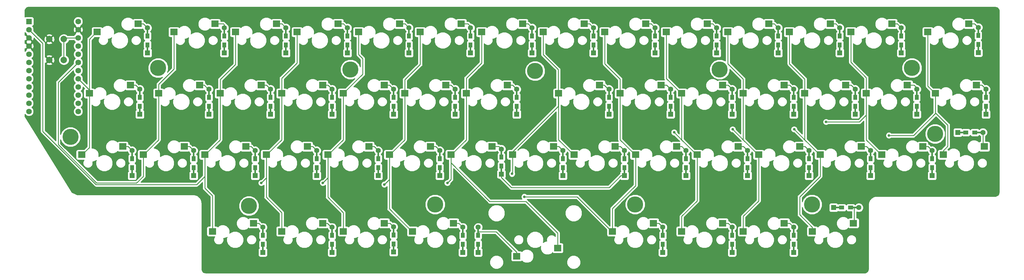
<source format=gbl>
G04 #@! TF.GenerationSoftware,KiCad,Pcbnew,(6.0.0-rc1-dev-1215-g431bdc7a3)*
G04 #@! TF.CreationDate,2018-12-02T20:05:24+01:00*
G04 #@! TF.ProjectId,wave,77617665-2e6b-4696-9361-645f70636258,rev?*
G04 #@! TF.SameCoordinates,Original*
G04 #@! TF.FileFunction,Copper,L2,Bot*
G04 #@! TF.FilePolarity,Positive*
%FSLAX46Y46*%
G04 Gerber Fmt 4.6, Leading zero omitted, Abs format (unit mm)*
G04 Created by KiCad (PCBNEW (6.0.0-rc1-dev-1215-g431bdc7a3)) date 2018 December 02, Sunday 20:05:24*
%MOMM*%
%LPD*%
G01*
G04 APERTURE LIST*
G04 #@! TA.AperFunction,SMDPad,CuDef*
%ADD10R,2.300000X2.000000*%
G04 #@! TD*
G04 #@! TA.AperFunction,ComponentPad*
%ADD11C,2.000000*%
G04 #@! TD*
G04 #@! TA.AperFunction,ComponentPad*
%ADD12R,1.600000X1.600000*%
G04 #@! TD*
G04 #@! TA.AperFunction,ComponentPad*
%ADD13C,1.600000*%
G04 #@! TD*
G04 #@! TA.AperFunction,Conductor*
%ADD14R,2.900000X0.500000*%
G04 #@! TD*
G04 #@! TA.AperFunction,SMDPad,CuDef*
%ADD15R,1.600000X1.200000*%
G04 #@! TD*
G04 #@! TA.AperFunction,Conductor*
%ADD16R,0.500000X2.900000*%
G04 #@! TD*
G04 #@! TA.AperFunction,SMDPad,CuDef*
%ADD17R,1.200000X1.600000*%
G04 #@! TD*
G04 #@! TA.AperFunction,ComponentPad*
%ADD18C,1.752600*%
G04 #@! TD*
G04 #@! TA.AperFunction,ComponentPad*
%ADD19R,1.752600X1.752600*%
G04 #@! TD*
G04 #@! TA.AperFunction,WasherPad*
%ADD20C,5.000000*%
G04 #@! TD*
G04 #@! TA.AperFunction,ViaPad*
%ADD21C,0.800000*%
G04 #@! TD*
G04 #@! TA.AperFunction,Conductor*
%ADD22C,0.250000*%
G04 #@! TD*
G04 #@! TA.AperFunction,Conductor*
%ADD23C,0.254000*%
G04 #@! TD*
G04 APERTURE END LIST*
D10*
G04 #@! TO.P,SW48,2*
G04 #@! TO.N,Net-(D48-Pad2)*
X158895060Y36106620D03*
G04 #@! TO.P,SW48,1*
G04 #@! TO.N,col7*
X146195060Y33566620D03*
G04 #@! TD*
G04 #@! TO.P,SW47,2*
G04 #@! TO.N,Net-(D47-Pad2)*
X147495060Y2054120D03*
G04 #@! TO.P,SW47,1*
G04 #@! TO.N,col6*
X160195060Y4594120D03*
G04 #@! TD*
D11*
G04 #@! TO.P,SW53,2*
G04 #@! TO.N,GND*
X2831310Y62979120D03*
X2831310Y69479120D03*
G04 #@! TO.P,SW53,1*
G04 #@! TO.N,reset*
X7331310Y69479120D03*
X7331310Y62979120D03*
G04 #@! TD*
D12*
G04 #@! TO.P,D52,1*
G04 #@! TO.N,row3*
X245616310Y17145493D03*
D13*
G04 #@! TO.P,D52,2*
G04 #@! TO.N,Net-(D52-Pad2)*
X253416310Y17145493D03*
D14*
G04 #@! TD*
G04 #@! TO.N,row3*
G04 #@! TO.C,D52*
X247016310Y17145493D03*
D15*
G04 #@! TO.P,D52,1*
G04 #@! TO.N,row3*
X248116310Y17145493D03*
G04 #@! TO.P,D52,2*
G04 #@! TO.N,Net-(D52-Pad2)*
X250916310Y17145493D03*
D14*
G04 #@! TD*
G04 #@! TO.N,Net-(D52-Pad2)*
G04 #@! TO.C,D52*
X252016310Y17145493D03*
D10*
G04 #@! TO.P,SW52,2*
G04 #@! TO.N,Net-(D52-Pad2)*
X251763810Y12294120D03*
G04 #@! TO.P,SW52,1*
G04 #@! TO.N,col11*
X239063810Y9754120D03*
G04 #@! TD*
G04 #@! TO.P,SW28,2*
G04 #@! TO.N,Net-(D28-Pad2)*
X289863810Y55156620D03*
G04 #@! TO.P,SW28,1*
G04 #@! TO.N,col13*
X277163810Y52616620D03*
G04 #@! TD*
G04 #@! TO.P,SW14,2*
G04 #@! TO.N,Net-(D14-Pad2)*
X287482560Y74206620D03*
G04 #@! TO.P,SW14,1*
G04 #@! TO.N,col13*
X274782560Y71666620D03*
G04 #@! TD*
D12*
G04 #@! TO.P,D51,1*
G04 #@! TO.N,row3*
X233234937Y3243773D03*
D13*
G04 #@! TO.P,D51,2*
G04 #@! TO.N,Net-(D51-Pad2)*
X233234937Y11043773D03*
D16*
G04 #@! TD*
G04 #@! TO.N,row3*
G04 #@! TO.C,D51*
X233234937Y4643773D03*
D17*
G04 #@! TO.P,D51,1*
G04 #@! TO.N,row3*
X233234937Y5743773D03*
G04 #@! TO.P,D51,2*
G04 #@! TO.N,Net-(D51-Pad2)*
X233234937Y8543773D03*
D16*
G04 #@! TD*
G04 #@! TO.N,Net-(D51-Pad2)*
G04 #@! TO.C,D51*
X233234937Y9643773D03*
D12*
G04 #@! TO.P,D50,1*
G04 #@! TO.N,row3*
X214184937Y3243773D03*
D13*
G04 #@! TO.P,D50,2*
G04 #@! TO.N,Net-(D50-Pad2)*
X214184937Y11043773D03*
D16*
G04 #@! TD*
G04 #@! TO.N,row3*
G04 #@! TO.C,D50*
X214184937Y4643773D03*
D17*
G04 #@! TO.P,D50,1*
G04 #@! TO.N,row3*
X214184937Y5743773D03*
G04 #@! TO.P,D50,2*
G04 #@! TO.N,Net-(D50-Pad2)*
X214184937Y8543773D03*
D16*
G04 #@! TD*
G04 #@! TO.N,Net-(D50-Pad2)*
G04 #@! TO.C,D50*
X214184937Y9643773D03*
D12*
G04 #@! TO.P,D49,1*
G04 #@! TO.N,row3*
X192753687Y3243773D03*
D13*
G04 #@! TO.P,D49,2*
G04 #@! TO.N,Net-(D49-Pad2)*
X192753687Y11043773D03*
D16*
G04 #@! TD*
G04 #@! TO.N,row3*
G04 #@! TO.C,D49*
X192753687Y4643773D03*
D17*
G04 #@! TO.P,D49,1*
G04 #@! TO.N,row3*
X192753687Y5743773D03*
G04 #@! TO.P,D49,2*
G04 #@! TO.N,Net-(D49-Pad2)*
X192753687Y8543773D03*
D16*
G04 #@! TD*
G04 #@! TO.N,Net-(D49-Pad2)*
G04 #@! TO.C,D49*
X192753687Y9643773D03*
D12*
G04 #@! TO.P,D48,1*
G04 #@! TO.N,row3*
X161797437Y27056273D03*
D13*
G04 #@! TO.P,D48,2*
G04 #@! TO.N,Net-(D48-Pad2)*
X161797437Y34856273D03*
D16*
G04 #@! TD*
G04 #@! TO.N,row3*
G04 #@! TO.C,D48*
X161797437Y28456273D03*
D17*
G04 #@! TO.P,D48,1*
G04 #@! TO.N,row3*
X161797437Y29556273D03*
G04 #@! TO.P,D48,2*
G04 #@! TO.N,Net-(D48-Pad2)*
X161797437Y32356273D03*
D16*
G04 #@! TD*
G04 #@! TO.N,Net-(D48-Pad2)*
G04 #@! TO.C,D48*
X161797437Y33456273D03*
D12*
G04 #@! TO.P,D47,1*
G04 #@! TO.N,row3*
X135573810Y3243773D03*
D13*
G04 #@! TO.P,D47,2*
G04 #@! TO.N,Net-(D47-Pad2)*
X135573810Y11043773D03*
D16*
G04 #@! TD*
G04 #@! TO.N,row3*
G04 #@! TO.C,D47*
X135573810Y4643773D03*
D17*
G04 #@! TO.P,D47,1*
G04 #@! TO.N,row3*
X135573810Y5743773D03*
G04 #@! TO.P,D47,2*
G04 #@! TO.N,Net-(D47-Pad2)*
X135573810Y8543773D03*
D16*
G04 #@! TD*
G04 #@! TO.N,Net-(D47-Pad2)*
G04 #@! TO.C,D47*
X135573810Y9643773D03*
D12*
G04 #@! TO.P,D46,1*
G04 #@! TO.N,row3*
X130841187Y3243773D03*
D13*
G04 #@! TO.P,D46,2*
G04 #@! TO.N,Net-(D46-Pad2)*
X130841187Y11043773D03*
D16*
G04 #@! TD*
G04 #@! TO.N,row3*
G04 #@! TO.C,D46*
X130841187Y4643773D03*
D17*
G04 #@! TO.P,D46,1*
G04 #@! TO.N,row3*
X130841187Y5743773D03*
G04 #@! TO.P,D46,2*
G04 #@! TO.N,Net-(D46-Pad2)*
X130841187Y8543773D03*
D16*
G04 #@! TD*
G04 #@! TO.N,Net-(D46-Pad2)*
G04 #@! TO.C,D46*
X130841187Y9643773D03*
D12*
G04 #@! TO.P,D45,1*
G04 #@! TO.N,row3*
X109409937Y3364120D03*
D13*
G04 #@! TO.P,D45,2*
G04 #@! TO.N,Net-(D45-Pad2)*
X109409937Y11164120D03*
D16*
G04 #@! TD*
G04 #@! TO.N,row3*
G04 #@! TO.C,D45*
X109409937Y4764120D03*
D17*
G04 #@! TO.P,D45,1*
G04 #@! TO.N,row3*
X109409937Y5864120D03*
G04 #@! TO.P,D45,2*
G04 #@! TO.N,Net-(D45-Pad2)*
X109409937Y8664120D03*
D16*
G04 #@! TD*
G04 #@! TO.N,Net-(D45-Pad2)*
G04 #@! TO.C,D45*
X109409937Y9764120D03*
D12*
G04 #@! TO.P,D44,1*
G04 #@! TO.N,row3*
X90359937Y3243773D03*
D13*
G04 #@! TO.P,D44,2*
G04 #@! TO.N,Net-(D44-Pad2)*
X90359937Y11043773D03*
D16*
G04 #@! TD*
G04 #@! TO.N,row3*
G04 #@! TO.C,D44*
X90359937Y4643773D03*
D17*
G04 #@! TO.P,D44,1*
G04 #@! TO.N,row3*
X90359937Y5743773D03*
G04 #@! TO.P,D44,2*
G04 #@! TO.N,Net-(D44-Pad2)*
X90359937Y8543773D03*
D16*
G04 #@! TD*
G04 #@! TO.N,Net-(D44-Pad2)*
G04 #@! TO.C,D44*
X90359937Y9643773D03*
D12*
G04 #@! TO.P,D43,1*
G04 #@! TO.N,row3*
X68928687Y3243773D03*
D13*
G04 #@! TO.P,D43,2*
G04 #@! TO.N,Net-(D43-Pad2)*
X68928687Y11043773D03*
D16*
G04 #@! TD*
G04 #@! TO.N,row3*
G04 #@! TO.C,D43*
X68928687Y4643773D03*
D17*
G04 #@! TO.P,D43,1*
G04 #@! TO.N,row3*
X68928687Y5743773D03*
G04 #@! TO.P,D43,2*
G04 #@! TO.N,Net-(D43-Pad2)*
X68928687Y8543773D03*
D16*
G04 #@! TD*
G04 #@! TO.N,Net-(D43-Pad2)*
G04 #@! TO.C,D43*
X68928687Y9643773D03*
D12*
G04 #@! TO.P,D42,1*
G04 #@! TO.N,row2*
X284043463Y40481743D03*
D13*
G04 #@! TO.P,D42,2*
G04 #@! TO.N,Net-(D42-Pad2)*
X291843463Y40481743D03*
D14*
G04 #@! TD*
G04 #@! TO.N,row2*
G04 #@! TO.C,D42*
X285443463Y40481743D03*
D15*
G04 #@! TO.P,D42,1*
G04 #@! TO.N,row2*
X286543463Y40481743D03*
G04 #@! TO.P,D42,2*
G04 #@! TO.N,Net-(D42-Pad2)*
X289343463Y40481743D03*
D14*
G04 #@! TD*
G04 #@! TO.N,Net-(D42-Pad2)*
G04 #@! TO.C,D42*
X290443463Y40481743D03*
D12*
G04 #@! TO.P,D41,1*
G04 #@! TO.N,row2*
X276097437Y27056273D03*
D13*
G04 #@! TO.P,D41,2*
G04 #@! TO.N,Net-(D41-Pad2)*
X276097437Y34856273D03*
D16*
G04 #@! TD*
G04 #@! TO.N,row2*
G04 #@! TO.C,D41*
X276097437Y28456273D03*
D17*
G04 #@! TO.P,D41,1*
G04 #@! TO.N,row2*
X276097437Y29556273D03*
G04 #@! TO.P,D41,2*
G04 #@! TO.N,Net-(D41-Pad2)*
X276097437Y32356273D03*
D16*
G04 #@! TD*
G04 #@! TO.N,Net-(D41-Pad2)*
G04 #@! TO.C,D41*
X276097437Y33456273D03*
D12*
G04 #@! TO.P,D40,1*
G04 #@! TO.N,row2*
X257047437Y27056273D03*
D13*
G04 #@! TO.P,D40,2*
G04 #@! TO.N,Net-(D40-Pad2)*
X257047437Y34856273D03*
D16*
G04 #@! TD*
G04 #@! TO.N,row2*
G04 #@! TO.C,D40*
X257047437Y28456273D03*
D17*
G04 #@! TO.P,D40,1*
G04 #@! TO.N,row2*
X257047437Y29556273D03*
G04 #@! TO.P,D40,2*
G04 #@! TO.N,Net-(D40-Pad2)*
X257047437Y32356273D03*
D16*
G04 #@! TD*
G04 #@! TO.N,Net-(D40-Pad2)*
G04 #@! TO.C,D40*
X257047437Y33456273D03*
D12*
G04 #@! TO.P,D39,1*
G04 #@! TO.N,row2*
X237997437Y27056273D03*
D13*
G04 #@! TO.P,D39,2*
G04 #@! TO.N,Net-(D39-Pad2)*
X237997437Y34856273D03*
D16*
G04 #@! TD*
G04 #@! TO.N,row2*
G04 #@! TO.C,D39*
X237997437Y28456273D03*
D17*
G04 #@! TO.P,D39,1*
G04 #@! TO.N,row2*
X237997437Y29556273D03*
G04 #@! TO.P,D39,2*
G04 #@! TO.N,Net-(D39-Pad2)*
X237997437Y32356273D03*
D16*
G04 #@! TD*
G04 #@! TO.N,Net-(D39-Pad2)*
G04 #@! TO.C,D39*
X237997437Y33456273D03*
D12*
G04 #@! TO.P,D38,1*
G04 #@! TO.N,row2*
X218947437Y27056273D03*
D13*
G04 #@! TO.P,D38,2*
G04 #@! TO.N,Net-(D38-Pad2)*
X218947437Y34856273D03*
D16*
G04 #@! TD*
G04 #@! TO.N,row2*
G04 #@! TO.C,D38*
X218947437Y28456273D03*
D17*
G04 #@! TO.P,D38,1*
G04 #@! TO.N,row2*
X218947437Y29556273D03*
G04 #@! TO.P,D38,2*
G04 #@! TO.N,Net-(D38-Pad2)*
X218947437Y32356273D03*
D16*
G04 #@! TD*
G04 #@! TO.N,Net-(D38-Pad2)*
G04 #@! TO.C,D38*
X218947437Y33456273D03*
D12*
G04 #@! TO.P,D37,1*
G04 #@! TO.N,row2*
X199897437Y27056273D03*
D13*
G04 #@! TO.P,D37,2*
G04 #@! TO.N,Net-(D37-Pad2)*
X199897437Y34856273D03*
D16*
G04 #@! TD*
G04 #@! TO.N,row2*
G04 #@! TO.C,D37*
X199897437Y28456273D03*
D17*
G04 #@! TO.P,D37,1*
G04 #@! TO.N,row2*
X199897437Y29556273D03*
G04 #@! TO.P,D37,2*
G04 #@! TO.N,Net-(D37-Pad2)*
X199897437Y32356273D03*
D16*
G04 #@! TD*
G04 #@! TO.N,Net-(D37-Pad2)*
G04 #@! TO.C,D37*
X199897437Y33456273D03*
D12*
G04 #@! TO.P,D36,1*
G04 #@! TO.N,row2*
X180847437Y27056273D03*
D13*
G04 #@! TO.P,D36,2*
G04 #@! TO.N,Net-(D36-Pad2)*
X180847437Y34856273D03*
D16*
G04 #@! TD*
G04 #@! TO.N,row2*
G04 #@! TO.C,D36*
X180847437Y28456273D03*
D17*
G04 #@! TO.P,D36,1*
G04 #@! TO.N,row2*
X180847437Y29556273D03*
G04 #@! TO.P,D36,2*
G04 #@! TO.N,Net-(D36-Pad2)*
X180847437Y32356273D03*
D16*
G04 #@! TD*
G04 #@! TO.N,Net-(D36-Pad2)*
G04 #@! TO.C,D36*
X180847437Y33456273D03*
D12*
G04 #@! TO.P,D35,1*
G04 #@! TO.N,row2*
X142747437Y27532523D03*
D13*
G04 #@! TO.P,D35,2*
G04 #@! TO.N,Net-(D35-Pad2)*
X142747437Y35332523D03*
D16*
G04 #@! TD*
G04 #@! TO.N,row2*
G04 #@! TO.C,D35*
X142747437Y28932523D03*
D17*
G04 #@! TO.P,D35,1*
G04 #@! TO.N,row2*
X142747437Y30032523D03*
G04 #@! TO.P,D35,2*
G04 #@! TO.N,Net-(D35-Pad2)*
X142747437Y32832523D03*
D16*
G04 #@! TD*
G04 #@! TO.N,Net-(D35-Pad2)*
G04 #@! TO.C,D35*
X142747437Y33932523D03*
D12*
G04 #@! TO.P,D34,1*
G04 #@! TO.N,row2*
X123697437Y27056273D03*
D13*
G04 #@! TO.P,D34,2*
G04 #@! TO.N,Net-(D34-Pad2)*
X123697437Y34856273D03*
D16*
G04 #@! TD*
G04 #@! TO.N,row2*
G04 #@! TO.C,D34*
X123697437Y28456273D03*
D17*
G04 #@! TO.P,D34,1*
G04 #@! TO.N,row2*
X123697437Y29556273D03*
G04 #@! TO.P,D34,2*
G04 #@! TO.N,Net-(D34-Pad2)*
X123697437Y32356273D03*
D16*
G04 #@! TD*
G04 #@! TO.N,Net-(D34-Pad2)*
G04 #@! TO.C,D34*
X123697437Y33456273D03*
D12*
G04 #@! TO.P,D33,1*
G04 #@! TO.N,row2*
X104647437Y27056273D03*
D13*
G04 #@! TO.P,D33,2*
G04 #@! TO.N,Net-(D33-Pad2)*
X104647437Y34856273D03*
D16*
G04 #@! TD*
G04 #@! TO.N,row2*
G04 #@! TO.C,D33*
X104647437Y28456273D03*
D17*
G04 #@! TO.P,D33,1*
G04 #@! TO.N,row2*
X104647437Y29556273D03*
G04 #@! TO.P,D33,2*
G04 #@! TO.N,Net-(D33-Pad2)*
X104647437Y32356273D03*
D16*
G04 #@! TD*
G04 #@! TO.N,Net-(D33-Pad2)*
G04 #@! TO.C,D33*
X104647437Y33456273D03*
D12*
G04 #@! TO.P,D32,1*
G04 #@! TO.N,row2*
X85597437Y27056273D03*
D13*
G04 #@! TO.P,D32,2*
G04 #@! TO.N,Net-(D32-Pad2)*
X85597437Y34856273D03*
D16*
G04 #@! TD*
G04 #@! TO.N,row2*
G04 #@! TO.C,D32*
X85597437Y28456273D03*
D17*
G04 #@! TO.P,D32,1*
G04 #@! TO.N,row2*
X85597437Y29556273D03*
G04 #@! TO.P,D32,2*
G04 #@! TO.N,Net-(D32-Pad2)*
X85597437Y32356273D03*
D16*
G04 #@! TD*
G04 #@! TO.N,Net-(D32-Pad2)*
G04 #@! TO.C,D32*
X85597437Y33456273D03*
D12*
G04 #@! TO.P,D31,1*
G04 #@! TO.N,row2*
X66547437Y27056273D03*
D13*
G04 #@! TO.P,D31,2*
G04 #@! TO.N,Net-(D31-Pad2)*
X66547437Y34856273D03*
D16*
G04 #@! TD*
G04 #@! TO.N,row2*
G04 #@! TO.C,D31*
X66547437Y28456273D03*
D17*
G04 #@! TO.P,D31,1*
G04 #@! TO.N,row2*
X66547437Y29556273D03*
G04 #@! TO.P,D31,2*
G04 #@! TO.N,Net-(D31-Pad2)*
X66547437Y32356273D03*
D16*
G04 #@! TD*
G04 #@! TO.N,Net-(D31-Pad2)*
G04 #@! TO.C,D31*
X66547437Y33456273D03*
D12*
G04 #@! TO.P,D30,1*
G04 #@! TO.N,row2*
X47497437Y27056273D03*
D13*
G04 #@! TO.P,D30,2*
G04 #@! TO.N,Net-(D30-Pad2)*
X47497437Y34856273D03*
D16*
G04 #@! TD*
G04 #@! TO.N,row2*
G04 #@! TO.C,D30*
X47497437Y28456273D03*
D17*
G04 #@! TO.P,D30,1*
G04 #@! TO.N,row2*
X47497437Y29556273D03*
G04 #@! TO.P,D30,2*
G04 #@! TO.N,Net-(D30-Pad2)*
X47497437Y32356273D03*
D16*
G04 #@! TD*
G04 #@! TO.N,Net-(D30-Pad2)*
G04 #@! TO.C,D30*
X47497437Y33456273D03*
D12*
G04 #@! TO.P,D29,1*
G04 #@! TO.N,row2*
X28447437Y27056273D03*
D13*
G04 #@! TO.P,D29,2*
G04 #@! TO.N,Net-(D29-Pad2)*
X28447437Y34856273D03*
D16*
G04 #@! TD*
G04 #@! TO.N,row2*
G04 #@! TO.C,D29*
X28447437Y28456273D03*
D17*
G04 #@! TO.P,D29,1*
G04 #@! TO.N,row2*
X28447437Y29556273D03*
G04 #@! TO.P,D29,2*
G04 #@! TO.N,Net-(D29-Pad2)*
X28447437Y32356273D03*
D16*
G04 #@! TD*
G04 #@! TO.N,Net-(D29-Pad2)*
G04 #@! TO.C,D29*
X28447437Y33456273D03*
D12*
G04 #@! TO.P,D28,1*
G04 #@! TO.N,row1*
X292766187Y46106273D03*
D13*
G04 #@! TO.P,D28,2*
G04 #@! TO.N,Net-(D28-Pad2)*
X292766187Y53906273D03*
D16*
G04 #@! TD*
G04 #@! TO.N,row1*
G04 #@! TO.C,D28*
X292766187Y47506273D03*
D17*
G04 #@! TO.P,D28,1*
G04 #@! TO.N,row1*
X292766187Y48606273D03*
G04 #@! TO.P,D28,2*
G04 #@! TO.N,Net-(D28-Pad2)*
X292766187Y51406273D03*
D16*
G04 #@! TD*
G04 #@! TO.N,Net-(D28-Pad2)*
G04 #@! TO.C,D28*
X292766187Y52506273D03*
D12*
G04 #@! TO.P,D27,1*
G04 #@! TO.N,row1*
X271334937Y46106273D03*
D13*
G04 #@! TO.P,D27,2*
G04 #@! TO.N,Net-(D27-Pad2)*
X271334937Y53906273D03*
D16*
G04 #@! TD*
G04 #@! TO.N,row1*
G04 #@! TO.C,D27*
X271334937Y47506273D03*
D17*
G04 #@! TO.P,D27,1*
G04 #@! TO.N,row1*
X271334937Y48606273D03*
G04 #@! TO.P,D27,2*
G04 #@! TO.N,Net-(D27-Pad2)*
X271334937Y51406273D03*
D16*
G04 #@! TD*
G04 #@! TO.N,Net-(D27-Pad2)*
G04 #@! TO.C,D27*
X271334937Y52506273D03*
D12*
G04 #@! TO.P,D26,1*
G04 #@! TO.N,row1*
X252284937Y46106273D03*
D13*
G04 #@! TO.P,D26,2*
G04 #@! TO.N,Net-(D26-Pad2)*
X252284937Y53906273D03*
D16*
G04 #@! TD*
G04 #@! TO.N,row1*
G04 #@! TO.C,D26*
X252284937Y47506273D03*
D17*
G04 #@! TO.P,D26,1*
G04 #@! TO.N,row1*
X252284937Y48606273D03*
G04 #@! TO.P,D26,2*
G04 #@! TO.N,Net-(D26-Pad2)*
X252284937Y51406273D03*
D16*
G04 #@! TD*
G04 #@! TO.N,Net-(D26-Pad2)*
G04 #@! TO.C,D26*
X252284937Y52506273D03*
D12*
G04 #@! TO.P,D25,1*
G04 #@! TO.N,row1*
X233234937Y46106273D03*
D13*
G04 #@! TO.P,D25,2*
G04 #@! TO.N,Net-(D25-Pad2)*
X233234937Y53906273D03*
D16*
G04 #@! TD*
G04 #@! TO.N,row1*
G04 #@! TO.C,D25*
X233234937Y47506273D03*
D17*
G04 #@! TO.P,D25,1*
G04 #@! TO.N,row1*
X233234937Y48606273D03*
G04 #@! TO.P,D25,2*
G04 #@! TO.N,Net-(D25-Pad2)*
X233234937Y51406273D03*
D16*
G04 #@! TD*
G04 #@! TO.N,Net-(D25-Pad2)*
G04 #@! TO.C,D25*
X233234937Y52506273D03*
D12*
G04 #@! TO.P,D24,1*
G04 #@! TO.N,row1*
X214184937Y46106273D03*
D13*
G04 #@! TO.P,D24,2*
G04 #@! TO.N,Net-(D24-Pad2)*
X214184937Y53906273D03*
D16*
G04 #@! TD*
G04 #@! TO.N,row1*
G04 #@! TO.C,D24*
X214184937Y47506273D03*
D17*
G04 #@! TO.P,D24,1*
G04 #@! TO.N,row1*
X214184937Y48606273D03*
G04 #@! TO.P,D24,2*
G04 #@! TO.N,Net-(D24-Pad2)*
X214184937Y51406273D03*
D16*
G04 #@! TD*
G04 #@! TO.N,Net-(D24-Pad2)*
G04 #@! TO.C,D24*
X214184937Y52506273D03*
D12*
G04 #@! TO.P,D23,1*
G04 #@! TO.N,row1*
X195134937Y46106273D03*
D13*
G04 #@! TO.P,D23,2*
G04 #@! TO.N,Net-(D23-Pad2)*
X195134937Y53906273D03*
D16*
G04 #@! TD*
G04 #@! TO.N,row1*
G04 #@! TO.C,D23*
X195134937Y47506273D03*
D17*
G04 #@! TO.P,D23,1*
G04 #@! TO.N,row1*
X195134937Y48606273D03*
G04 #@! TO.P,D23,2*
G04 #@! TO.N,Net-(D23-Pad2)*
X195134937Y51406273D03*
D16*
G04 #@! TD*
G04 #@! TO.N,Net-(D23-Pad2)*
G04 #@! TO.C,D23*
X195134937Y52506273D03*
D12*
G04 #@! TO.P,D22,1*
G04 #@! TO.N,row1*
X176084937Y46106273D03*
D13*
G04 #@! TO.P,D22,2*
G04 #@! TO.N,Net-(D22-Pad2)*
X176084937Y53906273D03*
D16*
G04 #@! TD*
G04 #@! TO.N,row1*
G04 #@! TO.C,D22*
X176084937Y47506273D03*
D17*
G04 #@! TO.P,D22,1*
G04 #@! TO.N,row1*
X176084937Y48606273D03*
G04 #@! TO.P,D22,2*
G04 #@! TO.N,Net-(D22-Pad2)*
X176084937Y51406273D03*
D16*
G04 #@! TD*
G04 #@! TO.N,Net-(D22-Pad2)*
G04 #@! TO.C,D22*
X176084937Y52506273D03*
D12*
G04 #@! TO.P,D21,1*
G04 #@! TO.N,row1*
X147509937Y46106273D03*
D13*
G04 #@! TO.P,D21,2*
G04 #@! TO.N,Net-(D21-Pad2)*
X147509937Y53906273D03*
D16*
G04 #@! TD*
G04 #@! TO.N,row1*
G04 #@! TO.C,D21*
X147509937Y47506273D03*
D17*
G04 #@! TO.P,D21,1*
G04 #@! TO.N,row1*
X147509937Y48606273D03*
G04 #@! TO.P,D21,2*
G04 #@! TO.N,Net-(D21-Pad2)*
X147509937Y51406273D03*
D16*
G04 #@! TD*
G04 #@! TO.N,Net-(D21-Pad2)*
G04 #@! TO.C,D21*
X147509937Y52506273D03*
D12*
G04 #@! TO.P,D20,1*
G04 #@! TO.N,row1*
X128459937Y46106273D03*
D13*
G04 #@! TO.P,D20,2*
G04 #@! TO.N,Net-(D20-Pad2)*
X128459937Y53906273D03*
D16*
G04 #@! TD*
G04 #@! TO.N,row1*
G04 #@! TO.C,D20*
X128459937Y47506273D03*
D17*
G04 #@! TO.P,D20,1*
G04 #@! TO.N,row1*
X128459937Y48606273D03*
G04 #@! TO.P,D20,2*
G04 #@! TO.N,Net-(D20-Pad2)*
X128459937Y51406273D03*
D16*
G04 #@! TD*
G04 #@! TO.N,Net-(D20-Pad2)*
G04 #@! TO.C,D20*
X128459937Y52506273D03*
D12*
G04 #@! TO.P,D19,1*
G04 #@! TO.N,row1*
X109409937Y46106273D03*
D13*
G04 #@! TO.P,D19,2*
G04 #@! TO.N,Net-(D19-Pad2)*
X109409937Y53906273D03*
D16*
G04 #@! TD*
G04 #@! TO.N,row1*
G04 #@! TO.C,D19*
X109409937Y47506273D03*
D17*
G04 #@! TO.P,D19,1*
G04 #@! TO.N,row1*
X109409937Y48606273D03*
G04 #@! TO.P,D19,2*
G04 #@! TO.N,Net-(D19-Pad2)*
X109409937Y51406273D03*
D16*
G04 #@! TD*
G04 #@! TO.N,Net-(D19-Pad2)*
G04 #@! TO.C,D19*
X109409937Y52506273D03*
D12*
G04 #@! TO.P,D18,1*
G04 #@! TO.N,row1*
X90359937Y46106273D03*
D13*
G04 #@! TO.P,D18,2*
G04 #@! TO.N,Net-(D18-Pad2)*
X90359937Y53906273D03*
D16*
G04 #@! TD*
G04 #@! TO.N,row1*
G04 #@! TO.C,D18*
X90359937Y47506273D03*
D17*
G04 #@! TO.P,D18,1*
G04 #@! TO.N,row1*
X90359937Y48606273D03*
G04 #@! TO.P,D18,2*
G04 #@! TO.N,Net-(D18-Pad2)*
X90359937Y51406273D03*
D16*
G04 #@! TD*
G04 #@! TO.N,Net-(D18-Pad2)*
G04 #@! TO.C,D18*
X90359937Y52506273D03*
D12*
G04 #@! TO.P,D17,1*
G04 #@! TO.N,row1*
X71309937Y46106273D03*
D13*
G04 #@! TO.P,D17,2*
G04 #@! TO.N,Net-(D17-Pad2)*
X71309937Y53906273D03*
D16*
G04 #@! TD*
G04 #@! TO.N,row1*
G04 #@! TO.C,D17*
X71309937Y47506273D03*
D17*
G04 #@! TO.P,D17,1*
G04 #@! TO.N,row1*
X71309937Y48606273D03*
G04 #@! TO.P,D17,2*
G04 #@! TO.N,Net-(D17-Pad2)*
X71309937Y51406273D03*
D16*
G04 #@! TD*
G04 #@! TO.N,Net-(D17-Pad2)*
G04 #@! TO.C,D17*
X71309937Y52506273D03*
D12*
G04 #@! TO.P,D16,1*
G04 #@! TO.N,row1*
X52259937Y46106273D03*
D13*
G04 #@! TO.P,D16,2*
G04 #@! TO.N,Net-(D16-Pad2)*
X52259937Y53906273D03*
D16*
G04 #@! TD*
G04 #@! TO.N,row1*
G04 #@! TO.C,D16*
X52259937Y47506273D03*
D17*
G04 #@! TO.P,D16,1*
G04 #@! TO.N,row1*
X52259937Y48606273D03*
G04 #@! TO.P,D16,2*
G04 #@! TO.N,Net-(D16-Pad2)*
X52259937Y51406273D03*
D16*
G04 #@! TD*
G04 #@! TO.N,Net-(D16-Pad2)*
G04 #@! TO.C,D16*
X52259937Y52506273D03*
D12*
G04 #@! TO.P,D15,1*
G04 #@! TO.N,row1*
X30828687Y46106273D03*
D13*
G04 #@! TO.P,D15,2*
G04 #@! TO.N,Net-(D15-Pad2)*
X30828687Y53906273D03*
D16*
G04 #@! TD*
G04 #@! TO.N,row1*
G04 #@! TO.C,D15*
X30828687Y47506273D03*
D17*
G04 #@! TO.P,D15,1*
G04 #@! TO.N,row1*
X30828687Y48606273D03*
G04 #@! TO.P,D15,2*
G04 #@! TO.N,Net-(D15-Pad2)*
X30828687Y51406273D03*
D16*
G04 #@! TD*
G04 #@! TO.N,Net-(D15-Pad2)*
G04 #@! TO.C,D15*
X30828687Y52506273D03*
D12*
G04 #@! TO.P,D14,1*
G04 #@! TO.N,row0*
X290384937Y65276620D03*
D13*
G04 #@! TO.P,D14,2*
G04 #@! TO.N,Net-(D14-Pad2)*
X290384937Y73076620D03*
D16*
G04 #@! TD*
G04 #@! TO.N,row0*
G04 #@! TO.C,D14*
X290384937Y66676620D03*
D17*
G04 #@! TO.P,D14,1*
G04 #@! TO.N,row0*
X290384937Y67776620D03*
G04 #@! TO.P,D14,2*
G04 #@! TO.N,Net-(D14-Pad2)*
X290384937Y70576620D03*
D16*
G04 #@! TD*
G04 #@! TO.N,Net-(D14-Pad2)*
G04 #@! TO.C,D14*
X290384937Y71676620D03*
D12*
G04 #@! TO.P,D13,1*
G04 #@! TO.N,row0*
X266572437Y65156273D03*
D13*
G04 #@! TO.P,D13,2*
G04 #@! TO.N,Net-(D13-Pad2)*
X266572437Y72956273D03*
D16*
G04 #@! TD*
G04 #@! TO.N,row0*
G04 #@! TO.C,D13*
X266572437Y66556273D03*
D17*
G04 #@! TO.P,D13,1*
G04 #@! TO.N,row0*
X266572437Y67656273D03*
G04 #@! TO.P,D13,2*
G04 #@! TO.N,Net-(D13-Pad2)*
X266572437Y70456273D03*
D16*
G04 #@! TD*
G04 #@! TO.N,Net-(D13-Pad2)*
G04 #@! TO.C,D13*
X266572437Y71556273D03*
D12*
G04 #@! TO.P,D12,1*
G04 #@! TO.N,row0*
X247522437Y65156273D03*
D13*
G04 #@! TO.P,D12,2*
G04 #@! TO.N,Net-(D12-Pad2)*
X247522437Y72956273D03*
D16*
G04 #@! TD*
G04 #@! TO.N,row0*
G04 #@! TO.C,D12*
X247522437Y66556273D03*
D17*
G04 #@! TO.P,D12,1*
G04 #@! TO.N,row0*
X247522437Y67656273D03*
G04 #@! TO.P,D12,2*
G04 #@! TO.N,Net-(D12-Pad2)*
X247522437Y70456273D03*
D16*
G04 #@! TD*
G04 #@! TO.N,Net-(D12-Pad2)*
G04 #@! TO.C,D12*
X247522437Y71556273D03*
D12*
G04 #@! TO.P,D11,1*
G04 #@! TO.N,row0*
X228472437Y65156273D03*
D13*
G04 #@! TO.P,D11,2*
G04 #@! TO.N,Net-(D11-Pad2)*
X228472437Y72956273D03*
D16*
G04 #@! TD*
G04 #@! TO.N,row0*
G04 #@! TO.C,D11*
X228472437Y66556273D03*
D17*
G04 #@! TO.P,D11,1*
G04 #@! TO.N,row0*
X228472437Y67656273D03*
G04 #@! TO.P,D11,2*
G04 #@! TO.N,Net-(D11-Pad2)*
X228472437Y70456273D03*
D16*
G04 #@! TD*
G04 #@! TO.N,Net-(D11-Pad2)*
G04 #@! TO.C,D11*
X228472437Y71556273D03*
D12*
G04 #@! TO.P,D10,1*
G04 #@! TO.N,row0*
X209422437Y65156273D03*
D13*
G04 #@! TO.P,D10,2*
G04 #@! TO.N,Net-(D10-Pad2)*
X209422437Y72956273D03*
D16*
G04 #@! TD*
G04 #@! TO.N,row0*
G04 #@! TO.C,D10*
X209422437Y66556273D03*
D17*
G04 #@! TO.P,D10,1*
G04 #@! TO.N,row0*
X209422437Y67656273D03*
G04 #@! TO.P,D10,2*
G04 #@! TO.N,Net-(D10-Pad2)*
X209422437Y70456273D03*
D16*
G04 #@! TD*
G04 #@! TO.N,Net-(D10-Pad2)*
G04 #@! TO.C,D10*
X209422437Y71556273D03*
D12*
G04 #@! TO.P,D9,1*
G04 #@! TO.N,row0*
X190372437Y65156273D03*
D13*
G04 #@! TO.P,D9,2*
G04 #@! TO.N,Net-(D9-Pad2)*
X190372437Y72956273D03*
D16*
G04 #@! TD*
G04 #@! TO.N,row0*
G04 #@! TO.C,D9*
X190372437Y66556273D03*
D17*
G04 #@! TO.P,D9,1*
G04 #@! TO.N,row0*
X190372437Y67656273D03*
G04 #@! TO.P,D9,2*
G04 #@! TO.N,Net-(D9-Pad2)*
X190372437Y70456273D03*
D16*
G04 #@! TD*
G04 #@! TO.N,Net-(D9-Pad2)*
G04 #@! TO.C,D9*
X190372437Y71556273D03*
D12*
G04 #@! TO.P,D8,1*
G04 #@! TO.N,row0*
X171322437Y65156273D03*
D13*
G04 #@! TO.P,D8,2*
G04 #@! TO.N,Net-(D8-Pad2)*
X171322437Y72956273D03*
D16*
G04 #@! TD*
G04 #@! TO.N,row0*
G04 #@! TO.C,D8*
X171322437Y66556273D03*
D17*
G04 #@! TO.P,D8,1*
G04 #@! TO.N,row0*
X171322437Y67656273D03*
G04 #@! TO.P,D8,2*
G04 #@! TO.N,Net-(D8-Pad2)*
X171322437Y70456273D03*
D16*
G04 #@! TD*
G04 #@! TO.N,Net-(D8-Pad2)*
G04 #@! TO.C,D8*
X171322437Y71556273D03*
D12*
G04 #@! TO.P,D7,1*
G04 #@! TO.N,row0*
X152272437Y65156273D03*
D13*
G04 #@! TO.P,D7,2*
G04 #@! TO.N,Net-(D7-Pad2)*
X152272437Y72956273D03*
D16*
G04 #@! TD*
G04 #@! TO.N,row0*
G04 #@! TO.C,D7*
X152272437Y66556273D03*
D17*
G04 #@! TO.P,D7,1*
G04 #@! TO.N,row0*
X152272437Y67656273D03*
G04 #@! TO.P,D7,2*
G04 #@! TO.N,Net-(D7-Pad2)*
X152272437Y70456273D03*
D16*
G04 #@! TD*
G04 #@! TO.N,Net-(D7-Pad2)*
G04 #@! TO.C,D7*
X152272437Y71556273D03*
D12*
G04 #@! TO.P,D6,1*
G04 #@! TO.N,row0*
X133222437Y65156273D03*
D13*
G04 #@! TO.P,D6,2*
G04 #@! TO.N,Net-(D6-Pad2)*
X133222437Y72956273D03*
D16*
G04 #@! TD*
G04 #@! TO.N,row0*
G04 #@! TO.C,D6*
X133222437Y66556273D03*
D17*
G04 #@! TO.P,D6,1*
G04 #@! TO.N,row0*
X133222437Y67656273D03*
G04 #@! TO.P,D6,2*
G04 #@! TO.N,Net-(D6-Pad2)*
X133222437Y70456273D03*
D16*
G04 #@! TD*
G04 #@! TO.N,Net-(D6-Pad2)*
G04 #@! TO.C,D6*
X133222437Y71556273D03*
D12*
G04 #@! TO.P,D5,1*
G04 #@! TO.N,row0*
X114172437Y65156273D03*
D13*
G04 #@! TO.P,D5,2*
G04 #@! TO.N,Net-(D5-Pad2)*
X114172437Y72956273D03*
D16*
G04 #@! TD*
G04 #@! TO.N,row0*
G04 #@! TO.C,D5*
X114172437Y66556273D03*
D17*
G04 #@! TO.P,D5,1*
G04 #@! TO.N,row0*
X114172437Y67656273D03*
G04 #@! TO.P,D5,2*
G04 #@! TO.N,Net-(D5-Pad2)*
X114172437Y70456273D03*
D16*
G04 #@! TD*
G04 #@! TO.N,Net-(D5-Pad2)*
G04 #@! TO.C,D5*
X114172437Y71556273D03*
D12*
G04 #@! TO.P,D4,1*
G04 #@! TO.N,row0*
X95122437Y65156273D03*
D13*
G04 #@! TO.P,D4,2*
G04 #@! TO.N,Net-(D4-Pad2)*
X95122437Y72956273D03*
D16*
G04 #@! TD*
G04 #@! TO.N,row0*
G04 #@! TO.C,D4*
X95122437Y66556273D03*
D17*
G04 #@! TO.P,D4,1*
G04 #@! TO.N,row0*
X95122437Y67656273D03*
G04 #@! TO.P,D4,2*
G04 #@! TO.N,Net-(D4-Pad2)*
X95122437Y70456273D03*
D16*
G04 #@! TD*
G04 #@! TO.N,Net-(D4-Pad2)*
G04 #@! TO.C,D4*
X95122437Y71556273D03*
D12*
G04 #@! TO.P,D3,1*
G04 #@! TO.N,row0*
X76072437Y65156273D03*
D13*
G04 #@! TO.P,D3,2*
G04 #@! TO.N,Net-(D3-Pad2)*
X76072437Y72956273D03*
D16*
G04 #@! TD*
G04 #@! TO.N,row0*
G04 #@! TO.C,D3*
X76072437Y66556273D03*
D17*
G04 #@! TO.P,D3,1*
G04 #@! TO.N,row0*
X76072437Y67656273D03*
G04 #@! TO.P,D3,2*
G04 #@! TO.N,Net-(D3-Pad2)*
X76072437Y70456273D03*
D16*
G04 #@! TD*
G04 #@! TO.N,Net-(D3-Pad2)*
G04 #@! TO.C,D3*
X76072437Y71556273D03*
D12*
G04 #@! TO.P,D2,1*
G04 #@! TO.N,row0*
X57022437Y65156273D03*
D13*
G04 #@! TO.P,D2,2*
G04 #@! TO.N,Net-(D2-Pad2)*
X57022437Y72956273D03*
D16*
G04 #@! TD*
G04 #@! TO.N,row0*
G04 #@! TO.C,D2*
X57022437Y66556273D03*
D17*
G04 #@! TO.P,D2,1*
G04 #@! TO.N,row0*
X57022437Y67656273D03*
G04 #@! TO.P,D2,2*
G04 #@! TO.N,Net-(D2-Pad2)*
X57022437Y70456273D03*
D16*
G04 #@! TD*
G04 #@! TO.N,Net-(D2-Pad2)*
G04 #@! TO.C,D2*
X57022437Y71556273D03*
D12*
G04 #@! TO.P,D1,1*
G04 #@! TO.N,row0*
X33209937Y65156273D03*
D13*
G04 #@! TO.P,D1,2*
G04 #@! TO.N,Net-(D1-Pad2)*
X33209937Y72956273D03*
D16*
G04 #@! TD*
G04 #@! TO.N,row0*
G04 #@! TO.C,D1*
X33209937Y66556273D03*
D17*
G04 #@! TO.P,D1,1*
G04 #@! TO.N,row0*
X33209937Y67656273D03*
G04 #@! TO.P,D1,2*
G04 #@! TO.N,Net-(D1-Pad2)*
X33209937Y70456273D03*
D16*
G04 #@! TD*
G04 #@! TO.N,Net-(D1-Pad2)*
G04 #@! TO.C,D1*
X33209937Y71556273D03*
D10*
G04 #@! TO.P,SW1,2*
G04 #@! TO.N,Net-(D1-Pad2)*
X30307560Y74206620D03*
G04 #@! TO.P,SW1,1*
G04 #@! TO.N,col0*
X17607560Y71666620D03*
G04 #@! TD*
G04 #@! TO.P,SW2,2*
G04 #@! TO.N,Net-(D2-Pad2)*
X54120060Y74206620D03*
G04 #@! TO.P,SW2,1*
G04 #@! TO.N,col1*
X41420060Y71666620D03*
G04 #@! TD*
G04 #@! TO.P,SW3,2*
G04 #@! TO.N,Net-(D3-Pad2)*
X73170060Y74206620D03*
G04 #@! TO.P,SW3,1*
G04 #@! TO.N,col2*
X60470060Y71666620D03*
G04 #@! TD*
G04 #@! TO.P,SW4,2*
G04 #@! TO.N,Net-(D4-Pad2)*
X92220060Y74206620D03*
G04 #@! TO.P,SW4,1*
G04 #@! TO.N,col3*
X79520060Y71666620D03*
G04 #@! TD*
G04 #@! TO.P,SW5,2*
G04 #@! TO.N,Net-(D5-Pad2)*
X111270060Y74206620D03*
G04 #@! TO.P,SW5,1*
G04 #@! TO.N,col4*
X98570060Y71666620D03*
G04 #@! TD*
G04 #@! TO.P,SW6,2*
G04 #@! TO.N,Net-(D6-Pad2)*
X130320060Y74206620D03*
G04 #@! TO.P,SW6,1*
G04 #@! TO.N,col5*
X117620060Y71666620D03*
G04 #@! TD*
G04 #@! TO.P,SW7,2*
G04 #@! TO.N,Net-(D7-Pad2)*
X149370060Y74206620D03*
G04 #@! TO.P,SW7,1*
G04 #@! TO.N,col6*
X136670060Y71666620D03*
G04 #@! TD*
G04 #@! TO.P,SW8,2*
G04 #@! TO.N,Net-(D8-Pad2)*
X168420060Y74206620D03*
G04 #@! TO.P,SW8,1*
G04 #@! TO.N,col7*
X155720060Y71666620D03*
G04 #@! TD*
G04 #@! TO.P,SW9,2*
G04 #@! TO.N,Net-(D9-Pad2)*
X187470060Y74206620D03*
G04 #@! TO.P,SW9,1*
G04 #@! TO.N,col8*
X174770060Y71666620D03*
G04 #@! TD*
G04 #@! TO.P,SW10,2*
G04 #@! TO.N,Net-(D10-Pad2)*
X206520060Y74206620D03*
G04 #@! TO.P,SW10,1*
G04 #@! TO.N,col9*
X193820060Y71666620D03*
G04 #@! TD*
G04 #@! TO.P,SW11,2*
G04 #@! TO.N,Net-(D11-Pad2)*
X225570060Y74206620D03*
G04 #@! TO.P,SW11,1*
G04 #@! TO.N,col10*
X212870060Y71666620D03*
G04 #@! TD*
G04 #@! TO.P,SW12,2*
G04 #@! TO.N,Net-(D12-Pad2)*
X244620060Y74206620D03*
G04 #@! TO.P,SW12,1*
G04 #@! TO.N,col11*
X231920060Y71666620D03*
G04 #@! TD*
G04 #@! TO.P,SW13,2*
G04 #@! TO.N,Net-(D13-Pad2)*
X263670060Y74206620D03*
G04 #@! TO.P,SW13,1*
G04 #@! TO.N,col12*
X250970060Y71666620D03*
G04 #@! TD*
G04 #@! TO.P,SW15,2*
G04 #@! TO.N,Net-(D15-Pad2)*
X27926310Y55156620D03*
G04 #@! TO.P,SW15,1*
G04 #@! TO.N,col0*
X15226310Y52616620D03*
G04 #@! TD*
G04 #@! TO.P,SW16,2*
G04 #@! TO.N,Net-(D16-Pad2)*
X49357560Y55156620D03*
G04 #@! TO.P,SW16,1*
G04 #@! TO.N,col1*
X36657560Y52616620D03*
G04 #@! TD*
G04 #@! TO.P,SW17,2*
G04 #@! TO.N,Net-(D17-Pad2)*
X68407560Y55156620D03*
G04 #@! TO.P,SW17,1*
G04 #@! TO.N,col2*
X55707560Y52616620D03*
G04 #@! TD*
G04 #@! TO.P,SW18,2*
G04 #@! TO.N,Net-(D18-Pad2)*
X87457560Y55156620D03*
G04 #@! TO.P,SW18,1*
G04 #@! TO.N,col3*
X74757560Y52616620D03*
G04 #@! TD*
G04 #@! TO.P,SW19,2*
G04 #@! TO.N,Net-(D19-Pad2)*
X106507560Y55156620D03*
G04 #@! TO.P,SW19,1*
G04 #@! TO.N,col4*
X93807560Y52616620D03*
G04 #@! TD*
G04 #@! TO.P,SW20,2*
G04 #@! TO.N,Net-(D20-Pad2)*
X125557560Y55156620D03*
G04 #@! TO.P,SW20,1*
G04 #@! TO.N,col5*
X112857560Y52616620D03*
G04 #@! TD*
G04 #@! TO.P,SW21,2*
G04 #@! TO.N,Net-(D21-Pad2)*
X144607560Y55156620D03*
G04 #@! TO.P,SW21,1*
G04 #@! TO.N,col6*
X131907560Y52616620D03*
G04 #@! TD*
G04 #@! TO.P,SW22,2*
G04 #@! TO.N,Net-(D22-Pad2)*
X173182560Y55156620D03*
G04 #@! TO.P,SW22,1*
G04 #@! TO.N,col7*
X160482560Y52616620D03*
G04 #@! TD*
G04 #@! TO.P,SW23,2*
G04 #@! TO.N,Net-(D23-Pad2)*
X192232560Y55156620D03*
G04 #@! TO.P,SW23,1*
G04 #@! TO.N,col8*
X179532560Y52616620D03*
G04 #@! TD*
G04 #@! TO.P,SW24,2*
G04 #@! TO.N,Net-(D24-Pad2)*
X211282560Y55156620D03*
G04 #@! TO.P,SW24,1*
G04 #@! TO.N,col9*
X198582560Y52616620D03*
G04 #@! TD*
G04 #@! TO.P,SW25,2*
G04 #@! TO.N,Net-(D25-Pad2)*
X230332560Y55156620D03*
G04 #@! TO.P,SW25,1*
G04 #@! TO.N,col10*
X217632560Y52616620D03*
G04 #@! TD*
G04 #@! TO.P,SW26,2*
G04 #@! TO.N,Net-(D26-Pad2)*
X249382560Y55156620D03*
G04 #@! TO.P,SW26,1*
G04 #@! TO.N,col11*
X236682560Y52616620D03*
G04 #@! TD*
G04 #@! TO.P,SW27,2*
G04 #@! TO.N,Net-(D27-Pad2)*
X268432560Y55156620D03*
G04 #@! TO.P,SW27,1*
G04 #@! TO.N,col12*
X255732560Y52616620D03*
G04 #@! TD*
G04 #@! TO.P,SW29,2*
G04 #@! TO.N,Net-(D29-Pad2)*
X25545060Y36106620D03*
G04 #@! TO.P,SW29,1*
G04 #@! TO.N,col0*
X12845060Y33566620D03*
G04 #@! TD*
G04 #@! TO.P,SW30,2*
G04 #@! TO.N,Net-(D30-Pad2)*
X44595060Y36106620D03*
G04 #@! TO.P,SW30,1*
G04 #@! TO.N,col1*
X31895060Y33566620D03*
G04 #@! TD*
G04 #@! TO.P,SW31,2*
G04 #@! TO.N,Net-(D31-Pad2)*
X63645060Y36106620D03*
G04 #@! TO.P,SW31,1*
G04 #@! TO.N,col2*
X50945060Y33566620D03*
G04 #@! TD*
G04 #@! TO.P,SW32,2*
G04 #@! TO.N,Net-(D32-Pad2)*
X82695060Y36106620D03*
G04 #@! TO.P,SW32,1*
G04 #@! TO.N,col3*
X69995060Y33566620D03*
G04 #@! TD*
G04 #@! TO.P,SW33,2*
G04 #@! TO.N,Net-(D33-Pad2)*
X101745060Y36106620D03*
G04 #@! TO.P,SW33,1*
G04 #@! TO.N,col4*
X89045060Y33566620D03*
G04 #@! TD*
G04 #@! TO.P,SW34,2*
G04 #@! TO.N,Net-(D34-Pad2)*
X120795060Y36106620D03*
G04 #@! TO.P,SW34,1*
G04 #@! TO.N,col5*
X108095060Y33566620D03*
G04 #@! TD*
G04 #@! TO.P,SW35,2*
G04 #@! TO.N,Net-(D35-Pad2)*
X139845060Y36106620D03*
G04 #@! TO.P,SW35,1*
G04 #@! TO.N,col6*
X127145060Y33566620D03*
G04 #@! TD*
G04 #@! TO.P,SW36,2*
G04 #@! TO.N,Net-(D36-Pad2)*
X177945060Y36106620D03*
G04 #@! TO.P,SW36,1*
G04 #@! TO.N,col7*
X165245060Y33566620D03*
G04 #@! TD*
G04 #@! TO.P,SW37,2*
G04 #@! TO.N,Net-(D37-Pad2)*
X196995060Y36106620D03*
G04 #@! TO.P,SW37,1*
G04 #@! TO.N,col8*
X184295060Y33566620D03*
G04 #@! TD*
G04 #@! TO.P,SW38,2*
G04 #@! TO.N,Net-(D38-Pad2)*
X216045060Y36106620D03*
G04 #@! TO.P,SW38,1*
G04 #@! TO.N,col9*
X203345060Y33566620D03*
G04 #@! TD*
G04 #@! TO.P,SW39,2*
G04 #@! TO.N,Net-(D39-Pad2)*
X235095060Y36106620D03*
G04 #@! TO.P,SW39,1*
G04 #@! TO.N,col10*
X222395060Y33566620D03*
G04 #@! TD*
G04 #@! TO.P,SW40,2*
G04 #@! TO.N,Net-(D40-Pad2)*
X254145060Y36106620D03*
G04 #@! TO.P,SW40,1*
G04 #@! TO.N,col11*
X241445060Y33566620D03*
G04 #@! TD*
G04 #@! TO.P,SW41,2*
G04 #@! TO.N,Net-(D41-Pad2)*
X273195060Y36106620D03*
G04 #@! TO.P,SW41,1*
G04 #@! TO.N,col12*
X260495060Y33566620D03*
G04 #@! TD*
G04 #@! TO.P,SW42,2*
G04 #@! TO.N,Net-(D42-Pad2)*
X292245060Y36106620D03*
G04 #@! TO.P,SW42,1*
G04 #@! TO.N,col13*
X279545060Y33566620D03*
G04 #@! TD*
G04 #@! TO.P,SW43,2*
G04 #@! TO.N,Net-(D43-Pad2)*
X66026310Y12294120D03*
G04 #@! TO.P,SW43,1*
G04 #@! TO.N,col2*
X53326310Y9754120D03*
G04 #@! TD*
G04 #@! TO.P,SW44,2*
G04 #@! TO.N,Net-(D44-Pad2)*
X87457560Y12294120D03*
G04 #@! TO.P,SW44,1*
G04 #@! TO.N,col3*
X74757560Y9754120D03*
G04 #@! TD*
G04 #@! TO.P,SW45,2*
G04 #@! TO.N,Net-(D45-Pad2)*
X106507560Y12294120D03*
G04 #@! TO.P,SW45,1*
G04 #@! TO.N,col4*
X93807560Y9754120D03*
G04 #@! TD*
G04 #@! TO.P,SW46,2*
G04 #@! TO.N,Net-(D46-Pad2)*
X127938810Y12294120D03*
G04 #@! TO.P,SW46,1*
G04 #@! TO.N,col5*
X115238810Y9754120D03*
G04 #@! TD*
G04 #@! TO.P,SW49,2*
G04 #@! TO.N,Net-(D49-Pad2)*
X189851310Y12294120D03*
G04 #@! TO.P,SW49,1*
G04 #@! TO.N,col8*
X177151310Y9754120D03*
G04 #@! TD*
G04 #@! TO.P,SW50,2*
G04 #@! TO.N,Net-(D50-Pad2)*
X211282560Y12294120D03*
G04 #@! TO.P,SW50,1*
G04 #@! TO.N,col9*
X198582560Y9754120D03*
G04 #@! TD*
G04 #@! TO.P,SW51,2*
G04 #@! TO.N,Net-(D51-Pad2)*
X230332560Y12294120D03*
G04 #@! TO.P,SW51,1*
G04 #@! TO.N,col10*
X217632560Y9754120D03*
G04 #@! TD*
D18*
G04 #@! TO.P,U1,24*
G04 #@! TO.N,Net-(U1-Pad24)*
X11748810Y74960370D03*
G04 #@! TO.P,U1,12*
G04 #@! TO.N,row3*
X-3491190Y47020370D03*
G04 #@! TO.P,U1,23*
G04 #@! TO.N,GND*
X11748810Y72420370D03*
G04 #@! TO.P,U1,22*
G04 #@! TO.N,reset*
X11748810Y69880370D03*
G04 #@! TO.P,U1,21*
G04 #@! TO.N,VCC*
X11748810Y67340370D03*
G04 #@! TO.P,U1,20*
G04 #@! TO.N,row0*
X11748810Y64800370D03*
G04 #@! TO.P,U1,19*
G04 #@! TO.N,col1*
X11748810Y62260370D03*
G04 #@! TO.P,U1,18*
G04 #@! TO.N,row1*
X11748810Y59720370D03*
G04 #@! TO.P,U1,17*
G04 #@! TO.N,col0*
X11748810Y57180370D03*
G04 #@! TO.P,U1,16*
G04 #@! TO.N,col13*
X11748810Y54640370D03*
G04 #@! TO.P,U1,15*
G04 #@! TO.N,col10*
X11748810Y52100370D03*
G04 #@! TO.P,U1,14*
G04 #@! TO.N,col11*
X11748810Y49560370D03*
G04 #@! TO.P,U1,13*
G04 #@! TO.N,col12*
X11748810Y47020370D03*
G04 #@! TO.P,U1,11*
G04 #@! TO.N,col8*
X-3491190Y49560370D03*
G04 #@! TO.P,U1,10*
G04 #@! TO.N,col7*
X-3491190Y52100370D03*
G04 #@! TO.P,U1,9*
G04 #@! TO.N,col6*
X-3491190Y54640370D03*
G04 #@! TO.P,U1,8*
G04 #@! TO.N,col5*
X-3491190Y57180370D03*
G04 #@! TO.P,U1,7*
G04 #@! TO.N,col4*
X-3491190Y59720370D03*
G04 #@! TO.P,U1,6*
G04 #@! TO.N,col3*
X-3491190Y62260370D03*
G04 #@! TO.P,U1,5*
G04 #@! TO.N,row2*
X-3491190Y64800370D03*
G04 #@! TO.P,U1,4*
G04 #@! TO.N,GND*
X-3491190Y67340370D03*
G04 #@! TO.P,U1,3*
X-3491190Y69880370D03*
G04 #@! TO.P,U1,2*
G04 #@! TO.N,col2*
X-3491190Y72420370D03*
D19*
G04 #@! TO.P,U1,1*
G04 #@! TO.N,col9*
X-3491190Y74960370D03*
G04 #@! TD*
D20*
G04 #@! TO.P,Ref\002A\002A,*
G04 #@! TO.N,*
X153195060Y59561620D03*
G04 #@! TD*
G04 #@! TO.P,Ref\002A\002A,*
G04 #@! TO.N,*
X96045060Y60037870D03*
G04 #@! TD*
G04 #@! TO.P,Ref\002A\002A,*
G04 #@! TO.N,*
X36513810Y60514120D03*
G04 #@! TD*
G04 #@! TO.P,Ref\002A\002A,*
G04 #@! TO.N,*
X64612560Y17651620D03*
G04 #@! TD*
G04 #@! TO.P,Ref\002A\002A,*
G04 #@! TO.N,*
X122238810Y18127870D03*
G04 #@! TD*
G04 #@! TO.P,Ref\002A\002A,*
G04 #@! TO.N,*
X210345060Y60037870D03*
G04 #@! TD*
G04 #@! TO.P,Ref\002A\002A,*
G04 #@! TO.N,*
X269876310Y60514120D03*
G04 #@! TD*
G04 #@! TO.P,Ref\002A\002A,*
G04 #@! TO.N,*
X184151310Y18127870D03*
G04 #@! TD*
G04 #@! TO.P,Ref\002A\002A,*
G04 #@! TO.N,*
X238920060Y18127870D03*
G04 #@! TD*
G04 #@! TO.P,Ref\002A\002A,*
G04 #@! TO.N,*
X277020060Y40035370D03*
G04 #@! TD*
G04 #@! TO.P,Ref\002A\002A,*
G04 #@! TO.N,*
X9367560Y39082870D03*
G04 #@! TD*
D21*
G04 #@! TO.N,col3*
X68422560Y24795370D03*
G04 #@! TO.N,col4*
X87472560Y24795370D03*
G04 #@! TO.N,col5*
X106522560Y24319120D03*
G04 #@! TO.N,col6*
X126048810Y24795370D03*
G04 #@! TO.N,col7*
X146051310Y27652870D03*
G04 #@! TO.N,col8*
X149861310Y20509120D03*
G04 #@! TO.N,col9*
X196250060Y40511620D03*
G04 #@! TO.N,col10*
X214347560Y41464120D03*
G04 #@! TO.N,col11*
X233397560Y41464120D03*
G04 #@! TO.N,col12*
X243282561Y43769119D03*
G04 #@! TO.N,col13*
X262732560Y39559120D03*
G04 #@! TO.N,GND*
X143670060Y60037870D03*
X105093810Y60037870D03*
X67470060Y59561620D03*
X-1109940Y40987870D03*
X27941310Y66705370D03*
X182246310Y60037870D03*
X220346310Y60037870D03*
X258446310Y60037870D03*
X292736310Y60037870D03*
X287497560Y23842870D03*
X76995060Y19080370D03*
X97950060Y19080370D03*
X210345060Y22414120D03*
X175102560Y20509120D03*
X33656310Y40035370D03*
X63183810Y40035370D03*
X100807560Y40035370D03*
X139383810Y40035370D03*
X186532560Y40035370D03*
X294641310Y42416620D03*
X270352560Y42416620D03*
X239872560Y41464120D03*
X27941310Y62895370D03*
X23655060Y39559120D03*
X10320060Y23842870D03*
X13653810Y36701620D03*
X14606310Y70991620D03*
X132716310Y14794120D03*
X255588810Y21937870D03*
X210345060Y22414120D03*
G04 #@! TD*
D22*
G04 #@! TO.N,Net-(D1-Pad2)*
X31959590Y74206620D02*
X33209937Y72956273D01*
X30307560Y74206620D02*
X31959590Y74206620D01*
G04 #@! TO.N,Net-(D2-Pad2)*
X56724590Y74206620D02*
X57022437Y73908773D01*
X54120060Y74206620D02*
X56724590Y74206620D01*
X57022437Y72956273D02*
X57022437Y73819243D01*
G04 #@! TO.N,Net-(D3-Pad2)*
X74822090Y74206620D02*
X76072437Y72956273D01*
X73170060Y74206620D02*
X74822090Y74206620D01*
G04 #@! TO.N,Net-(D4-Pad2)*
X93872090Y74206620D02*
X95122437Y72956273D01*
X92220060Y74206620D02*
X93872090Y74206620D01*
G04 #@! TO.N,Net-(D5-Pad2)*
X112922090Y74206620D02*
X114172437Y72956273D01*
X111270060Y74206620D02*
X112922090Y74206620D01*
G04 #@! TO.N,Net-(D6-Pad2)*
X132448340Y74206620D02*
X133222437Y73432523D01*
X130320060Y74206620D02*
X132448340Y74206620D01*
G04 #@! TO.N,Net-(D7-Pad2)*
X151022090Y74206620D02*
X152272437Y72956273D01*
X149370060Y74206620D02*
X151022090Y74206620D01*
G04 #@! TO.N,Net-(D8-Pad2)*
X170072090Y74206620D02*
X171322437Y72956273D01*
X168420060Y74206620D02*
X170072090Y74206620D01*
G04 #@! TO.N,Net-(D9-Pad2)*
X189122090Y74206620D02*
X190372437Y72956273D01*
X187470060Y74206620D02*
X189122090Y74206620D01*
G04 #@! TO.N,Net-(D10-Pad2)*
X208172090Y74206620D02*
X209422437Y72956273D01*
X206520060Y74206620D02*
X208172090Y74206620D01*
G04 #@! TO.N,Net-(D11-Pad2)*
X227672438Y73756272D02*
X228472437Y72956273D01*
X227222090Y74206620D02*
X227672438Y73756272D01*
X225570060Y74206620D02*
X227222090Y74206620D01*
G04 #@! TO.N,Net-(D12-Pad2)*
X246272090Y74206620D02*
X247522437Y72956273D01*
X244620060Y74206620D02*
X246272090Y74206620D01*
G04 #@! TO.N,Net-(D13-Pad2)*
X265322090Y74206620D02*
X266572437Y72956273D01*
X263670060Y74206620D02*
X265322090Y74206620D01*
G04 #@! TO.N,Net-(D14-Pad2)*
X289254937Y74206620D02*
X290384937Y73076620D01*
X287482560Y74206620D02*
X289254937Y74206620D01*
G04 #@! TO.N,Net-(D15-Pad2)*
X29578340Y55156620D02*
X30828687Y53906273D01*
X27926310Y55156620D02*
X29578340Y55156620D01*
G04 #@! TO.N,Net-(D16-Pad2)*
X52259937Y53706273D02*
X52259937Y52506273D01*
X50809590Y55156620D02*
X52259937Y53706273D01*
X49357560Y55156620D02*
X50809590Y55156620D01*
G04 #@! TO.N,Net-(D17-Pad2)*
X70059590Y55156620D02*
X71309937Y53906273D01*
X68407560Y55156620D02*
X70059590Y55156620D01*
G04 #@! TO.N,Net-(D18-Pad2)*
X89109590Y55156620D02*
X90359937Y53906273D01*
X87457560Y55156620D02*
X89109590Y55156620D01*
G04 #@! TO.N,Net-(D19-Pad2)*
X108609938Y54706272D02*
X109409937Y53906273D01*
X108159590Y55156620D02*
X108609938Y54706272D01*
X106507560Y55156620D02*
X108159590Y55156620D01*
G04 #@! TO.N,Net-(D20-Pad2)*
X127209590Y55156620D02*
X128459937Y53906273D01*
X125557560Y55156620D02*
X127209590Y55156620D01*
G04 #@! TO.N,Net-(D21-Pad2)*
X146259590Y55156620D02*
X147509937Y53906273D01*
X144607560Y55156620D02*
X146259590Y55156620D01*
G04 #@! TO.N,Net-(D22-Pad2)*
X174634590Y55156620D02*
X176084937Y53706273D01*
X176084937Y53706273D02*
X176084937Y52506273D01*
X173182560Y55156620D02*
X174634590Y55156620D01*
G04 #@! TO.N,Net-(D23-Pad2)*
X193884590Y55156620D02*
X195134937Y53906273D01*
X192232560Y55156620D02*
X193884590Y55156620D01*
G04 #@! TO.N,Net-(D24-Pad2)*
X212934590Y55156620D02*
X214184937Y53906273D01*
X211282560Y55156620D02*
X212934590Y55156620D01*
G04 #@! TO.N,Net-(D25-Pad2)*
X231984590Y55156620D02*
X233234937Y53906273D01*
X230332560Y55156620D02*
X231984590Y55156620D01*
G04 #@! TO.N,Net-(D26-Pad2)*
X251034590Y55156620D02*
X252284937Y53906273D01*
X249382560Y55156620D02*
X251034590Y55156620D01*
G04 #@! TO.N,Net-(D27-Pad2)*
X270560840Y55156620D02*
X271334937Y54382523D01*
X268432560Y55156620D02*
X270560840Y55156620D01*
G04 #@! TO.N,Net-(D28-Pad2)*
X291515840Y55156620D02*
X292766187Y53906273D01*
X289863810Y55156620D02*
X291515840Y55156620D01*
G04 #@! TO.N,Net-(D29-Pad2)*
X27197090Y36106620D02*
X28447437Y34856273D01*
X25545060Y36106620D02*
X27197090Y36106620D01*
G04 #@! TO.N,row2*
X179797437Y27056273D02*
X180847437Y27056273D01*
X145863340Y23366620D02*
X176107784Y23366620D01*
X142747437Y26482523D02*
X145863340Y23366620D01*
X176107784Y23366620D02*
X179797437Y27056273D01*
X142747437Y27532523D02*
X142747437Y26482523D01*
G04 #@! TO.N,Net-(D30-Pad2)*
X46247090Y36106620D02*
X47497437Y34856273D01*
X44595060Y36106620D02*
X46247090Y36106620D01*
G04 #@! TO.N,Net-(D31-Pad2)*
X65297090Y36106620D02*
X66547437Y34856273D01*
X63645060Y36106620D02*
X65297090Y36106620D01*
G04 #@! TO.N,Net-(D32-Pad2)*
X84347090Y36106620D02*
X85597437Y34856273D01*
X82695060Y36106620D02*
X84347090Y36106620D01*
G04 #@! TO.N,Net-(D33-Pad2)*
X103397090Y36106620D02*
X104647437Y34856273D01*
X101745060Y36106620D02*
X103397090Y36106620D01*
G04 #@! TO.N,Net-(D34-Pad2)*
X122447090Y36106620D02*
X123697437Y34856273D01*
X120795060Y36106620D02*
X122447090Y36106620D01*
G04 #@! TO.N,Net-(D35-Pad2)*
X141973340Y36106620D02*
X142747437Y35332523D01*
X139845060Y36106620D02*
X141973340Y36106620D01*
G04 #@! TO.N,Net-(D36-Pad2)*
X179597090Y36106620D02*
X180847437Y34856273D01*
X177945060Y36106620D02*
X179597090Y36106620D01*
G04 #@! TO.N,Net-(D37-Pad2)*
X199097438Y35656272D02*
X199897437Y34856273D01*
X198647090Y36106620D02*
X199097438Y35656272D01*
X196995060Y36106620D02*
X198647090Y36106620D01*
G04 #@! TO.N,Net-(D38-Pad2)*
X217697090Y36106620D02*
X218947437Y34856273D01*
X216045060Y36106620D02*
X217697090Y36106620D01*
G04 #@! TO.N,Net-(D39-Pad2)*
X236747090Y36106620D02*
X237997437Y34856273D01*
X235095060Y36106620D02*
X236747090Y36106620D01*
G04 #@! TO.N,Net-(D40-Pad2)*
X255797090Y36106620D02*
X257047437Y34856273D01*
X254145060Y36106620D02*
X255797090Y36106620D01*
G04 #@! TO.N,Net-(D41-Pad2)*
X274847090Y36106620D02*
X276097437Y34856273D01*
X273195060Y36106620D02*
X274847090Y36106620D01*
G04 #@! TO.N,Net-(D42-Pad2)*
X291843463Y36508217D02*
X292245060Y36106620D01*
X291843463Y40481743D02*
X291843463Y36508217D01*
G04 #@! TO.N,Net-(D43-Pad2)*
X67678340Y12294120D02*
X68928687Y11043773D01*
X66026310Y12294120D02*
X67678340Y12294120D01*
G04 #@! TO.N,Net-(D44-Pad2)*
X90359937Y10843773D02*
X90359937Y9643773D01*
X88909590Y12294120D02*
X90359937Y10843773D01*
X87457560Y12294120D02*
X88909590Y12294120D01*
G04 #@! TO.N,Net-(D45-Pad2)*
X108609938Y11964119D02*
X109409937Y11164120D01*
X108279937Y12294120D02*
X108609938Y11964119D01*
X106507560Y12294120D02*
X108279937Y12294120D01*
G04 #@! TO.N,Net-(D46-Pad2)*
X129590840Y12294120D02*
X130841187Y11043773D01*
X127938810Y12294120D02*
X129590840Y12294120D01*
G04 #@! TO.N,Net-(D47-Pad2)*
X147495060Y3304120D02*
X147495060Y2054120D01*
X141155407Y9643773D02*
X147495060Y3304120D01*
X135573810Y9643773D02*
X141155407Y9643773D01*
G04 #@! TO.N,Net-(D48-Pad2)*
X160547090Y36106620D02*
X161797437Y34856273D01*
X158895060Y36106620D02*
X160547090Y36106620D01*
G04 #@! TO.N,Net-(D49-Pad2)*
X191503340Y12294120D02*
X192753687Y11043773D01*
X189851310Y12294120D02*
X191503340Y12294120D01*
G04 #@! TO.N,Net-(D50-Pad2)*
X212934590Y12294120D02*
X214184937Y11043773D01*
X211282560Y12294120D02*
X212934590Y12294120D01*
G04 #@! TO.N,Net-(D51-Pad2)*
X231984590Y12294120D02*
X233234937Y11043773D01*
X230332560Y12294120D02*
X231984590Y12294120D01*
G04 #@! TO.N,Net-(D52-Pad2)*
X252016310Y12546620D02*
X251763810Y12294120D01*
X252016310Y17145493D02*
X252016310Y12546620D01*
G04 #@! TO.N,col0*
X15226310Y69435370D02*
X15226310Y53866620D01*
X17457560Y71666620D02*
X15226310Y69435370D01*
X17607560Y71666620D02*
X17457560Y71666620D01*
X12995060Y33566620D02*
X12845060Y33566620D01*
X15226310Y35797870D02*
X12995060Y33566620D01*
X15226310Y52616620D02*
X15226310Y35797870D01*
X15226310Y53866620D02*
X15226310Y52616620D01*
X15226310Y53702870D02*
X15226310Y52616620D01*
X11748810Y57180370D02*
X15226310Y53702870D01*
G04 #@! TO.N,col1*
X32045060Y33566620D02*
X31895060Y33566620D01*
X36657560Y38179120D02*
X32045060Y33566620D01*
X36657560Y52616620D02*
X36657560Y38179120D01*
X36657560Y55419120D02*
X36657560Y52616620D01*
X41420060Y60181620D02*
X36657560Y55419120D01*
X41420060Y71666620D02*
X41420060Y60181620D01*
X31895060Y32316620D02*
X31895060Y33566620D01*
X29846310Y24795370D02*
X31895060Y26844120D01*
X5557560Y56069120D02*
X5557560Y36701620D01*
X17463810Y24795370D02*
X29846310Y24795370D01*
X5557560Y36701620D02*
X17463810Y24795370D01*
X11748810Y62260370D02*
X5557560Y56069120D01*
X31895060Y26844120D02*
X31895060Y32316620D01*
G04 #@! TO.N,col2*
X51095060Y33566620D02*
X50945060Y33566620D01*
X55707560Y38179120D02*
X51095060Y33566620D01*
X55707560Y52616620D02*
X55707560Y38179120D01*
X55707560Y56847870D02*
X55707560Y52616620D01*
X60470060Y61610370D02*
X55707560Y56847870D01*
X60470060Y71666620D02*
X60470060Y61610370D01*
X53326310Y20841620D02*
X53326310Y9754120D01*
X50945060Y23222870D02*
X53326310Y20841620D01*
X50945060Y33566620D02*
X50945060Y23222870D01*
X-2614891Y71544071D02*
X-3491190Y72420370D01*
X795060Y68134120D02*
X-2614891Y71544071D01*
X17303649Y24319120D02*
X795060Y40827709D01*
X48420060Y24319120D02*
X17303649Y24319120D01*
X795060Y40827709D02*
X795060Y68134120D01*
X50945060Y26844120D02*
X48420060Y24319120D01*
X50945060Y33566620D02*
X50945060Y26844120D01*
G04 #@! TO.N,col3*
X70145060Y33566620D02*
X69995060Y33566620D01*
X74757560Y38179120D02*
X70145060Y33566620D01*
X74757560Y52616620D02*
X74757560Y38179120D01*
X74757560Y57324120D02*
X74757560Y52616620D01*
X79520060Y62086620D02*
X74757560Y57324120D01*
X79520060Y71666620D02*
X79520060Y62086620D01*
X74757560Y15602870D02*
X74757560Y9754120D01*
X69995060Y20365370D02*
X74757560Y15602870D01*
X69995060Y33566620D02*
X69995060Y20365370D01*
X69995060Y26700370D02*
X69995060Y26616630D01*
X69995060Y33566620D02*
X69995060Y26700370D01*
X69995060Y26367870D02*
X69995060Y26700370D01*
X68422560Y24795370D02*
X69995060Y26367870D01*
G04 #@! TO.N,col4*
X89195060Y33566620D02*
X89045060Y33566620D01*
X93807560Y38179120D02*
X89195060Y33566620D01*
X93807560Y52616620D02*
X93807560Y38179120D01*
X89045060Y26367870D02*
X87472560Y24795370D01*
X89045060Y33566620D02*
X89045060Y26367870D01*
X93807560Y15602870D02*
X93807560Y9754120D01*
X89045060Y20365370D02*
X93807560Y15602870D01*
X89045060Y33566620D02*
X89045060Y20365370D01*
X93862560Y52616620D02*
X93807560Y52616620D01*
X99855060Y58609120D02*
X93862560Y52616620D01*
X99855060Y63371620D02*
X99855060Y58609120D01*
X98570060Y64656620D02*
X99855060Y63371620D01*
X98570060Y71666620D02*
X98570060Y64656620D01*
G04 #@! TO.N,col5*
X115088810Y9754120D02*
X115238810Y9754120D01*
X108095060Y16747870D02*
X115088810Y9754120D01*
X108095060Y33566620D02*
X108095060Y16747870D01*
X108245060Y33566620D02*
X108095060Y33566620D01*
X112857560Y38179120D02*
X108245060Y33566620D01*
X112857560Y52616620D02*
X112857560Y38179120D01*
X108095060Y25891620D02*
X106522560Y24319120D01*
X108095060Y33566620D02*
X108095060Y25891620D01*
X112857560Y56847870D02*
X112857560Y52616620D01*
X117620060Y61610370D02*
X112857560Y56847870D01*
X117620060Y71666620D02*
X117620060Y61610370D01*
G04 #@! TO.N,col6*
X131907560Y38179120D02*
X127295060Y33566620D01*
X127295060Y33566620D02*
X127145060Y33566620D01*
X131907560Y52616620D02*
X131907560Y38179120D01*
X127145060Y25891620D02*
X126048810Y24795370D01*
X127145060Y33566620D02*
X127145060Y25891620D01*
X160195060Y5844120D02*
X160195060Y4594120D01*
X139158308Y19080370D02*
X150337560Y19080370D01*
X160195060Y9222870D02*
X160195060Y5844120D01*
X150337560Y19080370D02*
X160195060Y9222870D01*
X127145060Y31093618D02*
X139158308Y19080370D01*
X127145060Y33566620D02*
X127145060Y31093618D01*
X131907560Y57324120D02*
X131907560Y52616620D01*
X136670060Y62086620D02*
X131907560Y57324120D01*
X136670060Y71666620D02*
X136670060Y62086620D01*
G04 #@! TO.N,col7*
X165095060Y33566620D02*
X165245060Y33566620D01*
X160482560Y38179120D02*
X165095060Y33566620D01*
X160482560Y52616620D02*
X160482560Y38179120D01*
X146195060Y27796620D02*
X146051310Y27652870D01*
X146195060Y33566620D02*
X146195060Y27796620D01*
X160482560Y52616620D02*
X160332560Y52616620D01*
X160332560Y60044120D02*
X160332560Y52616620D01*
X155720060Y64656620D02*
X160332560Y60044120D01*
X155720060Y71666620D02*
X155720060Y64656620D01*
X160332560Y48601620D02*
X160332560Y52616620D01*
X146195060Y34464120D02*
X160332560Y48601620D01*
X146195060Y33566620D02*
X146195060Y34464120D01*
G04 #@! TO.N,col8*
X184145060Y33566620D02*
X184295060Y33566620D01*
X179532560Y38179120D02*
X184145060Y33566620D01*
X179532560Y52616620D02*
X179532560Y38179120D01*
X166246310Y20509120D02*
X149861310Y20509120D01*
X177001310Y9754120D02*
X166246310Y20509120D01*
X177151310Y9754120D02*
X177001310Y9754120D01*
X179532560Y57036620D02*
X179532560Y52616620D01*
X174770060Y61799120D02*
X179532560Y57036620D01*
X174770060Y71666620D02*
X174770060Y61799120D01*
X177151310Y16842870D02*
X177151310Y9754120D01*
X184295060Y23986620D02*
X177151310Y16842870D01*
X184295060Y33566620D02*
X184295060Y23986620D01*
G04 #@! TO.N,col9*
X193820060Y57229120D02*
X198432560Y52616620D01*
X198432560Y52616620D02*
X198582560Y52616620D01*
X193820060Y71666620D02*
X193820060Y57229120D01*
X198582560Y38179120D02*
X203195060Y33566620D01*
X203195060Y33566620D02*
X203345060Y33566620D01*
X198582560Y52616620D02*
X198582560Y38179120D01*
X196250060Y40511620D02*
X198582560Y38179120D01*
X198582560Y14461620D02*
X198582560Y9754120D01*
X203345060Y19224120D02*
X198582560Y14461620D01*
X203345060Y33566620D02*
X203345060Y19224120D01*
G04 #@! TO.N,col10*
X222245060Y33566620D02*
X222395060Y33566620D01*
X217632560Y38179120D02*
X222245060Y33566620D01*
X217632560Y52616620D02*
X217632560Y38179120D01*
X214347560Y41464120D02*
X217632560Y38179120D01*
X217632560Y14461620D02*
X217632560Y9754120D01*
X222395060Y19224120D02*
X217632560Y14461620D01*
X222395060Y33566620D02*
X222395060Y19224120D01*
X217632560Y57036620D02*
X217632560Y52616620D01*
X212870060Y61799120D02*
X217632560Y57036620D01*
X212870060Y71666620D02*
X212870060Y61799120D01*
G04 #@! TO.N,col11*
X241295060Y33566620D02*
X241445060Y33566620D01*
X236682560Y38179120D02*
X241295060Y33566620D01*
X236682560Y52616620D02*
X236682560Y38179120D01*
X233397560Y41464120D02*
X236682560Y38179120D01*
X236682560Y57036620D02*
X236682560Y52616620D01*
X231920060Y61799120D02*
X236682560Y57036620D01*
X231920060Y71666620D02*
X231920060Y61799120D01*
X235110060Y14957870D02*
X239063810Y11004120D01*
X239063810Y11004120D02*
X239063810Y9754120D01*
X235110060Y20509120D02*
X235110060Y14957870D01*
X241445060Y26844120D02*
X235110060Y20509120D01*
X241445060Y33566620D02*
X241445060Y26844120D01*
G04 #@! TO.N,col12*
X260345060Y33566620D02*
X260495060Y33566620D01*
X255732560Y38179120D02*
X260345060Y33566620D01*
X255732560Y52616620D02*
X255732560Y38179120D01*
X255732560Y57512870D02*
X255732560Y52616620D01*
X250970060Y62275370D02*
X255732560Y57512870D01*
X250970060Y71666620D02*
X250970060Y62275370D01*
X253607559Y43769119D02*
X255732560Y45894120D01*
X255732560Y51366620D02*
X255732560Y52616620D01*
X255732560Y45894120D02*
X255732560Y51366620D01*
X243282561Y43769119D02*
X253607559Y43769119D01*
G04 #@! TO.N,col13*
X277013810Y52616620D02*
X277163810Y52616620D01*
X274782560Y54847870D02*
X277013810Y52616620D01*
X274782560Y71666620D02*
X274782560Y54847870D01*
X277163810Y46370370D02*
X277163810Y51366620D01*
X270352560Y39559120D02*
X277163810Y46370370D01*
X277163810Y51366620D02*
X277163810Y52616620D01*
X262732560Y39559120D02*
X270352560Y39559120D01*
X279545060Y34816620D02*
X279545060Y33566620D01*
X280945060Y36216620D02*
X279545060Y34816620D01*
X280945060Y42777870D02*
X280945060Y36216620D01*
X277163810Y46559120D02*
X280945060Y42777870D01*
X277163810Y52616620D02*
X277163810Y46559120D01*
G04 #@! TO.N,reset*
X7732560Y69880370D02*
X7331310Y69479120D01*
X11748810Y69880370D02*
X7732560Y69880370D01*
X7331310Y69479120D02*
X7331310Y62979120D01*
G04 #@! TO.N,GND*
X-1109940Y64959120D02*
X-3491190Y67340370D01*
X-1109940Y40987870D02*
X-1109940Y64959120D01*
X33656310Y40035370D02*
X33512528Y40179152D01*
X27941310Y62895370D02*
X27941310Y66705370D01*
X33656310Y57180370D02*
X27941310Y62895370D01*
X33656310Y40035370D02*
X33656310Y57180370D01*
X24131310Y40035370D02*
X23655060Y39559120D01*
X33656310Y40035370D02*
X24131310Y40035370D01*
X10320060Y25747870D02*
X10320060Y23842870D01*
X5338196Y30729734D02*
X10320060Y25747870D01*
X5338196Y34539734D02*
X5338196Y30729734D01*
X-1109940Y40987870D02*
X5338196Y34539734D01*
X137002560Y-2350880D02*
X248921310Y-2350880D01*
X132716310Y1935370D02*
X137002560Y-2350880D01*
X132716310Y14794120D02*
X132716310Y1935370D01*
X255588810Y4316620D02*
X248921310Y-2350880D01*
X255588810Y21937870D02*
X255588810Y4316620D01*
G04 #@! TD*
D23*
G04 #@! TO.N,GND*
G36*
X295948439Y79348104D02*
X296274558Y79199826D01*
X296545955Y78965976D01*
X296740806Y78665357D01*
X296849743Y78301097D01*
X296863810Y78111806D01*
X296863811Y21983118D01*
X296806544Y21583241D01*
X296658266Y21257121D01*
X296424418Y20985727D01*
X296123796Y20790874D01*
X295759537Y20681937D01*
X295570246Y20667870D01*
X258860019Y20667870D01*
X258836772Y20663246D01*
X258593924Y20645199D01*
X258530668Y20631291D01*
X258466486Y20622499D01*
X258459040Y20620321D01*
X257941561Y20465562D01*
X257863403Y20429448D01*
X257784659Y20394224D01*
X257778124Y20390044D01*
X257324879Y20096265D01*
X257259994Y20039662D01*
X257194306Y19983757D01*
X257189206Y19977910D01*
X256836634Y19568730D01*
X256790237Y19496181D01*
X256742887Y19424097D01*
X256739633Y19417054D01*
X256516076Y18925366D01*
X256491896Y18842675D01*
X256466691Y18760234D01*
X256465544Y18752561D01*
X256391407Y18234888D01*
X256382560Y18190410D01*
X256382561Y-1829382D01*
X256325294Y-2229259D01*
X256177016Y-2555379D01*
X255943168Y-2826773D01*
X255642546Y-3021626D01*
X255278287Y-3130563D01*
X255088996Y-3144630D01*
X51322801Y-3144630D01*
X50922931Y-3087364D01*
X50596811Y-2939086D01*
X50325417Y-2705238D01*
X50130564Y-2404616D01*
X50021627Y-2040357D01*
X50007560Y-1851066D01*
X50007560Y618572D01*
X139098060Y618572D01*
X139098060Y-240332D01*
X139426748Y-1033855D01*
X140034085Y-1641192D01*
X140827608Y-1969880D01*
X141686512Y-1969880D01*
X142480035Y-1641192D01*
X143087372Y-1033855D01*
X143416060Y-240332D01*
X143416060Y618572D01*
X143087372Y1412095D01*
X142480035Y2019432D01*
X141686512Y2348120D01*
X140827608Y2348120D01*
X140034085Y2019432D01*
X139426748Y1412095D01*
X139098060Y618572D01*
X50007560Y618572D01*
X50007560Y18666661D01*
X50002936Y18689908D01*
X49984889Y18932756D01*
X49970981Y18996012D01*
X49962189Y19060194D01*
X49960011Y19067640D01*
X49805252Y19585119D01*
X49769138Y19663277D01*
X49733914Y19742021D01*
X49729734Y19748556D01*
X49435955Y20201801D01*
X49379352Y20266686D01*
X49323447Y20332374D01*
X49317600Y20337474D01*
X48908420Y20690046D01*
X48835871Y20736443D01*
X48763787Y20783793D01*
X48756744Y20787047D01*
X48265056Y21010604D01*
X48182365Y21034784D01*
X48099924Y21059989D01*
X48092251Y21061136D01*
X47574582Y21135272D01*
X47530101Y21144120D01*
X11422463Y21144120D01*
X9812451Y21949126D01*
X-4761190Y45454996D01*
X-4761190Y46153069D01*
X-4347273Y45739152D01*
X-3791806Y45509070D01*
X-3190574Y45509070D01*
X-2635107Y45739152D01*
X-2209972Y46164287D01*
X-1979890Y46719754D01*
X-1979890Y47320986D01*
X-2209972Y47876453D01*
X-2623889Y48290370D01*
X-2209972Y48704287D01*
X-1979890Y49259754D01*
X-1979890Y49860986D01*
X-2209972Y50416453D01*
X-2623889Y50830370D01*
X-2209972Y51244287D01*
X-1979890Y51799754D01*
X-1979890Y52400986D01*
X-2209972Y52956453D01*
X-2623889Y53370370D01*
X-2209972Y53784287D01*
X-1979890Y54339754D01*
X-1979890Y54940986D01*
X-2209972Y55496453D01*
X-2623889Y55910370D01*
X-2209972Y56324287D01*
X-1979890Y56879754D01*
X-1979890Y57480986D01*
X-2209972Y58036453D01*
X-2623889Y58450370D01*
X-2209972Y58864287D01*
X-1979890Y59419754D01*
X-1979890Y60020986D01*
X-2209972Y60576453D01*
X-2623889Y60990370D01*
X-2209972Y61404287D01*
X-1979890Y61959754D01*
X-1979890Y62560986D01*
X-2209972Y63116453D01*
X-2623889Y63530370D01*
X-2209972Y63944287D01*
X-1979890Y64499754D01*
X-1979890Y65100986D01*
X-2209972Y65656453D01*
X-2635107Y66081588D01*
X-2667710Y66095092D01*
X-2607794Y66277369D01*
X-3491190Y67160765D01*
X-4374586Y66277369D01*
X-4314670Y66095092D01*
X-4347273Y66081588D01*
X-4761190Y65667671D01*
X-4761190Y66525016D01*
X-4554191Y66456974D01*
X-3670795Y67340370D01*
X-3311585Y67340370D01*
X-2428189Y66456974D01*
X-2174163Y66540474D01*
X-1968308Y67105367D01*
X-1994299Y67706038D01*
X-2174163Y68140266D01*
X-2428189Y68223766D01*
X-3311585Y67340370D01*
X-3670795Y67340370D01*
X-4554191Y68223766D01*
X-4761190Y68155724D01*
X-4761190Y68817369D01*
X-4374586Y68817369D01*
X-4306544Y68610370D01*
X-4374586Y68403371D01*
X-3491190Y67519975D01*
X-2607794Y68403371D01*
X-2675836Y68610370D01*
X-2607794Y68817369D01*
X-3491190Y69700765D01*
X-4374586Y68817369D01*
X-4761190Y68817369D01*
X-4761190Y69065016D01*
X-4554191Y68996974D01*
X-3670795Y69880370D01*
X-4554191Y70763766D01*
X-4761190Y70695724D01*
X-4761190Y71553069D01*
X-4347273Y71139152D01*
X-4314670Y71125648D01*
X-4374586Y70943371D01*
X-3491190Y70059975D01*
X-3477048Y70074118D01*
X-3297443Y69894513D01*
X-3311585Y69880370D01*
X-2428189Y68996974D01*
X-2174163Y69080474D01*
X-1968308Y69645367D01*
X-1976328Y69830706D01*
X35061Y67819317D01*
X35060Y40902556D01*
X20172Y40827709D01*
X35060Y40752862D01*
X35060Y40752858D01*
X79156Y40531173D01*
X247131Y40279780D01*
X310590Y40237378D01*
X16713322Y23834644D01*
X16755720Y23771191D01*
X16819173Y23728793D01*
X16819175Y23728791D01*
X16917404Y23663157D01*
X17007112Y23603216D01*
X17228797Y23559120D01*
X17228801Y23559120D01*
X17303648Y23544232D01*
X17378495Y23559120D01*
X48345213Y23559120D01*
X48420060Y23544232D01*
X48494907Y23559120D01*
X48494912Y23559120D01*
X48716597Y23603216D01*
X48967989Y23771191D01*
X49010391Y23834650D01*
X50185061Y25009319D01*
X50185061Y23297722D01*
X50170172Y23222870D01*
X50185061Y23148018D01*
X50229157Y22926333D01*
X50397132Y22674941D01*
X50460588Y22632541D01*
X52566310Y20526818D01*
X52566311Y11401560D01*
X52176310Y11401560D01*
X51928545Y11352277D01*
X51718501Y11211929D01*
X51578153Y11001885D01*
X51528870Y10754120D01*
X51528870Y8754120D01*
X51578153Y8506355D01*
X51718501Y8296311D01*
X51928545Y8155963D01*
X52176310Y8106680D01*
X54008053Y8106680D01*
X53945000Y8043627D01*
X53711310Y7479450D01*
X53711310Y6868790D01*
X53945000Y6304613D01*
X54376803Y5872810D01*
X54940980Y5639120D01*
X55551640Y5639120D01*
X56115817Y5872810D01*
X56547620Y6304613D01*
X56781310Y6868790D01*
X56781310Y7479450D01*
X56740025Y7579120D01*
X56940988Y7579120D01*
X57725690Y7904154D01*
X57812593Y7991057D01*
X57691310Y7698254D01*
X57691310Y6649986D01*
X58092465Y5681512D01*
X58833702Y4940275D01*
X59802176Y4539120D01*
X60850444Y4539120D01*
X61818918Y4940275D01*
X62560155Y5681512D01*
X62961310Y6649986D01*
X62961310Y7479450D01*
X63871310Y7479450D01*
X63871310Y6868790D01*
X64105000Y6304613D01*
X64536803Y5872810D01*
X65100980Y5639120D01*
X65711640Y5639120D01*
X66275817Y5872810D01*
X66707620Y6304613D01*
X66941310Y6868790D01*
X66941310Y7479450D01*
X66707620Y8043627D01*
X66275817Y8475430D01*
X65711640Y8709120D01*
X65100980Y8709120D01*
X64536803Y8475430D01*
X64105000Y8043627D01*
X63871310Y7479450D01*
X62961310Y7479450D01*
X62961310Y7698254D01*
X62560155Y8666728D01*
X61818918Y9407965D01*
X60850444Y9809120D01*
X59802176Y9809120D01*
X58833702Y9407965D01*
X58606148Y9180411D01*
X58651310Y9289442D01*
X58651310Y10138798D01*
X58326276Y10923500D01*
X57725690Y11524086D01*
X56940988Y11849120D01*
X56091632Y11849120D01*
X55306930Y11524086D01*
X54958414Y11175570D01*
X54934119Y11211929D01*
X54724075Y11352277D01*
X54476310Y11401560D01*
X54086310Y11401560D01*
X54086310Y12678798D01*
X60731310Y12678798D01*
X60731310Y11829442D01*
X61056344Y11044740D01*
X61656930Y10444154D01*
X62441632Y10119120D01*
X63290988Y10119120D01*
X64075690Y10444154D01*
X64448082Y10816546D01*
X64628545Y10695963D01*
X64876310Y10646680D01*
X67176310Y10646680D01*
X67424075Y10695963D01*
X67498832Y10745914D01*
X67712153Y10230911D01*
X68031247Y9911817D01*
X68031247Y9908738D01*
X67870878Y9801582D01*
X67730530Y9591538D01*
X67681247Y9343773D01*
X67681247Y7743773D01*
X67730530Y7496008D01*
X67870878Y7285964D01*
X68080922Y7145616D01*
X68090187Y7143773D01*
X68080922Y7141930D01*
X67870878Y7001582D01*
X67730530Y6791538D01*
X67681247Y6543773D01*
X67681247Y4943773D01*
X67730530Y4696008D01*
X67801931Y4589150D01*
X67670878Y4501582D01*
X67530530Y4291538D01*
X67481247Y4043773D01*
X67481247Y2443773D01*
X67530530Y2196008D01*
X67670878Y1985964D01*
X67880922Y1845616D01*
X68128687Y1796333D01*
X69728687Y1796333D01*
X69976452Y1845616D01*
X70186496Y1985964D01*
X70326844Y2196008D01*
X70376127Y2443773D01*
X70376127Y4043773D01*
X70326844Y4291538D01*
X70186496Y4501582D01*
X70055443Y4589150D01*
X70126844Y4696008D01*
X70176127Y4943773D01*
X70176127Y6543773D01*
X70126844Y6791538D01*
X69986496Y7001582D01*
X69776452Y7141930D01*
X69767187Y7143773D01*
X69776452Y7145616D01*
X69986496Y7285964D01*
X70126844Y7496008D01*
X70176127Y7743773D01*
X70176127Y9343773D01*
X70126844Y9591538D01*
X69986496Y9801582D01*
X69826127Y9908738D01*
X69826127Y9911817D01*
X70145221Y10230911D01*
X70363687Y10758334D01*
X70363687Y11329212D01*
X70145221Y11856635D01*
X69741549Y12260307D01*
X69214126Y12478773D01*
X68643248Y12478773D01*
X68590385Y12456876D01*
X68268671Y12778590D01*
X68226269Y12842049D01*
X67974877Y13010024D01*
X67823750Y13040085D01*
X67823750Y13294120D01*
X67774467Y13541885D01*
X67634119Y13751929D01*
X67424075Y13892277D01*
X67176310Y13941560D01*
X64876310Y13941560D01*
X64628545Y13892277D01*
X64418501Y13751929D01*
X64406223Y13733553D01*
X64075690Y14064086D01*
X63290988Y14389120D01*
X62441632Y14389120D01*
X61656930Y14064086D01*
X61056344Y13463500D01*
X60731310Y12678798D01*
X54086310Y12678798D01*
X54086310Y18275210D01*
X61477560Y18275210D01*
X61477560Y17028030D01*
X61954836Y15875785D01*
X62836725Y14993896D01*
X63988970Y14516620D01*
X65236150Y14516620D01*
X66388395Y14993896D01*
X67270284Y15875785D01*
X67747560Y17028030D01*
X67747560Y18275210D01*
X67270284Y19427455D01*
X66388395Y20309344D01*
X65236150Y20786620D01*
X63988970Y20786620D01*
X62836725Y20309344D01*
X61954836Y19427455D01*
X61477560Y18275210D01*
X54086310Y18275210D01*
X54086310Y20766774D01*
X54101198Y20841621D01*
X54086310Y20916468D01*
X54086310Y20916472D01*
X54042214Y21138157D01*
X53874239Y21389549D01*
X53810783Y21431949D01*
X51705060Y23537671D01*
X51705060Y25001244D01*
X67387560Y25001244D01*
X67387560Y24589496D01*
X67545129Y24209090D01*
X67836280Y23917939D01*
X68216686Y23760370D01*
X68628434Y23760370D01*
X69008840Y23917939D01*
X69235061Y24144160D01*
X69235061Y20440222D01*
X69220172Y20365370D01*
X69279157Y20068833D01*
X69404209Y19881680D01*
X69447132Y19817441D01*
X69510588Y19775041D01*
X73997560Y15288068D01*
X73997561Y11401560D01*
X73607560Y11401560D01*
X73359795Y11352277D01*
X73149751Y11211929D01*
X73009403Y11001885D01*
X72960120Y10754120D01*
X72960120Y8754120D01*
X73009403Y8506355D01*
X73149751Y8296311D01*
X73359795Y8155963D01*
X73607560Y8106680D01*
X75439303Y8106680D01*
X75376250Y8043627D01*
X75142560Y7479450D01*
X75142560Y6868790D01*
X75376250Y6304613D01*
X75808053Y5872810D01*
X76372230Y5639120D01*
X76982890Y5639120D01*
X77547067Y5872810D01*
X77978870Y6304613D01*
X78212560Y6868790D01*
X78212560Y7479450D01*
X78171275Y7579120D01*
X78372238Y7579120D01*
X79156940Y7904154D01*
X79243843Y7991057D01*
X79122560Y7698254D01*
X79122560Y6649986D01*
X79523715Y5681512D01*
X80264952Y4940275D01*
X81233426Y4539120D01*
X82281694Y4539120D01*
X83250168Y4940275D01*
X83991405Y5681512D01*
X84392560Y6649986D01*
X84392560Y7479450D01*
X85302560Y7479450D01*
X85302560Y6868790D01*
X85536250Y6304613D01*
X85968053Y5872810D01*
X86532230Y5639120D01*
X87142890Y5639120D01*
X87707067Y5872810D01*
X88138870Y6304613D01*
X88372560Y6868790D01*
X88372560Y7479450D01*
X88138870Y8043627D01*
X87707067Y8475430D01*
X87142890Y8709120D01*
X86532230Y8709120D01*
X85968053Y8475430D01*
X85536250Y8043627D01*
X85302560Y7479450D01*
X84392560Y7479450D01*
X84392560Y7698254D01*
X83991405Y8666728D01*
X83250168Y9407965D01*
X82281694Y9809120D01*
X81233426Y9809120D01*
X80264952Y9407965D01*
X80037398Y9180411D01*
X80082560Y9289442D01*
X80082560Y10138798D01*
X79757526Y10923500D01*
X79156940Y11524086D01*
X78372238Y11849120D01*
X77522882Y11849120D01*
X76738180Y11524086D01*
X76389664Y11175570D01*
X76365369Y11211929D01*
X76155325Y11352277D01*
X75907560Y11401560D01*
X75517560Y11401560D01*
X75517560Y12678798D01*
X82162560Y12678798D01*
X82162560Y11829442D01*
X82487594Y11044740D01*
X83088180Y10444154D01*
X83872882Y10119120D01*
X84722238Y10119120D01*
X85506940Y10444154D01*
X85879332Y10816546D01*
X86059795Y10695963D01*
X86307560Y10646680D01*
X88607560Y10646680D01*
X88855325Y10695963D01*
X88930082Y10745914D01*
X89143403Y10230911D01*
X89462497Y9911817D01*
X89462497Y9908738D01*
X89302128Y9801582D01*
X89161780Y9591538D01*
X89112497Y9343773D01*
X89112497Y7743773D01*
X89161780Y7496008D01*
X89302128Y7285964D01*
X89512172Y7145616D01*
X89521437Y7143773D01*
X89512172Y7141930D01*
X89302128Y7001582D01*
X89161780Y6791538D01*
X89112497Y6543773D01*
X89112497Y4943773D01*
X89161780Y4696008D01*
X89233181Y4589150D01*
X89102128Y4501582D01*
X88961780Y4291538D01*
X88912497Y4043773D01*
X88912497Y2443773D01*
X88961780Y2196008D01*
X89102128Y1985964D01*
X89312172Y1845616D01*
X89559937Y1796333D01*
X91159937Y1796333D01*
X91407702Y1845616D01*
X91617746Y1985964D01*
X91758094Y2196008D01*
X91807377Y2443773D01*
X91807377Y4043773D01*
X91758094Y4291538D01*
X91617746Y4501582D01*
X91486693Y4589150D01*
X91558094Y4696008D01*
X91607377Y4943773D01*
X91607377Y6543773D01*
X91558094Y6791538D01*
X91417746Y7001582D01*
X91207702Y7141930D01*
X91198437Y7143773D01*
X91207702Y7145616D01*
X91417746Y7285964D01*
X91558094Y7496008D01*
X91607377Y7743773D01*
X91607377Y9343773D01*
X91558094Y9591538D01*
X91417746Y9801582D01*
X91257377Y9908738D01*
X91257377Y9911817D01*
X91576471Y10230911D01*
X91794937Y10758334D01*
X91794937Y11329212D01*
X91576471Y11856635D01*
X91172799Y12260307D01*
X90645376Y12478773D01*
X90074498Y12478773D01*
X89880214Y12398298D01*
X89499921Y12778590D01*
X89457519Y12842049D01*
X89255000Y12977368D01*
X89255000Y13294120D01*
X89205717Y13541885D01*
X89065369Y13751929D01*
X88855325Y13892277D01*
X88607560Y13941560D01*
X86307560Y13941560D01*
X86059795Y13892277D01*
X85849751Y13751929D01*
X85837473Y13733553D01*
X85506940Y14064086D01*
X84722238Y14389120D01*
X83872882Y14389120D01*
X83088180Y14064086D01*
X82487594Y13463500D01*
X82162560Y12678798D01*
X75517560Y12678798D01*
X75517560Y15528024D01*
X75532448Y15602871D01*
X75517560Y15677718D01*
X75517560Y15677722D01*
X75473464Y15899407D01*
X75305489Y16150799D01*
X75242033Y16193199D01*
X70755060Y20680171D01*
X70755060Y25001244D01*
X86437560Y25001244D01*
X86437560Y24589496D01*
X86595129Y24209090D01*
X86886280Y23917939D01*
X87266686Y23760370D01*
X87678434Y23760370D01*
X88058840Y23917939D01*
X88285061Y24144160D01*
X88285061Y20440222D01*
X88270172Y20365370D01*
X88329157Y20068833D01*
X88454209Y19881680D01*
X88497132Y19817441D01*
X88560588Y19775041D01*
X93047560Y15288068D01*
X93047561Y11401560D01*
X92657560Y11401560D01*
X92409795Y11352277D01*
X92199751Y11211929D01*
X92059403Y11001885D01*
X92010120Y10754120D01*
X92010120Y8754120D01*
X92059403Y8506355D01*
X92199751Y8296311D01*
X92409795Y8155963D01*
X92657560Y8106680D01*
X94489303Y8106680D01*
X94426250Y8043627D01*
X94192560Y7479450D01*
X94192560Y6868790D01*
X94426250Y6304613D01*
X94858053Y5872810D01*
X95422230Y5639120D01*
X96032890Y5639120D01*
X96597067Y5872810D01*
X97028870Y6304613D01*
X97262560Y6868790D01*
X97262560Y7479450D01*
X97221275Y7579120D01*
X97422238Y7579120D01*
X98206940Y7904154D01*
X98293843Y7991057D01*
X98172560Y7698254D01*
X98172560Y6649986D01*
X98573715Y5681512D01*
X99314952Y4940275D01*
X100283426Y4539120D01*
X101331694Y4539120D01*
X102300168Y4940275D01*
X103041405Y5681512D01*
X103442560Y6649986D01*
X103442560Y7479450D01*
X104352560Y7479450D01*
X104352560Y6868790D01*
X104586250Y6304613D01*
X105018053Y5872810D01*
X105582230Y5639120D01*
X106192890Y5639120D01*
X106757067Y5872810D01*
X107188870Y6304613D01*
X107422560Y6868790D01*
X107422560Y7479450D01*
X107188870Y8043627D01*
X106757067Y8475430D01*
X106192890Y8709120D01*
X105582230Y8709120D01*
X105018053Y8475430D01*
X104586250Y8043627D01*
X104352560Y7479450D01*
X103442560Y7479450D01*
X103442560Y7698254D01*
X103041405Y8666728D01*
X102300168Y9407965D01*
X101331694Y9809120D01*
X100283426Y9809120D01*
X99314952Y9407965D01*
X99087398Y9180411D01*
X99132560Y9289442D01*
X99132560Y10138798D01*
X98807526Y10923500D01*
X98206940Y11524086D01*
X97422238Y11849120D01*
X96572882Y11849120D01*
X95788180Y11524086D01*
X95439664Y11175570D01*
X95415369Y11211929D01*
X95205325Y11352277D01*
X94957560Y11401560D01*
X94567560Y11401560D01*
X94567560Y12678798D01*
X101212560Y12678798D01*
X101212560Y11829442D01*
X101537594Y11044740D01*
X102138180Y10444154D01*
X102922882Y10119120D01*
X103772238Y10119120D01*
X104556940Y10444154D01*
X104929332Y10816546D01*
X105109795Y10695963D01*
X105357560Y10646680D01*
X107657560Y10646680D01*
X107905325Y10695963D01*
X108019125Y10772002D01*
X108193403Y10351258D01*
X108512497Y10032164D01*
X108512497Y10029085D01*
X108352128Y9921929D01*
X108211780Y9711885D01*
X108162497Y9464120D01*
X108162497Y7864120D01*
X108211780Y7616355D01*
X108352128Y7406311D01*
X108562172Y7265963D01*
X108571437Y7264120D01*
X108562172Y7262277D01*
X108352128Y7121929D01*
X108211780Y6911885D01*
X108162497Y6664120D01*
X108162497Y5064120D01*
X108211780Y4816355D01*
X108283181Y4709497D01*
X108152128Y4621929D01*
X108011780Y4411885D01*
X107962497Y4164120D01*
X107962497Y2564120D01*
X108011780Y2316355D01*
X108152128Y2106311D01*
X108362172Y1965963D01*
X108609937Y1916680D01*
X110209937Y1916680D01*
X110457702Y1965963D01*
X110667746Y2106311D01*
X110808094Y2316355D01*
X110857377Y2564120D01*
X110857377Y4164120D01*
X110808094Y4411885D01*
X110667746Y4621929D01*
X110536693Y4709497D01*
X110608094Y4816355D01*
X110657377Y5064120D01*
X110657377Y6664120D01*
X110608094Y6911885D01*
X110467746Y7121929D01*
X110257702Y7262277D01*
X110248437Y7264120D01*
X110257702Y7265963D01*
X110467746Y7406311D01*
X110608094Y7616355D01*
X110657377Y7864120D01*
X110657377Y9464120D01*
X110608094Y9711885D01*
X110467746Y9921929D01*
X110307377Y10029085D01*
X110307377Y10032164D01*
X110626471Y10351258D01*
X110844937Y10878681D01*
X110844937Y11449559D01*
X110626471Y11976982D01*
X110222799Y12380654D01*
X109695376Y12599120D01*
X109124498Y12599120D01*
X109071635Y12577223D01*
X108870268Y12778590D01*
X108827866Y12842049D01*
X108576474Y13010024D01*
X108354789Y13054120D01*
X108354784Y13054120D01*
X108305000Y13064023D01*
X108305000Y13294120D01*
X108255717Y13541885D01*
X108115369Y13751929D01*
X107905325Y13892277D01*
X107657560Y13941560D01*
X105357560Y13941560D01*
X105109795Y13892277D01*
X104899751Y13751929D01*
X104887473Y13733553D01*
X104556940Y14064086D01*
X103772238Y14389120D01*
X102922882Y14389120D01*
X102138180Y14064086D01*
X101537594Y13463500D01*
X101212560Y12678798D01*
X94567560Y12678798D01*
X94567560Y15528024D01*
X94582448Y15602871D01*
X94567560Y15677718D01*
X94567560Y15677722D01*
X94523464Y15899407D01*
X94355489Y16150799D01*
X94292033Y16193199D01*
X89805060Y20680171D01*
X89805060Y24524994D01*
X105487560Y24524994D01*
X105487560Y24113246D01*
X105645129Y23732840D01*
X105936280Y23441689D01*
X106316686Y23284120D01*
X106728434Y23284120D01*
X107108840Y23441689D01*
X107335061Y23667910D01*
X107335061Y16822722D01*
X107320172Y16747870D01*
X107379157Y16451333D01*
X107482055Y16297336D01*
X107547132Y16199941D01*
X107610588Y16157541D01*
X113441370Y10326758D01*
X113441370Y8754120D01*
X113490653Y8506355D01*
X113631001Y8296311D01*
X113841045Y8155963D01*
X114088810Y8106680D01*
X115920553Y8106680D01*
X115857500Y8043627D01*
X115623810Y7479450D01*
X115623810Y6868790D01*
X115857500Y6304613D01*
X116289303Y5872810D01*
X116853480Y5639120D01*
X117464140Y5639120D01*
X118028317Y5872810D01*
X118460120Y6304613D01*
X118693810Y6868790D01*
X118693810Y7479450D01*
X118652525Y7579120D01*
X118853488Y7579120D01*
X119638190Y7904154D01*
X119725093Y7991057D01*
X119603810Y7698254D01*
X119603810Y6649986D01*
X120004965Y5681512D01*
X120746202Y4940275D01*
X121714676Y4539120D01*
X122762944Y4539120D01*
X123731418Y4940275D01*
X124472655Y5681512D01*
X124873810Y6649986D01*
X124873810Y7479450D01*
X125783810Y7479450D01*
X125783810Y6868790D01*
X126017500Y6304613D01*
X126449303Y5872810D01*
X127013480Y5639120D01*
X127624140Y5639120D01*
X128188317Y5872810D01*
X128620120Y6304613D01*
X128853810Y6868790D01*
X128853810Y7479450D01*
X128620120Y8043627D01*
X128188317Y8475430D01*
X127624140Y8709120D01*
X127013480Y8709120D01*
X126449303Y8475430D01*
X126017500Y8043627D01*
X125783810Y7479450D01*
X124873810Y7479450D01*
X124873810Y7698254D01*
X124472655Y8666728D01*
X123731418Y9407965D01*
X122762944Y9809120D01*
X121714676Y9809120D01*
X120746202Y9407965D01*
X120518648Y9180411D01*
X120563810Y9289442D01*
X120563810Y10138798D01*
X120238776Y10923500D01*
X119638190Y11524086D01*
X118853488Y11849120D01*
X118004132Y11849120D01*
X117219430Y11524086D01*
X116870914Y11175570D01*
X116846619Y11211929D01*
X116636575Y11352277D01*
X116388810Y11401560D01*
X114516172Y11401560D01*
X113238934Y12678798D01*
X122643810Y12678798D01*
X122643810Y11829442D01*
X122968844Y11044740D01*
X123569430Y10444154D01*
X124354132Y10119120D01*
X125203488Y10119120D01*
X125988190Y10444154D01*
X126360582Y10816546D01*
X126541045Y10695963D01*
X126788810Y10646680D01*
X129088810Y10646680D01*
X129336575Y10695963D01*
X129411332Y10745914D01*
X129624653Y10230911D01*
X129943747Y9911817D01*
X129943747Y9908738D01*
X129783378Y9801582D01*
X129643030Y9591538D01*
X129593747Y9343773D01*
X129593747Y7743773D01*
X129643030Y7496008D01*
X129783378Y7285964D01*
X129993422Y7145616D01*
X130002687Y7143773D01*
X129993422Y7141930D01*
X129783378Y7001582D01*
X129643030Y6791538D01*
X129593747Y6543773D01*
X129593747Y4943773D01*
X129643030Y4696008D01*
X129714431Y4589150D01*
X129583378Y4501582D01*
X129443030Y4291538D01*
X129393747Y4043773D01*
X129393747Y2443773D01*
X129443030Y2196008D01*
X129583378Y1985964D01*
X129793422Y1845616D01*
X130041187Y1796333D01*
X131641187Y1796333D01*
X131888952Y1845616D01*
X132098996Y1985964D01*
X132239344Y2196008D01*
X132288627Y2443773D01*
X132288627Y4043773D01*
X134126370Y4043773D01*
X134126370Y2443773D01*
X134175653Y2196008D01*
X134316001Y1985964D01*
X134526045Y1845616D01*
X134773810Y1796333D01*
X136373810Y1796333D01*
X136621575Y1845616D01*
X136831619Y1985964D01*
X136971967Y2196008D01*
X137021250Y2443773D01*
X137021250Y4043773D01*
X136971967Y4291538D01*
X136831619Y4501582D01*
X136700566Y4589150D01*
X136771967Y4696008D01*
X136821250Y4943773D01*
X136821250Y6543773D01*
X136771967Y6791538D01*
X136631619Y7001582D01*
X136421575Y7141930D01*
X136412310Y7143773D01*
X136421575Y7145616D01*
X136631619Y7285964D01*
X136771967Y7496008D01*
X136821250Y7743773D01*
X136821250Y8883773D01*
X140840606Y8883773D01*
X146082192Y3642186D01*
X145887251Y3511929D01*
X145746903Y3301885D01*
X145697620Y3054120D01*
X145697620Y1054120D01*
X145746903Y806355D01*
X145887251Y596311D01*
X146097295Y455963D01*
X146345060Y406680D01*
X148645060Y406680D01*
X148892825Y455963D01*
X149102869Y596311D01*
X149115147Y614687D01*
X149445680Y284154D01*
X150230382Y-40880D01*
X151079738Y-40880D01*
X151864440Y284154D01*
X152198858Y618572D01*
X162974060Y618572D01*
X162974060Y-240332D01*
X163302748Y-1033855D01*
X163910085Y-1641192D01*
X164703608Y-1969880D01*
X165562512Y-1969880D01*
X166356035Y-1641192D01*
X166963372Y-1033855D01*
X167292060Y-240332D01*
X167292060Y618572D01*
X166963372Y1412095D01*
X166356035Y2019432D01*
X165562512Y2348120D01*
X164703608Y2348120D01*
X163910085Y2019432D01*
X163302748Y1412095D01*
X162974060Y618572D01*
X152198858Y618572D01*
X152465026Y884740D01*
X152790060Y1669442D01*
X152790060Y2518798D01*
X152465026Y3303500D01*
X151864440Y3904086D01*
X151079738Y4229120D01*
X150230382Y4229120D01*
X149445680Y3904086D01*
X149073288Y3531694D01*
X148892825Y3652277D01*
X148645060Y3701560D01*
X148143543Y3701560D01*
X148042989Y3852049D01*
X147979533Y3894449D01*
X144394532Y7479450D01*
X146580060Y7479450D01*
X146580060Y6868790D01*
X146813750Y6304613D01*
X147245553Y5872810D01*
X147809730Y5639120D01*
X148420390Y5639120D01*
X148984567Y5872810D01*
X149416370Y6304613D01*
X149650060Y6868790D01*
X149650060Y7479450D01*
X149416370Y8043627D01*
X148984567Y8475430D01*
X148420390Y8709120D01*
X147809730Y8709120D01*
X147245553Y8475430D01*
X146813750Y8043627D01*
X146580060Y7479450D01*
X144394532Y7479450D01*
X141745738Y10128243D01*
X141703336Y10191702D01*
X141451944Y10359677D01*
X141230259Y10403773D01*
X141230254Y10403773D01*
X141155407Y10418661D01*
X141080560Y10403773D01*
X136861946Y10403773D01*
X137008810Y10758334D01*
X137008810Y11329212D01*
X136790344Y11856635D01*
X136386672Y12260307D01*
X135859249Y12478773D01*
X135288371Y12478773D01*
X134760948Y12260307D01*
X134357276Y11856635D01*
X134138810Y11329212D01*
X134138810Y10758334D01*
X134357276Y10230911D01*
X134676370Y9911817D01*
X134676370Y9908738D01*
X134516001Y9801582D01*
X134375653Y9591538D01*
X134326370Y9343773D01*
X134326370Y7743773D01*
X134375653Y7496008D01*
X134516001Y7285964D01*
X134726045Y7145616D01*
X134735310Y7143773D01*
X134726045Y7141930D01*
X134516001Y7001582D01*
X134375653Y6791538D01*
X134326370Y6543773D01*
X134326370Y4943773D01*
X134375653Y4696008D01*
X134447054Y4589150D01*
X134316001Y4501582D01*
X134175653Y4291538D01*
X134126370Y4043773D01*
X132288627Y4043773D01*
X132239344Y4291538D01*
X132098996Y4501582D01*
X131967943Y4589150D01*
X132039344Y4696008D01*
X132088627Y4943773D01*
X132088627Y6543773D01*
X132039344Y6791538D01*
X131898996Y7001582D01*
X131688952Y7141930D01*
X131679687Y7143773D01*
X131688952Y7145616D01*
X131898996Y7285964D01*
X132039344Y7496008D01*
X132088627Y7743773D01*
X132088627Y9343773D01*
X132039344Y9591538D01*
X131898996Y9801582D01*
X131738627Y9908738D01*
X131738627Y9911817D01*
X132057721Y10230911D01*
X132276187Y10758334D01*
X132276187Y11329212D01*
X132057721Y11856635D01*
X131654049Y12260307D01*
X131126626Y12478773D01*
X130555748Y12478773D01*
X130502885Y12456876D01*
X130181171Y12778590D01*
X130138769Y12842049D01*
X129887377Y13010024D01*
X129736250Y13040085D01*
X129736250Y13294120D01*
X129686967Y13541885D01*
X129546619Y13751929D01*
X129336575Y13892277D01*
X129088810Y13941560D01*
X126788810Y13941560D01*
X126541045Y13892277D01*
X126331001Y13751929D01*
X126318723Y13733553D01*
X125988190Y14064086D01*
X125203488Y14389120D01*
X124354132Y14389120D01*
X123569430Y14064086D01*
X122968844Y13463500D01*
X122643810Y12678798D01*
X113238934Y12678798D01*
X108855060Y17062671D01*
X108855060Y18751460D01*
X119103810Y18751460D01*
X119103810Y17504280D01*
X119581086Y16352035D01*
X120462975Y15470146D01*
X121615220Y14992870D01*
X122862400Y14992870D01*
X124014645Y15470146D01*
X124496540Y15952041D01*
X138628160Y15952041D01*
X138628160Y14906199D01*
X139028386Y13939968D01*
X139767908Y13200446D01*
X140734139Y12800220D01*
X141779981Y12800220D01*
X142746212Y13200446D01*
X143485734Y13939968D01*
X143885960Y14906199D01*
X143885960Y15952041D01*
X143485734Y16918272D01*
X142746212Y17657794D01*
X141779981Y18058020D01*
X140734139Y18058020D01*
X139767908Y17657794D01*
X139028386Y16918272D01*
X138628160Y15952041D01*
X124496540Y15952041D01*
X124896534Y16352035D01*
X125373810Y17504280D01*
X125373810Y18751460D01*
X124896534Y19903705D01*
X124014645Y20785594D01*
X122862400Y21262870D01*
X121615220Y21262870D01*
X120462975Y20785594D01*
X119581086Y19903705D01*
X119103810Y18751460D01*
X108855060Y18751460D01*
X108855060Y25001244D01*
X125013810Y25001244D01*
X125013810Y24589496D01*
X125171379Y24209090D01*
X125462530Y23917939D01*
X125842936Y23760370D01*
X126254684Y23760370D01*
X126635090Y23917939D01*
X126926241Y24209090D01*
X127083810Y24589496D01*
X127083810Y24755569D01*
X127629533Y25301291D01*
X127692989Y25343691D01*
X127860964Y25595083D01*
X127905060Y25816768D01*
X127905060Y25816772D01*
X127919948Y25891620D01*
X127905060Y25966468D01*
X127905060Y29258817D01*
X138567978Y18595898D01*
X138610379Y18532441D01*
X138861771Y18364466D01*
X139083456Y18320370D01*
X139083460Y18320370D01*
X139158307Y18305482D01*
X139233154Y18320370D01*
X150022759Y18320370D01*
X159435060Y8908068D01*
X159435060Y8184937D01*
X159144567Y8475430D01*
X158580390Y8709120D01*
X157969730Y8709120D01*
X157405553Y8475430D01*
X156973750Y8043627D01*
X156740060Y7479450D01*
X156740060Y6868790D01*
X156781345Y6769120D01*
X156580382Y6769120D01*
X155795680Y6444086D01*
X155708777Y6357183D01*
X155830060Y6649986D01*
X155830060Y7698254D01*
X155428905Y8666728D01*
X154687668Y9407965D01*
X153719194Y9809120D01*
X152670926Y9809120D01*
X151702452Y9407965D01*
X150961215Y8666728D01*
X150560060Y7698254D01*
X150560060Y6649986D01*
X150961215Y5681512D01*
X151702452Y4940275D01*
X152670926Y4539120D01*
X153719194Y4539120D01*
X154687668Y4940275D01*
X154915222Y5167829D01*
X154870060Y5058798D01*
X154870060Y4209442D01*
X155195094Y3424740D01*
X155795680Y2824154D01*
X156580382Y2499120D01*
X157429738Y2499120D01*
X158214440Y2824154D01*
X158562956Y3172670D01*
X158587251Y3136311D01*
X158797295Y2995963D01*
X159045060Y2946680D01*
X161345060Y2946680D01*
X161592825Y2995963D01*
X161802869Y3136311D01*
X161943217Y3346355D01*
X161992500Y3594120D01*
X161992500Y5594120D01*
X161943217Y5841885D01*
X161802869Y6051929D01*
X161592825Y6192277D01*
X161345060Y6241560D01*
X160955060Y6241560D01*
X160955060Y9148024D01*
X160969948Y9222871D01*
X160955060Y9297718D01*
X160955060Y9297722D01*
X160910964Y9519407D01*
X160742989Y9770799D01*
X160679533Y9813199D01*
X154540691Y15952041D01*
X162504160Y15952041D01*
X162504160Y14906199D01*
X162904386Y13939968D01*
X163643908Y13200446D01*
X164610139Y12800220D01*
X165655981Y12800220D01*
X166622212Y13200446D01*
X167361734Y13939968D01*
X167761960Y14906199D01*
X167761960Y15952041D01*
X167361734Y16918272D01*
X166622212Y17657794D01*
X165655981Y18058020D01*
X164610139Y18058020D01*
X163643908Y17657794D01*
X162904386Y16918272D01*
X162504160Y15952041D01*
X154540691Y15952041D01*
X150927891Y19564840D01*
X150885489Y19628299D01*
X150704668Y19749120D01*
X165931509Y19749120D01*
X175353870Y10326758D01*
X175353870Y8754120D01*
X175403153Y8506355D01*
X175543501Y8296311D01*
X175753545Y8155963D01*
X176001310Y8106680D01*
X177833053Y8106680D01*
X177770000Y8043627D01*
X177536310Y7479450D01*
X177536310Y6868790D01*
X177770000Y6304613D01*
X178201803Y5872810D01*
X178765980Y5639120D01*
X179376640Y5639120D01*
X179940817Y5872810D01*
X180372620Y6304613D01*
X180606310Y6868790D01*
X180606310Y7479450D01*
X180565025Y7579120D01*
X180765988Y7579120D01*
X181550690Y7904154D01*
X181637593Y7991057D01*
X181516310Y7698254D01*
X181516310Y6649986D01*
X181917465Y5681512D01*
X182658702Y4940275D01*
X183627176Y4539120D01*
X184675444Y4539120D01*
X185643918Y4940275D01*
X186385155Y5681512D01*
X186786310Y6649986D01*
X186786310Y7479450D01*
X187696310Y7479450D01*
X187696310Y6868790D01*
X187930000Y6304613D01*
X188361803Y5872810D01*
X188925980Y5639120D01*
X189536640Y5639120D01*
X190100817Y5872810D01*
X190532620Y6304613D01*
X190766310Y6868790D01*
X190766310Y7479450D01*
X190532620Y8043627D01*
X190100817Y8475430D01*
X189536640Y8709120D01*
X188925980Y8709120D01*
X188361803Y8475430D01*
X187930000Y8043627D01*
X187696310Y7479450D01*
X186786310Y7479450D01*
X186786310Y7698254D01*
X186385155Y8666728D01*
X185643918Y9407965D01*
X184675444Y9809120D01*
X183627176Y9809120D01*
X182658702Y9407965D01*
X182431148Y9180411D01*
X182476310Y9289442D01*
X182476310Y10138798D01*
X182151276Y10923500D01*
X181550690Y11524086D01*
X180765988Y11849120D01*
X179916632Y11849120D01*
X179131930Y11524086D01*
X178783414Y11175570D01*
X178759119Y11211929D01*
X178549075Y11352277D01*
X178301310Y11401560D01*
X177911310Y11401560D01*
X177911310Y12678798D01*
X184556310Y12678798D01*
X184556310Y11829442D01*
X184881344Y11044740D01*
X185481930Y10444154D01*
X186266632Y10119120D01*
X187115988Y10119120D01*
X187900690Y10444154D01*
X188273082Y10816546D01*
X188453545Y10695963D01*
X188701310Y10646680D01*
X191001310Y10646680D01*
X191249075Y10695963D01*
X191323832Y10745914D01*
X191537153Y10230911D01*
X191856247Y9911817D01*
X191856247Y9908738D01*
X191695878Y9801582D01*
X191555530Y9591538D01*
X191506247Y9343773D01*
X191506247Y7743773D01*
X191555530Y7496008D01*
X191695878Y7285964D01*
X191905922Y7145616D01*
X191915187Y7143773D01*
X191905922Y7141930D01*
X191695878Y7001582D01*
X191555530Y6791538D01*
X191506247Y6543773D01*
X191506247Y4943773D01*
X191555530Y4696008D01*
X191626931Y4589150D01*
X191495878Y4501582D01*
X191355530Y4291538D01*
X191306247Y4043773D01*
X191306247Y2443773D01*
X191355530Y2196008D01*
X191495878Y1985964D01*
X191705922Y1845616D01*
X191953687Y1796333D01*
X193553687Y1796333D01*
X193801452Y1845616D01*
X194011496Y1985964D01*
X194151844Y2196008D01*
X194201127Y2443773D01*
X194201127Y4043773D01*
X194151844Y4291538D01*
X194011496Y4501582D01*
X193880443Y4589150D01*
X193951844Y4696008D01*
X194001127Y4943773D01*
X194001127Y6543773D01*
X193951844Y6791538D01*
X193811496Y7001582D01*
X193601452Y7141930D01*
X193592187Y7143773D01*
X193601452Y7145616D01*
X193811496Y7285964D01*
X193951844Y7496008D01*
X194001127Y7743773D01*
X194001127Y9343773D01*
X193951844Y9591538D01*
X193811496Y9801582D01*
X193651127Y9908738D01*
X193651127Y9911817D01*
X193970221Y10230911D01*
X194188687Y10758334D01*
X194188687Y11329212D01*
X193970221Y11856635D01*
X193566549Y12260307D01*
X193039126Y12478773D01*
X192468248Y12478773D01*
X192415385Y12456876D01*
X192093671Y12778590D01*
X192051269Y12842049D01*
X191799877Y13010024D01*
X191648750Y13040085D01*
X191648750Y13294120D01*
X191599467Y13541885D01*
X191459119Y13751929D01*
X191249075Y13892277D01*
X191001310Y13941560D01*
X188701310Y13941560D01*
X188453545Y13892277D01*
X188243501Y13751929D01*
X188231223Y13733553D01*
X187900690Y14064086D01*
X187115988Y14389120D01*
X186266632Y14389120D01*
X185481930Y14064086D01*
X184881344Y13463500D01*
X184556310Y12678798D01*
X177911310Y12678798D01*
X177911310Y16528069D01*
X180134701Y18751460D01*
X181016310Y18751460D01*
X181016310Y17504280D01*
X181493586Y16352035D01*
X182375475Y15470146D01*
X183527720Y14992870D01*
X184774900Y14992870D01*
X185927145Y15470146D01*
X186809034Y16352035D01*
X187286310Y17504280D01*
X187286310Y18751460D01*
X186809034Y19903705D01*
X185927145Y20785594D01*
X184774900Y21262870D01*
X183527720Y21262870D01*
X182375475Y20785594D01*
X181493586Y19903705D01*
X181016310Y18751460D01*
X180134701Y18751460D01*
X184779533Y23396291D01*
X184842989Y23438691D01*
X185010964Y23690083D01*
X185055060Y23911768D01*
X185055060Y23911772D01*
X185069948Y23986619D01*
X185055060Y24061466D01*
X185055060Y29975803D01*
X185345553Y29685310D01*
X185909730Y29451620D01*
X186520390Y29451620D01*
X187084567Y29685310D01*
X187516370Y30117113D01*
X187750060Y30681290D01*
X187750060Y31291950D01*
X187708775Y31391620D01*
X187909738Y31391620D01*
X188694440Y31716654D01*
X188781343Y31803557D01*
X188660060Y31510754D01*
X188660060Y30462486D01*
X189061215Y29494012D01*
X189802452Y28752775D01*
X190770926Y28351620D01*
X191819194Y28351620D01*
X192787668Y28752775D01*
X193528905Y29494012D01*
X193930060Y30462486D01*
X193930060Y31291950D01*
X194840060Y31291950D01*
X194840060Y30681290D01*
X195073750Y30117113D01*
X195505553Y29685310D01*
X196069730Y29451620D01*
X196680390Y29451620D01*
X197244567Y29685310D01*
X197676370Y30117113D01*
X197910060Y30681290D01*
X197910060Y31291950D01*
X197676370Y31856127D01*
X197244567Y32287930D01*
X196680390Y32521620D01*
X196069730Y32521620D01*
X195505553Y32287930D01*
X195073750Y31856127D01*
X194840060Y31291950D01*
X193930060Y31291950D01*
X193930060Y31510754D01*
X193528905Y32479228D01*
X192787668Y33220465D01*
X191819194Y33621620D01*
X190770926Y33621620D01*
X189802452Y33220465D01*
X189574898Y32992911D01*
X189620060Y33101942D01*
X189620060Y33951298D01*
X189295026Y34736000D01*
X188694440Y35336586D01*
X187909738Y35661620D01*
X187060382Y35661620D01*
X186275680Y35336586D01*
X185927164Y34988070D01*
X185902869Y35024429D01*
X185692825Y35164777D01*
X185445060Y35214060D01*
X183572422Y35214060D01*
X180292560Y38493921D01*
X180292560Y49025803D01*
X180583053Y48735310D01*
X181147230Y48501620D01*
X181757890Y48501620D01*
X182322067Y48735310D01*
X182753870Y49167113D01*
X182987560Y49731290D01*
X182987560Y50341950D01*
X182946275Y50441620D01*
X183147238Y50441620D01*
X183931940Y50766654D01*
X184018843Y50853557D01*
X183897560Y50560754D01*
X183897560Y49512486D01*
X184298715Y48544012D01*
X185039952Y47802775D01*
X186008426Y47401620D01*
X187056694Y47401620D01*
X188025168Y47802775D01*
X188766405Y48544012D01*
X189167560Y49512486D01*
X189167560Y50341950D01*
X190077560Y50341950D01*
X190077560Y49731290D01*
X190311250Y49167113D01*
X190743053Y48735310D01*
X191307230Y48501620D01*
X191917890Y48501620D01*
X192482067Y48735310D01*
X192913870Y49167113D01*
X193147560Y49731290D01*
X193147560Y50341950D01*
X192913870Y50906127D01*
X192482067Y51337930D01*
X191917890Y51571620D01*
X191307230Y51571620D01*
X190743053Y51337930D01*
X190311250Y50906127D01*
X190077560Y50341950D01*
X189167560Y50341950D01*
X189167560Y50560754D01*
X188766405Y51529228D01*
X188025168Y52270465D01*
X187056694Y52671620D01*
X186008426Y52671620D01*
X185039952Y52270465D01*
X184812398Y52042911D01*
X184857560Y52151942D01*
X184857560Y53001298D01*
X184532526Y53786000D01*
X183931940Y54386586D01*
X183147238Y54711620D01*
X182297882Y54711620D01*
X181513180Y54386586D01*
X181164664Y54038070D01*
X181140369Y54074429D01*
X180930325Y54214777D01*
X180682560Y54264060D01*
X180292560Y54264060D01*
X180292560Y55541298D01*
X186937560Y55541298D01*
X186937560Y54691942D01*
X187262594Y53907240D01*
X187863180Y53306654D01*
X188647882Y52981620D01*
X189497238Y52981620D01*
X190281940Y53306654D01*
X190654332Y53679046D01*
X190834795Y53558463D01*
X191082560Y53509180D01*
X193382560Y53509180D01*
X193630325Y53558463D01*
X193705082Y53608414D01*
X193918403Y53093411D01*
X194237497Y52774317D01*
X194237497Y52771238D01*
X194077128Y52664082D01*
X193936780Y52454038D01*
X193887497Y52206273D01*
X193887497Y50606273D01*
X193936780Y50358508D01*
X194077128Y50148464D01*
X194287172Y50008116D01*
X194296437Y50006273D01*
X194287172Y50004430D01*
X194077128Y49864082D01*
X193936780Y49654038D01*
X193887497Y49406273D01*
X193887497Y47806273D01*
X193936780Y47558508D01*
X194008181Y47451650D01*
X193877128Y47364082D01*
X193736780Y47154038D01*
X193687497Y46906273D01*
X193687497Y45306273D01*
X193736780Y45058508D01*
X193877128Y44848464D01*
X194087172Y44708116D01*
X194334937Y44658833D01*
X195934937Y44658833D01*
X196182702Y44708116D01*
X196392746Y44848464D01*
X196533094Y45058508D01*
X196582377Y45306273D01*
X196582377Y46906273D01*
X196533094Y47154038D01*
X196392746Y47364082D01*
X196261693Y47451650D01*
X196333094Y47558508D01*
X196382377Y47806273D01*
X196382377Y49406273D01*
X196333094Y49654038D01*
X196192746Y49864082D01*
X195982702Y50004430D01*
X195973437Y50006273D01*
X195982702Y50008116D01*
X196192746Y50148464D01*
X196333094Y50358508D01*
X196382377Y50606273D01*
X196382377Y52206273D01*
X196333094Y52454038D01*
X196192746Y52664082D01*
X196032377Y52771238D01*
X196032377Y52774317D01*
X196351471Y53093411D01*
X196506557Y53467821D01*
X196785120Y53189258D01*
X196785120Y51616620D01*
X196834403Y51368855D01*
X196974751Y51158811D01*
X197184795Y51018463D01*
X197432560Y50969180D01*
X197822560Y50969180D01*
X197822561Y40013921D01*
X197285060Y40551421D01*
X197285060Y40717494D01*
X197127491Y41097900D01*
X196836340Y41389051D01*
X196455934Y41546620D01*
X196044186Y41546620D01*
X195663780Y41389051D01*
X195372629Y41097900D01*
X195215060Y40717494D01*
X195215060Y40305746D01*
X195372629Y39925340D01*
X195663780Y39634189D01*
X196044186Y39476620D01*
X196210259Y39476620D01*
X197932818Y37754060D01*
X195845060Y37754060D01*
X195597295Y37704777D01*
X195387251Y37564429D01*
X195374973Y37546053D01*
X195044440Y37876586D01*
X194259738Y38201620D01*
X193410382Y38201620D01*
X192625680Y37876586D01*
X192025094Y37276000D01*
X191700060Y36491298D01*
X191700060Y35641942D01*
X192025094Y34857240D01*
X192625680Y34256654D01*
X193410382Y33931620D01*
X194259738Y33931620D01*
X195044440Y34256654D01*
X195416832Y34629046D01*
X195597295Y34508463D01*
X195845060Y34459180D01*
X198145060Y34459180D01*
X198392825Y34508463D01*
X198467582Y34558414D01*
X198680903Y34043411D01*
X198999997Y33724317D01*
X198999997Y33721238D01*
X198839628Y33614082D01*
X198699280Y33404038D01*
X198649997Y33156273D01*
X198649997Y31556273D01*
X198699280Y31308508D01*
X198839628Y31098464D01*
X199049672Y30958116D01*
X199058937Y30956273D01*
X199049672Y30954430D01*
X198839628Y30814082D01*
X198699280Y30604038D01*
X198649997Y30356273D01*
X198649997Y28756273D01*
X198699280Y28508508D01*
X198770681Y28401650D01*
X198639628Y28314082D01*
X198499280Y28104038D01*
X198449997Y27856273D01*
X198449997Y26256273D01*
X198499280Y26008508D01*
X198639628Y25798464D01*
X198849672Y25658116D01*
X199097437Y25608833D01*
X200697437Y25608833D01*
X200945202Y25658116D01*
X201155246Y25798464D01*
X201295594Y26008508D01*
X201344877Y26256273D01*
X201344877Y27856273D01*
X201295594Y28104038D01*
X201155246Y28314082D01*
X201024193Y28401650D01*
X201095594Y28508508D01*
X201144877Y28756273D01*
X201144877Y30356273D01*
X201095594Y30604038D01*
X200955246Y30814082D01*
X200745202Y30954430D01*
X200735937Y30956273D01*
X200745202Y30958116D01*
X200955246Y31098464D01*
X201095594Y31308508D01*
X201144877Y31556273D01*
X201144877Y33156273D01*
X201095594Y33404038D01*
X200955246Y33614082D01*
X200794877Y33721238D01*
X200794877Y33724317D01*
X201113971Y34043411D01*
X201269057Y34417821D01*
X201547620Y34139258D01*
X201547620Y32566620D01*
X201596903Y32318855D01*
X201737251Y32108811D01*
X201947295Y31968463D01*
X202195060Y31919180D01*
X202585060Y31919180D01*
X202585061Y19538923D01*
X198098090Y15051951D01*
X198034631Y15009549D01*
X197866656Y14758156D01*
X197822560Y14536471D01*
X197822560Y14536467D01*
X197807672Y14461620D01*
X197822560Y14386773D01*
X197822561Y11401560D01*
X197432560Y11401560D01*
X197184795Y11352277D01*
X196974751Y11211929D01*
X196834403Y11001885D01*
X196785120Y10754120D01*
X196785120Y8754120D01*
X196834403Y8506355D01*
X196974751Y8296311D01*
X197184795Y8155963D01*
X197432560Y8106680D01*
X199264303Y8106680D01*
X199201250Y8043627D01*
X198967560Y7479450D01*
X198967560Y6868790D01*
X199201250Y6304613D01*
X199633053Y5872810D01*
X200197230Y5639120D01*
X200807890Y5639120D01*
X201372067Y5872810D01*
X201803870Y6304613D01*
X202037560Y6868790D01*
X202037560Y7479450D01*
X201996275Y7579120D01*
X202197238Y7579120D01*
X202981940Y7904154D01*
X203068843Y7991057D01*
X202947560Y7698254D01*
X202947560Y6649986D01*
X203348715Y5681512D01*
X204089952Y4940275D01*
X205058426Y4539120D01*
X206106694Y4539120D01*
X207075168Y4940275D01*
X207816405Y5681512D01*
X208217560Y6649986D01*
X208217560Y7479450D01*
X209127560Y7479450D01*
X209127560Y6868790D01*
X209361250Y6304613D01*
X209793053Y5872810D01*
X210357230Y5639120D01*
X210967890Y5639120D01*
X211532067Y5872810D01*
X211963870Y6304613D01*
X212197560Y6868790D01*
X212197560Y7479450D01*
X211963870Y8043627D01*
X211532067Y8475430D01*
X210967890Y8709120D01*
X210357230Y8709120D01*
X209793053Y8475430D01*
X209361250Y8043627D01*
X209127560Y7479450D01*
X208217560Y7479450D01*
X208217560Y7698254D01*
X207816405Y8666728D01*
X207075168Y9407965D01*
X206106694Y9809120D01*
X205058426Y9809120D01*
X204089952Y9407965D01*
X203862398Y9180411D01*
X203907560Y9289442D01*
X203907560Y10138798D01*
X203582526Y10923500D01*
X202981940Y11524086D01*
X202197238Y11849120D01*
X201347882Y11849120D01*
X200563180Y11524086D01*
X200214664Y11175570D01*
X200190369Y11211929D01*
X199980325Y11352277D01*
X199732560Y11401560D01*
X199342560Y11401560D01*
X199342560Y12678798D01*
X205987560Y12678798D01*
X205987560Y11829442D01*
X206312594Y11044740D01*
X206913180Y10444154D01*
X207697882Y10119120D01*
X208547238Y10119120D01*
X209331940Y10444154D01*
X209704332Y10816546D01*
X209884795Y10695963D01*
X210132560Y10646680D01*
X212432560Y10646680D01*
X212680325Y10695963D01*
X212755082Y10745914D01*
X212968403Y10230911D01*
X213287497Y9911817D01*
X213287497Y9908738D01*
X213127128Y9801582D01*
X212986780Y9591538D01*
X212937497Y9343773D01*
X212937497Y7743773D01*
X212986780Y7496008D01*
X213127128Y7285964D01*
X213337172Y7145616D01*
X213346437Y7143773D01*
X213337172Y7141930D01*
X213127128Y7001582D01*
X212986780Y6791538D01*
X212937497Y6543773D01*
X212937497Y4943773D01*
X212986780Y4696008D01*
X213058181Y4589150D01*
X212927128Y4501582D01*
X212786780Y4291538D01*
X212737497Y4043773D01*
X212737497Y2443773D01*
X212786780Y2196008D01*
X212927128Y1985964D01*
X213137172Y1845616D01*
X213384937Y1796333D01*
X214984937Y1796333D01*
X215232702Y1845616D01*
X215442746Y1985964D01*
X215583094Y2196008D01*
X215632377Y2443773D01*
X215632377Y4043773D01*
X215583094Y4291538D01*
X215442746Y4501582D01*
X215311693Y4589150D01*
X215383094Y4696008D01*
X215432377Y4943773D01*
X215432377Y6543773D01*
X215383094Y6791538D01*
X215242746Y7001582D01*
X215032702Y7141930D01*
X215023437Y7143773D01*
X215032702Y7145616D01*
X215242746Y7285964D01*
X215383094Y7496008D01*
X215432377Y7743773D01*
X215432377Y9343773D01*
X215383094Y9591538D01*
X215242746Y9801582D01*
X215082377Y9908738D01*
X215082377Y9911817D01*
X215401471Y10230911D01*
X215619937Y10758334D01*
X215619937Y11329212D01*
X215401471Y11856635D01*
X214997799Y12260307D01*
X214470376Y12478773D01*
X213899498Y12478773D01*
X213846635Y12456876D01*
X213524921Y12778590D01*
X213482519Y12842049D01*
X213231127Y13010024D01*
X213080000Y13040085D01*
X213080000Y13294120D01*
X213030717Y13541885D01*
X212890369Y13751929D01*
X212680325Y13892277D01*
X212432560Y13941560D01*
X210132560Y13941560D01*
X209884795Y13892277D01*
X209674751Y13751929D01*
X209662473Y13733553D01*
X209331940Y14064086D01*
X208547238Y14389120D01*
X207697882Y14389120D01*
X206913180Y14064086D01*
X206312594Y13463500D01*
X205987560Y12678798D01*
X199342560Y12678798D01*
X199342560Y14146819D01*
X203829533Y18633791D01*
X203892989Y18676191D01*
X204060964Y18927583D01*
X204105060Y19149268D01*
X204105060Y19149272D01*
X204119948Y19224119D01*
X204105060Y19298966D01*
X204105060Y29975803D01*
X204395553Y29685310D01*
X204959730Y29451620D01*
X205570390Y29451620D01*
X206134567Y29685310D01*
X206566370Y30117113D01*
X206800060Y30681290D01*
X206800060Y31291950D01*
X206758775Y31391620D01*
X206959738Y31391620D01*
X207744440Y31716654D01*
X207831343Y31803557D01*
X207710060Y31510754D01*
X207710060Y30462486D01*
X208111215Y29494012D01*
X208852452Y28752775D01*
X209820926Y28351620D01*
X210869194Y28351620D01*
X211837668Y28752775D01*
X212578905Y29494012D01*
X212980060Y30462486D01*
X212980060Y31291950D01*
X213890060Y31291950D01*
X213890060Y30681290D01*
X214123750Y30117113D01*
X214555553Y29685310D01*
X215119730Y29451620D01*
X215730390Y29451620D01*
X216294567Y29685310D01*
X216726370Y30117113D01*
X216960060Y30681290D01*
X216960060Y31291950D01*
X216726370Y31856127D01*
X216294567Y32287930D01*
X215730390Y32521620D01*
X215119730Y32521620D01*
X214555553Y32287930D01*
X214123750Y31856127D01*
X213890060Y31291950D01*
X212980060Y31291950D01*
X212980060Y31510754D01*
X212578905Y32479228D01*
X211837668Y33220465D01*
X210869194Y33621620D01*
X209820926Y33621620D01*
X208852452Y33220465D01*
X208624898Y32992911D01*
X208670060Y33101942D01*
X208670060Y33951298D01*
X208345026Y34736000D01*
X207744440Y35336586D01*
X206959738Y35661620D01*
X206110382Y35661620D01*
X205325680Y35336586D01*
X204977164Y34988070D01*
X204952869Y35024429D01*
X204742825Y35164777D01*
X204495060Y35214060D01*
X202622422Y35214060D01*
X199342560Y38493921D01*
X199342560Y49025803D01*
X199633053Y48735310D01*
X200197230Y48501620D01*
X200807890Y48501620D01*
X201372067Y48735310D01*
X201803870Y49167113D01*
X202037560Y49731290D01*
X202037560Y50341950D01*
X201996275Y50441620D01*
X202197238Y50441620D01*
X202981940Y50766654D01*
X203068843Y50853557D01*
X202947560Y50560754D01*
X202947560Y49512486D01*
X203348715Y48544012D01*
X204089952Y47802775D01*
X205058426Y47401620D01*
X206106694Y47401620D01*
X207075168Y47802775D01*
X207816405Y48544012D01*
X208217560Y49512486D01*
X208217560Y50341950D01*
X209127560Y50341950D01*
X209127560Y49731290D01*
X209361250Y49167113D01*
X209793053Y48735310D01*
X210357230Y48501620D01*
X210967890Y48501620D01*
X211532067Y48735310D01*
X211963870Y49167113D01*
X212197560Y49731290D01*
X212197560Y50341950D01*
X211963870Y50906127D01*
X211532067Y51337930D01*
X210967890Y51571620D01*
X210357230Y51571620D01*
X209793053Y51337930D01*
X209361250Y50906127D01*
X209127560Y50341950D01*
X208217560Y50341950D01*
X208217560Y50560754D01*
X207816405Y51529228D01*
X207075168Y52270465D01*
X206106694Y52671620D01*
X205058426Y52671620D01*
X204089952Y52270465D01*
X203862398Y52042911D01*
X203907560Y52151942D01*
X203907560Y53001298D01*
X203582526Y53786000D01*
X202981940Y54386586D01*
X202197238Y54711620D01*
X201347882Y54711620D01*
X200563180Y54386586D01*
X200214664Y54038070D01*
X200190369Y54074429D01*
X199980325Y54214777D01*
X199732560Y54264060D01*
X197859922Y54264060D01*
X196582684Y55541298D01*
X205987560Y55541298D01*
X205987560Y54691942D01*
X206312594Y53907240D01*
X206913180Y53306654D01*
X207697882Y52981620D01*
X208547238Y52981620D01*
X209331940Y53306654D01*
X209704332Y53679046D01*
X209884795Y53558463D01*
X210132560Y53509180D01*
X212432560Y53509180D01*
X212680325Y53558463D01*
X212755082Y53608414D01*
X212968403Y53093411D01*
X213287497Y52774317D01*
X213287497Y52771238D01*
X213127128Y52664082D01*
X212986780Y52454038D01*
X212937497Y52206273D01*
X212937497Y50606273D01*
X212986780Y50358508D01*
X213127128Y50148464D01*
X213337172Y50008116D01*
X213346437Y50006273D01*
X213337172Y50004430D01*
X213127128Y49864082D01*
X212986780Y49654038D01*
X212937497Y49406273D01*
X212937497Y47806273D01*
X212986780Y47558508D01*
X213058181Y47451650D01*
X212927128Y47364082D01*
X212786780Y47154038D01*
X212737497Y46906273D01*
X212737497Y45306273D01*
X212786780Y45058508D01*
X212927128Y44848464D01*
X213137172Y44708116D01*
X213384937Y44658833D01*
X214984937Y44658833D01*
X215232702Y44708116D01*
X215442746Y44848464D01*
X215583094Y45058508D01*
X215632377Y45306273D01*
X215632377Y46906273D01*
X215583094Y47154038D01*
X215442746Y47364082D01*
X215311693Y47451650D01*
X215383094Y47558508D01*
X215432377Y47806273D01*
X215432377Y49406273D01*
X215383094Y49654038D01*
X215242746Y49864082D01*
X215032702Y50004430D01*
X215023437Y50006273D01*
X215032702Y50008116D01*
X215242746Y50148464D01*
X215383094Y50358508D01*
X215432377Y50606273D01*
X215432377Y52206273D01*
X215383094Y52454038D01*
X215242746Y52664082D01*
X215082377Y52771238D01*
X215082377Y52774317D01*
X215401471Y53093411D01*
X215619937Y53620834D01*
X215619937Y54191712D01*
X215401471Y54719135D01*
X214997799Y55122807D01*
X214470376Y55341273D01*
X213899498Y55341273D01*
X213846635Y55319376D01*
X213524921Y55641090D01*
X213482519Y55704549D01*
X213231127Y55872524D01*
X213080000Y55902585D01*
X213080000Y56156620D01*
X213030717Y56404385D01*
X212890369Y56614429D01*
X212680325Y56754777D01*
X212432560Y56804060D01*
X210132560Y56804060D01*
X209884795Y56754777D01*
X209674751Y56614429D01*
X209662473Y56596053D01*
X209331940Y56926586D01*
X208547238Y57251620D01*
X207697882Y57251620D01*
X206913180Y56926586D01*
X206312594Y56326000D01*
X205987560Y55541298D01*
X196582684Y55541298D01*
X194580060Y57543921D01*
X194580060Y60661460D01*
X207210060Y60661460D01*
X207210060Y59414280D01*
X207687336Y58262035D01*
X208569225Y57380146D01*
X209721470Y56902870D01*
X210968650Y56902870D01*
X212120895Y57380146D01*
X213002784Y58262035D01*
X213480060Y59414280D01*
X213480060Y60114319D01*
X216872560Y56721818D01*
X216872561Y54264060D01*
X216482560Y54264060D01*
X216234795Y54214777D01*
X216024751Y54074429D01*
X215884403Y53864385D01*
X215835120Y53616620D01*
X215835120Y51616620D01*
X215884403Y51368855D01*
X216024751Y51158811D01*
X216234795Y51018463D01*
X216482560Y50969180D01*
X216872560Y50969180D01*
X216872561Y40013921D01*
X215382560Y41503921D01*
X215382560Y41669994D01*
X215224991Y42050400D01*
X214933840Y42341551D01*
X214553434Y42499120D01*
X214141686Y42499120D01*
X213761280Y42341551D01*
X213470129Y42050400D01*
X213312560Y41669994D01*
X213312560Y41258246D01*
X213470129Y40877840D01*
X213761280Y40586689D01*
X214141686Y40429120D01*
X214307759Y40429120D01*
X216982818Y37754060D01*
X214895060Y37754060D01*
X214647295Y37704777D01*
X214437251Y37564429D01*
X214424973Y37546053D01*
X214094440Y37876586D01*
X213309738Y38201620D01*
X212460382Y38201620D01*
X211675680Y37876586D01*
X211075094Y37276000D01*
X210750060Y36491298D01*
X210750060Y35641942D01*
X211075094Y34857240D01*
X211675680Y34256654D01*
X212460382Y33931620D01*
X213309738Y33931620D01*
X214094440Y34256654D01*
X214466832Y34629046D01*
X214647295Y34508463D01*
X214895060Y34459180D01*
X217195060Y34459180D01*
X217442825Y34508463D01*
X217517582Y34558414D01*
X217730903Y34043411D01*
X218049997Y33724317D01*
X218049997Y33721238D01*
X217889628Y33614082D01*
X217749280Y33404038D01*
X217699997Y33156273D01*
X217699997Y31556273D01*
X217749280Y31308508D01*
X217889628Y31098464D01*
X218099672Y30958116D01*
X218108937Y30956273D01*
X218099672Y30954430D01*
X217889628Y30814082D01*
X217749280Y30604038D01*
X217699997Y30356273D01*
X217699997Y28756273D01*
X217749280Y28508508D01*
X217820681Y28401650D01*
X217689628Y28314082D01*
X217549280Y28104038D01*
X217499997Y27856273D01*
X217499997Y26256273D01*
X217549280Y26008508D01*
X217689628Y25798464D01*
X217899672Y25658116D01*
X218147437Y25608833D01*
X219747437Y25608833D01*
X219995202Y25658116D01*
X220205246Y25798464D01*
X220345594Y26008508D01*
X220394877Y26256273D01*
X220394877Y27856273D01*
X220345594Y28104038D01*
X220205246Y28314082D01*
X220074193Y28401650D01*
X220145594Y28508508D01*
X220194877Y28756273D01*
X220194877Y30356273D01*
X220145594Y30604038D01*
X220005246Y30814082D01*
X219795202Y30954430D01*
X219785937Y30956273D01*
X219795202Y30958116D01*
X220005246Y31098464D01*
X220145594Y31308508D01*
X220194877Y31556273D01*
X220194877Y33156273D01*
X220145594Y33404038D01*
X220005246Y33614082D01*
X219844877Y33721238D01*
X219844877Y33724317D01*
X220163971Y34043411D01*
X220319057Y34417821D01*
X220597620Y34139258D01*
X220597620Y32566620D01*
X220646903Y32318855D01*
X220787251Y32108811D01*
X220997295Y31968463D01*
X221245060Y31919180D01*
X221635060Y31919180D01*
X221635061Y19538923D01*
X217148090Y15051951D01*
X217084631Y15009549D01*
X216916656Y14758156D01*
X216872560Y14536471D01*
X216872560Y14536467D01*
X216857672Y14461620D01*
X216872560Y14386773D01*
X216872561Y11401560D01*
X216482560Y11401560D01*
X216234795Y11352277D01*
X216024751Y11211929D01*
X215884403Y11001885D01*
X215835120Y10754120D01*
X215835120Y8754120D01*
X215884403Y8506355D01*
X216024751Y8296311D01*
X216234795Y8155963D01*
X216482560Y8106680D01*
X218314303Y8106680D01*
X218251250Y8043627D01*
X218017560Y7479450D01*
X218017560Y6868790D01*
X218251250Y6304613D01*
X218683053Y5872810D01*
X219247230Y5639120D01*
X219857890Y5639120D01*
X220422067Y5872810D01*
X220853870Y6304613D01*
X221087560Y6868790D01*
X221087560Y7479450D01*
X221046275Y7579120D01*
X221247238Y7579120D01*
X222031940Y7904154D01*
X222118843Y7991057D01*
X221997560Y7698254D01*
X221997560Y6649986D01*
X222398715Y5681512D01*
X223139952Y4940275D01*
X224108426Y4539120D01*
X225156694Y4539120D01*
X226125168Y4940275D01*
X226866405Y5681512D01*
X227267560Y6649986D01*
X227267560Y7479450D01*
X228177560Y7479450D01*
X228177560Y6868790D01*
X228411250Y6304613D01*
X228843053Y5872810D01*
X229407230Y5639120D01*
X230017890Y5639120D01*
X230582067Y5872810D01*
X231013870Y6304613D01*
X231247560Y6868790D01*
X231247560Y7479450D01*
X231013870Y8043627D01*
X230582067Y8475430D01*
X230017890Y8709120D01*
X229407230Y8709120D01*
X228843053Y8475430D01*
X228411250Y8043627D01*
X228177560Y7479450D01*
X227267560Y7479450D01*
X227267560Y7698254D01*
X226866405Y8666728D01*
X226125168Y9407965D01*
X225156694Y9809120D01*
X224108426Y9809120D01*
X223139952Y9407965D01*
X222912398Y9180411D01*
X222957560Y9289442D01*
X222957560Y10138798D01*
X222632526Y10923500D01*
X222031940Y11524086D01*
X221247238Y11849120D01*
X220397882Y11849120D01*
X219613180Y11524086D01*
X219264664Y11175570D01*
X219240369Y11211929D01*
X219030325Y11352277D01*
X218782560Y11401560D01*
X218392560Y11401560D01*
X218392560Y12678798D01*
X225037560Y12678798D01*
X225037560Y11829442D01*
X225362594Y11044740D01*
X225963180Y10444154D01*
X226747882Y10119120D01*
X227597238Y10119120D01*
X228381940Y10444154D01*
X228754332Y10816546D01*
X228934795Y10695963D01*
X229182560Y10646680D01*
X231482560Y10646680D01*
X231730325Y10695963D01*
X231805082Y10745914D01*
X232018403Y10230911D01*
X232337497Y9911817D01*
X232337497Y9908738D01*
X232177128Y9801582D01*
X232036780Y9591538D01*
X231987497Y9343773D01*
X231987497Y7743773D01*
X232036780Y7496008D01*
X232177128Y7285964D01*
X232387172Y7145616D01*
X232396437Y7143773D01*
X232387172Y7141930D01*
X232177128Y7001582D01*
X232036780Y6791538D01*
X231987497Y6543773D01*
X231987497Y4943773D01*
X232036780Y4696008D01*
X232108181Y4589150D01*
X231977128Y4501582D01*
X231836780Y4291538D01*
X231787497Y4043773D01*
X231787497Y2443773D01*
X231836780Y2196008D01*
X231977128Y1985964D01*
X232187172Y1845616D01*
X232434937Y1796333D01*
X234034937Y1796333D01*
X234282702Y1845616D01*
X234492746Y1985964D01*
X234633094Y2196008D01*
X234682377Y2443773D01*
X234682377Y4043773D01*
X234633094Y4291538D01*
X234492746Y4501582D01*
X234361693Y4589150D01*
X234433094Y4696008D01*
X234482377Y4943773D01*
X234482377Y6543773D01*
X234433094Y6791538D01*
X234292746Y7001582D01*
X234082702Y7141930D01*
X234073437Y7143773D01*
X234082702Y7145616D01*
X234292746Y7285964D01*
X234433094Y7496008D01*
X234482377Y7743773D01*
X234482377Y9343773D01*
X234433094Y9591538D01*
X234292746Y9801582D01*
X234132377Y9908738D01*
X234132377Y9911817D01*
X234451471Y10230911D01*
X234669937Y10758334D01*
X234669937Y11329212D01*
X234451471Y11856635D01*
X234047799Y12260307D01*
X233520376Y12478773D01*
X232949498Y12478773D01*
X232896635Y12456876D01*
X232574921Y12778590D01*
X232532519Y12842049D01*
X232281127Y13010024D01*
X232130000Y13040085D01*
X232130000Y13294120D01*
X232080717Y13541885D01*
X231940369Y13751929D01*
X231730325Y13892277D01*
X231482560Y13941560D01*
X229182560Y13941560D01*
X228934795Y13892277D01*
X228724751Y13751929D01*
X228712473Y13733553D01*
X228381940Y14064086D01*
X227597238Y14389120D01*
X226747882Y14389120D01*
X225963180Y14064086D01*
X225362594Y13463500D01*
X225037560Y12678798D01*
X218392560Y12678798D01*
X218392560Y14146819D01*
X222879533Y18633791D01*
X222942989Y18676191D01*
X223110964Y18927583D01*
X223155060Y19149268D01*
X223155060Y19149272D01*
X223169948Y19224119D01*
X223155060Y19298966D01*
X223155060Y29975803D01*
X223445553Y29685310D01*
X224009730Y29451620D01*
X224620390Y29451620D01*
X225184567Y29685310D01*
X225616370Y30117113D01*
X225850060Y30681290D01*
X225850060Y31291950D01*
X225808775Y31391620D01*
X226009738Y31391620D01*
X226794440Y31716654D01*
X226881343Y31803557D01*
X226760060Y31510754D01*
X226760060Y30462486D01*
X227161215Y29494012D01*
X227902452Y28752775D01*
X228870926Y28351620D01*
X229919194Y28351620D01*
X230887668Y28752775D01*
X231628905Y29494012D01*
X232030060Y30462486D01*
X232030060Y31291950D01*
X232940060Y31291950D01*
X232940060Y30681290D01*
X233173750Y30117113D01*
X233605553Y29685310D01*
X234169730Y29451620D01*
X234780390Y29451620D01*
X235344567Y29685310D01*
X235776370Y30117113D01*
X236010060Y30681290D01*
X236010060Y31291950D01*
X235776370Y31856127D01*
X235344567Y32287930D01*
X234780390Y32521620D01*
X234169730Y32521620D01*
X233605553Y32287930D01*
X233173750Y31856127D01*
X232940060Y31291950D01*
X232030060Y31291950D01*
X232030060Y31510754D01*
X231628905Y32479228D01*
X230887668Y33220465D01*
X229919194Y33621620D01*
X228870926Y33621620D01*
X227902452Y33220465D01*
X227674898Y32992911D01*
X227720060Y33101942D01*
X227720060Y33951298D01*
X227395026Y34736000D01*
X226794440Y35336586D01*
X226009738Y35661620D01*
X225160382Y35661620D01*
X224375680Y35336586D01*
X224027164Y34988070D01*
X224002869Y35024429D01*
X223792825Y35164777D01*
X223545060Y35214060D01*
X221672422Y35214060D01*
X220395184Y36491298D01*
X229800060Y36491298D01*
X229800060Y35641942D01*
X230125094Y34857240D01*
X230725680Y34256654D01*
X231510382Y33931620D01*
X232359738Y33931620D01*
X233144440Y34256654D01*
X233516832Y34629046D01*
X233697295Y34508463D01*
X233945060Y34459180D01*
X236245060Y34459180D01*
X236492825Y34508463D01*
X236567582Y34558414D01*
X236780903Y34043411D01*
X237099997Y33724317D01*
X237099997Y33721238D01*
X236939628Y33614082D01*
X236799280Y33404038D01*
X236749997Y33156273D01*
X236749997Y31556273D01*
X236799280Y31308508D01*
X236939628Y31098464D01*
X237149672Y30958116D01*
X237158937Y30956273D01*
X237149672Y30954430D01*
X236939628Y30814082D01*
X236799280Y30604038D01*
X236749997Y30356273D01*
X236749997Y28756273D01*
X236799280Y28508508D01*
X236870681Y28401650D01*
X236739628Y28314082D01*
X236599280Y28104038D01*
X236549997Y27856273D01*
X236549997Y26256273D01*
X236599280Y26008508D01*
X236739628Y25798464D01*
X236949672Y25658116D01*
X237197437Y25608833D01*
X238797437Y25608833D01*
X239045202Y25658116D01*
X239255246Y25798464D01*
X239395594Y26008508D01*
X239444877Y26256273D01*
X239444877Y27856273D01*
X239395594Y28104038D01*
X239255246Y28314082D01*
X239124193Y28401650D01*
X239195594Y28508508D01*
X239244877Y28756273D01*
X239244877Y30356273D01*
X239195594Y30604038D01*
X239055246Y30814082D01*
X238845202Y30954430D01*
X238835937Y30956273D01*
X238845202Y30958116D01*
X239055246Y31098464D01*
X239195594Y31308508D01*
X239244877Y31556273D01*
X239244877Y33156273D01*
X239195594Y33404038D01*
X239055246Y33614082D01*
X238894877Y33721238D01*
X238894877Y33724317D01*
X239213971Y34043411D01*
X239369057Y34417821D01*
X239647620Y34139258D01*
X239647620Y32566620D01*
X239696903Y32318855D01*
X239837251Y32108811D01*
X240047295Y31968463D01*
X240295060Y31919180D01*
X240685060Y31919180D01*
X240685061Y27158923D01*
X234625590Y21099451D01*
X234562131Y21057049D01*
X234394156Y20805656D01*
X234350060Y20583971D01*
X234350060Y20583967D01*
X234335172Y20509120D01*
X234350060Y20434273D01*
X234350061Y15032722D01*
X234335172Y14957870D01*
X234394157Y14661333D01*
X234477587Y14536472D01*
X234562132Y14409941D01*
X234625588Y14367541D01*
X237650942Y11342186D01*
X237456001Y11211929D01*
X237315653Y11001885D01*
X237266370Y10754120D01*
X237266370Y8754120D01*
X237315653Y8506355D01*
X237456001Y8296311D01*
X237666045Y8155963D01*
X237913810Y8106680D01*
X239745553Y8106680D01*
X239682500Y8043627D01*
X239448810Y7479450D01*
X239448810Y6868790D01*
X239682500Y6304613D01*
X240114303Y5872810D01*
X240678480Y5639120D01*
X241289140Y5639120D01*
X241853317Y5872810D01*
X242285120Y6304613D01*
X242518810Y6868790D01*
X242518810Y7479450D01*
X242477525Y7579120D01*
X242678488Y7579120D01*
X243463190Y7904154D01*
X243550093Y7991057D01*
X243428810Y7698254D01*
X243428810Y6649986D01*
X243829965Y5681512D01*
X244571202Y4940275D01*
X245539676Y4539120D01*
X246587944Y4539120D01*
X247556418Y4940275D01*
X248297655Y5681512D01*
X248698810Y6649986D01*
X248698810Y7479450D01*
X249608810Y7479450D01*
X249608810Y6868790D01*
X249842500Y6304613D01*
X250274303Y5872810D01*
X250838480Y5639120D01*
X251449140Y5639120D01*
X252013317Y5872810D01*
X252445120Y6304613D01*
X252678810Y6868790D01*
X252678810Y7479450D01*
X252445120Y8043627D01*
X252013317Y8475430D01*
X251449140Y8709120D01*
X250838480Y8709120D01*
X250274303Y8475430D01*
X249842500Y8043627D01*
X249608810Y7479450D01*
X248698810Y7479450D01*
X248698810Y7698254D01*
X248297655Y8666728D01*
X247556418Y9407965D01*
X246587944Y9809120D01*
X245539676Y9809120D01*
X244571202Y9407965D01*
X244343648Y9180411D01*
X244388810Y9289442D01*
X244388810Y10138798D01*
X244063776Y10923500D01*
X243463190Y11524086D01*
X242678488Y11849120D01*
X241829132Y11849120D01*
X241044430Y11524086D01*
X240695914Y11175570D01*
X240671619Y11211929D01*
X240461575Y11352277D01*
X240213810Y11401560D01*
X239712293Y11401560D01*
X239611739Y11552049D01*
X239548283Y11594449D01*
X235870060Y15272671D01*
X235870060Y17299072D01*
X236262336Y16352035D01*
X237144225Y15470146D01*
X238296470Y14992870D01*
X239543650Y14992870D01*
X240695895Y15470146D01*
X241577784Y16352035D01*
X242055060Y17504280D01*
X242055060Y17945493D01*
X244168870Y17945493D01*
X244168870Y16345493D01*
X244218153Y16097728D01*
X244358501Y15887684D01*
X244568545Y15747336D01*
X244816310Y15698053D01*
X246416310Y15698053D01*
X246664075Y15747336D01*
X246874119Y15887684D01*
X246961687Y16018737D01*
X247068545Y15947336D01*
X247316310Y15898053D01*
X248916310Y15898053D01*
X249164075Y15947336D01*
X249374119Y16087684D01*
X249514467Y16297728D01*
X249516310Y16306993D01*
X249518153Y16297728D01*
X249658501Y16087684D01*
X249868545Y15947336D01*
X250116310Y15898053D01*
X251256310Y15898053D01*
X251256311Y13941560D01*
X250613810Y13941560D01*
X250366045Y13892277D01*
X250156001Y13751929D01*
X250143723Y13733553D01*
X249813190Y14064086D01*
X249028488Y14389120D01*
X248179132Y14389120D01*
X247394430Y14064086D01*
X246793844Y13463500D01*
X246468810Y12678798D01*
X246468810Y11829442D01*
X246793844Y11044740D01*
X247394430Y10444154D01*
X248179132Y10119120D01*
X249028488Y10119120D01*
X249813190Y10444154D01*
X250185582Y10816546D01*
X250366045Y10695963D01*
X250613810Y10646680D01*
X252913810Y10646680D01*
X253161575Y10695963D01*
X253371619Y10836311D01*
X253511967Y11046355D01*
X253561250Y11294120D01*
X253561250Y13294120D01*
X253511967Y13541885D01*
X253371619Y13751929D01*
X253161575Y13892277D01*
X252913810Y13941560D01*
X252776310Y13941560D01*
X252776310Y15857357D01*
X253130871Y15710493D01*
X253701749Y15710493D01*
X254229172Y15928959D01*
X254632844Y16332631D01*
X254851310Y16860054D01*
X254851310Y17430932D01*
X254632844Y17958355D01*
X254229172Y18362027D01*
X253701749Y18580493D01*
X253130871Y18580493D01*
X252603448Y18362027D01*
X252284354Y18042933D01*
X252281275Y18042933D01*
X252174119Y18203302D01*
X251964075Y18343650D01*
X251716310Y18392933D01*
X250116310Y18392933D01*
X249868545Y18343650D01*
X249658501Y18203302D01*
X249518153Y17993258D01*
X249516310Y17983993D01*
X249514467Y17993258D01*
X249374119Y18203302D01*
X249164075Y18343650D01*
X248916310Y18392933D01*
X247316310Y18392933D01*
X247068545Y18343650D01*
X246961687Y18272249D01*
X246874119Y18403302D01*
X246664075Y18543650D01*
X246416310Y18592933D01*
X244816310Y18592933D01*
X244568545Y18543650D01*
X244358501Y18403302D01*
X244218153Y18193258D01*
X244168870Y17945493D01*
X242055060Y17945493D01*
X242055060Y18751460D01*
X241577784Y19903705D01*
X240695895Y20785594D01*
X239543650Y21262870D01*
X238296470Y21262870D01*
X237144225Y20785594D01*
X236262336Y19903705D01*
X235870060Y18956668D01*
X235870060Y20194319D01*
X241929533Y26253791D01*
X241992989Y26296191D01*
X242160964Y26547583D01*
X242205060Y26769268D01*
X242205060Y26769273D01*
X242219948Y26844120D01*
X242205060Y26918967D01*
X242205060Y29975803D01*
X242495553Y29685310D01*
X243059730Y29451620D01*
X243670390Y29451620D01*
X244234567Y29685310D01*
X244666370Y30117113D01*
X244900060Y30681290D01*
X244900060Y31291950D01*
X244858775Y31391620D01*
X245059738Y31391620D01*
X245844440Y31716654D01*
X245931343Y31803557D01*
X245810060Y31510754D01*
X245810060Y30462486D01*
X246211215Y29494012D01*
X246952452Y28752775D01*
X247920926Y28351620D01*
X248969194Y28351620D01*
X249937668Y28752775D01*
X250678905Y29494012D01*
X251080060Y30462486D01*
X251080060Y31291950D01*
X251990060Y31291950D01*
X251990060Y30681290D01*
X252223750Y30117113D01*
X252655553Y29685310D01*
X253219730Y29451620D01*
X253830390Y29451620D01*
X254394567Y29685310D01*
X254826370Y30117113D01*
X255060060Y30681290D01*
X255060060Y31291950D01*
X254826370Y31856127D01*
X254394567Y32287930D01*
X253830390Y32521620D01*
X253219730Y32521620D01*
X252655553Y32287930D01*
X252223750Y31856127D01*
X251990060Y31291950D01*
X251080060Y31291950D01*
X251080060Y31510754D01*
X250678905Y32479228D01*
X249937668Y33220465D01*
X248969194Y33621620D01*
X247920926Y33621620D01*
X246952452Y33220465D01*
X246724898Y32992911D01*
X246770060Y33101942D01*
X246770060Y33951298D01*
X246445026Y34736000D01*
X245844440Y35336586D01*
X245059738Y35661620D01*
X244210382Y35661620D01*
X243425680Y35336586D01*
X243077164Y34988070D01*
X243052869Y35024429D01*
X242842825Y35164777D01*
X242595060Y35214060D01*
X240722422Y35214060D01*
X237442560Y38493921D01*
X237442560Y43974993D01*
X242247561Y43974993D01*
X242247561Y43563245D01*
X242405130Y43182839D01*
X242696281Y42891688D01*
X243076687Y42734119D01*
X243488435Y42734119D01*
X243868841Y42891688D01*
X243986272Y43009119D01*
X253532712Y43009119D01*
X253607559Y42994231D01*
X253682406Y43009119D01*
X253682411Y43009119D01*
X253904096Y43053215D01*
X254155488Y43221190D01*
X254197890Y43284649D01*
X254972561Y44059319D01*
X254972561Y38253972D01*
X254957672Y38179120D01*
X254972561Y38104268D01*
X255016657Y37882583D01*
X255102533Y37754060D01*
X252995060Y37754060D01*
X252747295Y37704777D01*
X252537251Y37564429D01*
X252524973Y37546053D01*
X252194440Y37876586D01*
X251409738Y38201620D01*
X250560382Y38201620D01*
X249775680Y37876586D01*
X249175094Y37276000D01*
X248850060Y36491298D01*
X248850060Y35641942D01*
X249175094Y34857240D01*
X249775680Y34256654D01*
X250560382Y33931620D01*
X251409738Y33931620D01*
X252194440Y34256654D01*
X252566832Y34629046D01*
X252747295Y34508463D01*
X252995060Y34459180D01*
X255295060Y34459180D01*
X255542825Y34508463D01*
X255617582Y34558414D01*
X255830903Y34043411D01*
X256149997Y33724317D01*
X256149997Y33721238D01*
X255989628Y33614082D01*
X255849280Y33404038D01*
X255799997Y33156273D01*
X255799997Y31556273D01*
X255849280Y31308508D01*
X255989628Y31098464D01*
X256199672Y30958116D01*
X256208937Y30956273D01*
X256199672Y30954430D01*
X255989628Y30814082D01*
X255849280Y30604038D01*
X255799997Y30356273D01*
X255799997Y28756273D01*
X255849280Y28508508D01*
X255920681Y28401650D01*
X255789628Y28314082D01*
X255649280Y28104038D01*
X255599997Y27856273D01*
X255599997Y26256273D01*
X255649280Y26008508D01*
X255789628Y25798464D01*
X255999672Y25658116D01*
X256247437Y25608833D01*
X257847437Y25608833D01*
X258095202Y25658116D01*
X258305246Y25798464D01*
X258445594Y26008508D01*
X258494877Y26256273D01*
X258494877Y27856273D01*
X258445594Y28104038D01*
X258305246Y28314082D01*
X258174193Y28401650D01*
X258245594Y28508508D01*
X258294877Y28756273D01*
X258294877Y30356273D01*
X258245594Y30604038D01*
X258105246Y30814082D01*
X257895202Y30954430D01*
X257885937Y30956273D01*
X257895202Y30958116D01*
X258105246Y31098464D01*
X258245594Y31308508D01*
X258294877Y31556273D01*
X258294877Y33156273D01*
X258245594Y33404038D01*
X258105246Y33614082D01*
X257944877Y33721238D01*
X257944877Y33724317D01*
X258263971Y34043411D01*
X258419057Y34417821D01*
X258697620Y34139258D01*
X258697620Y32566620D01*
X258746903Y32318855D01*
X258887251Y32108811D01*
X259097295Y31968463D01*
X259345060Y31919180D01*
X261176803Y31919180D01*
X261113750Y31856127D01*
X260880060Y31291950D01*
X260880060Y30681290D01*
X261113750Y30117113D01*
X261545553Y29685310D01*
X262109730Y29451620D01*
X262720390Y29451620D01*
X263284567Y29685310D01*
X263716370Y30117113D01*
X263950060Y30681290D01*
X263950060Y31291950D01*
X263908775Y31391620D01*
X264109738Y31391620D01*
X264894440Y31716654D01*
X264981343Y31803557D01*
X264860060Y31510754D01*
X264860060Y30462486D01*
X265261215Y29494012D01*
X266002452Y28752775D01*
X266970926Y28351620D01*
X268019194Y28351620D01*
X268987668Y28752775D01*
X269728905Y29494012D01*
X270130060Y30462486D01*
X270130060Y31291950D01*
X271040060Y31291950D01*
X271040060Y30681290D01*
X271273750Y30117113D01*
X271705553Y29685310D01*
X272269730Y29451620D01*
X272880390Y29451620D01*
X273444567Y29685310D01*
X273876370Y30117113D01*
X274110060Y30681290D01*
X274110060Y31291950D01*
X273876370Y31856127D01*
X273444567Y32287930D01*
X272880390Y32521620D01*
X272269730Y32521620D01*
X271705553Y32287930D01*
X271273750Y31856127D01*
X271040060Y31291950D01*
X270130060Y31291950D01*
X270130060Y31510754D01*
X269728905Y32479228D01*
X268987668Y33220465D01*
X268019194Y33621620D01*
X266970926Y33621620D01*
X266002452Y33220465D01*
X265774898Y32992911D01*
X265820060Y33101942D01*
X265820060Y33951298D01*
X265495026Y34736000D01*
X264894440Y35336586D01*
X264109738Y35661620D01*
X263260382Y35661620D01*
X262475680Y35336586D01*
X262127164Y34988070D01*
X262102869Y35024429D01*
X261892825Y35164777D01*
X261645060Y35214060D01*
X259772422Y35214060D01*
X258495184Y36491298D01*
X267900060Y36491298D01*
X267900060Y35641942D01*
X268225094Y34857240D01*
X268825680Y34256654D01*
X269610382Y33931620D01*
X270459738Y33931620D01*
X271244440Y34256654D01*
X271616832Y34629046D01*
X271797295Y34508463D01*
X272045060Y34459180D01*
X274345060Y34459180D01*
X274592825Y34508463D01*
X274667582Y34558414D01*
X274880903Y34043411D01*
X275199997Y33724317D01*
X275199997Y33721238D01*
X275039628Y33614082D01*
X274899280Y33404038D01*
X274849997Y33156273D01*
X274849997Y31556273D01*
X274899280Y31308508D01*
X275039628Y31098464D01*
X275249672Y30958116D01*
X275258937Y30956273D01*
X275249672Y30954430D01*
X275039628Y30814082D01*
X274899280Y30604038D01*
X274849997Y30356273D01*
X274849997Y28756273D01*
X274899280Y28508508D01*
X274970681Y28401650D01*
X274839628Y28314082D01*
X274699280Y28104038D01*
X274649997Y27856273D01*
X274649997Y26256273D01*
X274699280Y26008508D01*
X274839628Y25798464D01*
X275049672Y25658116D01*
X275297437Y25608833D01*
X276897437Y25608833D01*
X277145202Y25658116D01*
X277355246Y25798464D01*
X277495594Y26008508D01*
X277544877Y26256273D01*
X277544877Y27856273D01*
X277495594Y28104038D01*
X277355246Y28314082D01*
X277224193Y28401650D01*
X277295594Y28508508D01*
X277344877Y28756273D01*
X277344877Y30356273D01*
X277295594Y30604038D01*
X277155246Y30814082D01*
X276945202Y30954430D01*
X276935937Y30956273D01*
X276945202Y30958116D01*
X277155246Y31098464D01*
X277295594Y31308508D01*
X277344877Y31556273D01*
X277344877Y33156273D01*
X277295594Y33404038D01*
X277155246Y33614082D01*
X276994877Y33721238D01*
X276994877Y33724317D01*
X277313971Y34043411D01*
X277532437Y34570834D01*
X277532437Y35141712D01*
X277313971Y35669135D01*
X276910299Y36072807D01*
X276382876Y36291273D01*
X275811998Y36291273D01*
X275759135Y36269376D01*
X275437421Y36591090D01*
X275395019Y36654549D01*
X275143627Y36822524D01*
X274992500Y36852585D01*
X274992500Y37106620D01*
X274943217Y37354385D01*
X274802869Y37564429D01*
X274592825Y37704777D01*
X274345060Y37754060D01*
X272045060Y37754060D01*
X271797295Y37704777D01*
X271587251Y37564429D01*
X271574973Y37546053D01*
X271244440Y37876586D01*
X270459738Y38201620D01*
X269610382Y38201620D01*
X268825680Y37876586D01*
X268225094Y37276000D01*
X267900060Y36491298D01*
X258495184Y36491298D01*
X256492560Y38493921D01*
X256492560Y39764994D01*
X261697560Y39764994D01*
X261697560Y39353246D01*
X261855129Y38972840D01*
X262146280Y38681689D01*
X262526686Y38524120D01*
X262938434Y38524120D01*
X263318840Y38681689D01*
X263436271Y38799120D01*
X270277713Y38799120D01*
X270352560Y38784232D01*
X270427407Y38799120D01*
X270427412Y38799120D01*
X270649097Y38843216D01*
X270900489Y39011191D01*
X270942891Y39074650D01*
X272527201Y40658960D01*
X273885060Y40658960D01*
X273885060Y39411780D01*
X274362336Y38259535D01*
X275244225Y37377646D01*
X276396470Y36900370D01*
X277643650Y36900370D01*
X278795895Y37377646D01*
X279677784Y38259535D01*
X280155060Y39411780D01*
X280155060Y40658960D01*
X279677784Y41811205D01*
X278795895Y42693094D01*
X277643650Y43170370D01*
X276396470Y43170370D01*
X275244225Y42693094D01*
X274362336Y41811205D01*
X273885060Y40658960D01*
X272527201Y40658960D01*
X277258185Y45389943D01*
X280185060Y42463068D01*
X280185061Y36531423D01*
X279060590Y35406951D01*
X278997131Y35364549D01*
X278896578Y35214060D01*
X278395060Y35214060D01*
X278147295Y35164777D01*
X277937251Y35024429D01*
X277796903Y34814385D01*
X277747620Y34566620D01*
X277747620Y32566620D01*
X277796903Y32318855D01*
X277937251Y32108811D01*
X278147295Y31968463D01*
X278395060Y31919180D01*
X280226803Y31919180D01*
X280163750Y31856127D01*
X279930060Y31291950D01*
X279930060Y30681290D01*
X280163750Y30117113D01*
X280595553Y29685310D01*
X281159730Y29451620D01*
X281770390Y29451620D01*
X282334567Y29685310D01*
X282766370Y30117113D01*
X283000060Y30681290D01*
X283000060Y31291950D01*
X282958775Y31391620D01*
X283159738Y31391620D01*
X283944440Y31716654D01*
X284031343Y31803557D01*
X283910060Y31510754D01*
X283910060Y30462486D01*
X284311215Y29494012D01*
X285052452Y28752775D01*
X286020926Y28351620D01*
X287069194Y28351620D01*
X288037668Y28752775D01*
X288778905Y29494012D01*
X289180060Y30462486D01*
X289180060Y31291950D01*
X290090060Y31291950D01*
X290090060Y30681290D01*
X290323750Y30117113D01*
X290755553Y29685310D01*
X291319730Y29451620D01*
X291930390Y29451620D01*
X292494567Y29685310D01*
X292926370Y30117113D01*
X293160060Y30681290D01*
X293160060Y31291950D01*
X292926370Y31856127D01*
X292494567Y32287930D01*
X291930390Y32521620D01*
X291319730Y32521620D01*
X290755553Y32287930D01*
X290323750Y31856127D01*
X290090060Y31291950D01*
X289180060Y31291950D01*
X289180060Y31510754D01*
X288778905Y32479228D01*
X288037668Y33220465D01*
X287069194Y33621620D01*
X286020926Y33621620D01*
X285052452Y33220465D01*
X284824898Y32992911D01*
X284870060Y33101942D01*
X284870060Y33951298D01*
X284545026Y34736000D01*
X283944440Y35336586D01*
X283159738Y35661620D01*
X282310382Y35661620D01*
X281525680Y35336586D01*
X281177164Y34988070D01*
X281152869Y35024429D01*
X280957927Y35154686D01*
X281429533Y35626291D01*
X281492989Y35668691D01*
X281660964Y35920083D01*
X281705060Y36141768D01*
X281705060Y36141773D01*
X281719948Y36216620D01*
X281705060Y36291467D01*
X281705060Y41281743D01*
X282596023Y41281743D01*
X282596023Y39681743D01*
X282645306Y39433978D01*
X282785654Y39223934D01*
X282995698Y39083586D01*
X283243463Y39034303D01*
X284843463Y39034303D01*
X285091228Y39083586D01*
X285301272Y39223934D01*
X285388840Y39354987D01*
X285495698Y39283586D01*
X285743463Y39234303D01*
X287343463Y39234303D01*
X287591228Y39283586D01*
X287801272Y39423934D01*
X287941620Y39633978D01*
X287943463Y39643243D01*
X287945306Y39633978D01*
X288085654Y39423934D01*
X288295698Y39283586D01*
X288543463Y39234303D01*
X290143463Y39234303D01*
X290391228Y39283586D01*
X290601272Y39423934D01*
X290708428Y39584303D01*
X290711507Y39584303D01*
X291030601Y39265209D01*
X291083463Y39243313D01*
X291083464Y37751753D01*
X290847295Y37704777D01*
X290637251Y37564429D01*
X290624973Y37546053D01*
X290294440Y37876586D01*
X289509738Y38201620D01*
X288660382Y38201620D01*
X287875680Y37876586D01*
X287275094Y37276000D01*
X286950060Y36491298D01*
X286950060Y35641942D01*
X287275094Y34857240D01*
X287875680Y34256654D01*
X288660382Y33931620D01*
X289509738Y33931620D01*
X290294440Y34256654D01*
X290666832Y34629046D01*
X290847295Y34508463D01*
X291095060Y34459180D01*
X293395060Y34459180D01*
X293642825Y34508463D01*
X293852869Y34648811D01*
X293993217Y34858855D01*
X294042500Y35106620D01*
X294042500Y37106620D01*
X293993217Y37354385D01*
X293852869Y37564429D01*
X293642825Y37704777D01*
X293395060Y37754060D01*
X292603463Y37754060D01*
X292603463Y39243313D01*
X292656325Y39265209D01*
X293059997Y39668881D01*
X293278463Y40196304D01*
X293278463Y40767182D01*
X293059997Y41294605D01*
X292656325Y41698277D01*
X292128902Y41916743D01*
X291558024Y41916743D01*
X291030601Y41698277D01*
X290711507Y41379183D01*
X290708428Y41379183D01*
X290601272Y41539552D01*
X290391228Y41679900D01*
X290143463Y41729183D01*
X288543463Y41729183D01*
X288295698Y41679900D01*
X288085654Y41539552D01*
X287945306Y41329508D01*
X287943463Y41320243D01*
X287941620Y41329508D01*
X287801272Y41539552D01*
X287591228Y41679900D01*
X287343463Y41729183D01*
X285743463Y41729183D01*
X285495698Y41679900D01*
X285388840Y41608499D01*
X285301272Y41739552D01*
X285091228Y41879900D01*
X284843463Y41929183D01*
X283243463Y41929183D01*
X282995698Y41879900D01*
X282785654Y41739552D01*
X282645306Y41529508D01*
X282596023Y41281743D01*
X281705060Y41281743D01*
X281705060Y42703024D01*
X281719948Y42777871D01*
X281705060Y42852718D01*
X281705060Y42852722D01*
X281660964Y43074407D01*
X281492989Y43325799D01*
X281429533Y43368199D01*
X277923810Y46873921D01*
X277923810Y49025803D01*
X278214303Y48735310D01*
X278778480Y48501620D01*
X279389140Y48501620D01*
X279953317Y48735310D01*
X280385120Y49167113D01*
X280618810Y49731290D01*
X280618810Y50341950D01*
X280577525Y50441620D01*
X280778488Y50441620D01*
X281563190Y50766654D01*
X281650093Y50853557D01*
X281528810Y50560754D01*
X281528810Y49512486D01*
X281929965Y48544012D01*
X282671202Y47802775D01*
X283639676Y47401620D01*
X284687944Y47401620D01*
X285656418Y47802775D01*
X286397655Y48544012D01*
X286798810Y49512486D01*
X286798810Y50341950D01*
X287708810Y50341950D01*
X287708810Y49731290D01*
X287942500Y49167113D01*
X288374303Y48735310D01*
X288938480Y48501620D01*
X289549140Y48501620D01*
X290113317Y48735310D01*
X290545120Y49167113D01*
X290778810Y49731290D01*
X290778810Y50341950D01*
X290545120Y50906127D01*
X290113317Y51337930D01*
X289549140Y51571620D01*
X288938480Y51571620D01*
X288374303Y51337930D01*
X287942500Y50906127D01*
X287708810Y50341950D01*
X286798810Y50341950D01*
X286798810Y50560754D01*
X286397655Y51529228D01*
X285656418Y52270465D01*
X284687944Y52671620D01*
X283639676Y52671620D01*
X282671202Y52270465D01*
X282443648Y52042911D01*
X282488810Y52151942D01*
X282488810Y53001298D01*
X282163776Y53786000D01*
X281563190Y54386586D01*
X280778488Y54711620D01*
X279929132Y54711620D01*
X279144430Y54386586D01*
X278795914Y54038070D01*
X278771619Y54074429D01*
X278561575Y54214777D01*
X278313810Y54264060D01*
X276441172Y54264060D01*
X275542560Y55162671D01*
X275542560Y55541298D01*
X284568810Y55541298D01*
X284568810Y54691942D01*
X284893844Y53907240D01*
X285494430Y53306654D01*
X286279132Y52981620D01*
X287128488Y52981620D01*
X287913190Y53306654D01*
X288285582Y53679046D01*
X288466045Y53558463D01*
X288713810Y53509180D01*
X291013810Y53509180D01*
X291261575Y53558463D01*
X291336332Y53608414D01*
X291549653Y53093411D01*
X291868747Y52774317D01*
X291868747Y52771238D01*
X291708378Y52664082D01*
X291568030Y52454038D01*
X291518747Y52206273D01*
X291518747Y50606273D01*
X291568030Y50358508D01*
X291708378Y50148464D01*
X291918422Y50008116D01*
X291927687Y50006273D01*
X291918422Y50004430D01*
X291708378Y49864082D01*
X291568030Y49654038D01*
X291518747Y49406273D01*
X291518747Y47806273D01*
X291568030Y47558508D01*
X291639431Y47451650D01*
X291508378Y47364082D01*
X291368030Y47154038D01*
X291318747Y46906273D01*
X291318747Y45306273D01*
X291368030Y45058508D01*
X291508378Y44848464D01*
X291718422Y44708116D01*
X291966187Y44658833D01*
X293566187Y44658833D01*
X293813952Y44708116D01*
X294023996Y44848464D01*
X294164344Y45058508D01*
X294213627Y45306273D01*
X294213627Y46906273D01*
X294164344Y47154038D01*
X294023996Y47364082D01*
X293892943Y47451650D01*
X293964344Y47558508D01*
X294013627Y47806273D01*
X294013627Y49406273D01*
X293964344Y49654038D01*
X293823996Y49864082D01*
X293613952Y50004430D01*
X293604687Y50006273D01*
X293613952Y50008116D01*
X293823996Y50148464D01*
X293964344Y50358508D01*
X294013627Y50606273D01*
X294013627Y52206273D01*
X293964344Y52454038D01*
X293823996Y52664082D01*
X293663627Y52771238D01*
X293663627Y52774317D01*
X293982721Y53093411D01*
X294201187Y53620834D01*
X294201187Y54191712D01*
X293982721Y54719135D01*
X293579049Y55122807D01*
X293051626Y55341273D01*
X292480748Y55341273D01*
X292427885Y55319376D01*
X292106171Y55641090D01*
X292063769Y55704549D01*
X291812377Y55872524D01*
X291661250Y55902585D01*
X291661250Y56156620D01*
X291611967Y56404385D01*
X291471619Y56614429D01*
X291261575Y56754777D01*
X291013810Y56804060D01*
X288713810Y56804060D01*
X288466045Y56754777D01*
X288256001Y56614429D01*
X288243723Y56596053D01*
X287913190Y56926586D01*
X287128488Y57251620D01*
X286279132Y57251620D01*
X285494430Y56926586D01*
X284893844Y56326000D01*
X284568810Y55541298D01*
X275542560Y55541298D01*
X275542560Y68075803D01*
X275833053Y67785310D01*
X276397230Y67551620D01*
X277007890Y67551620D01*
X277572067Y67785310D01*
X278003870Y68217113D01*
X278237560Y68781290D01*
X278237560Y69391950D01*
X278196275Y69491620D01*
X278397238Y69491620D01*
X279181940Y69816654D01*
X279268843Y69903557D01*
X279147560Y69610754D01*
X279147560Y68562486D01*
X279548715Y67594012D01*
X280289952Y66852775D01*
X281258426Y66451620D01*
X282306694Y66451620D01*
X283275168Y66852775D01*
X284016405Y67594012D01*
X284417560Y68562486D01*
X284417560Y69391950D01*
X285327560Y69391950D01*
X285327560Y68781290D01*
X285561250Y68217113D01*
X285993053Y67785310D01*
X286557230Y67551620D01*
X287167890Y67551620D01*
X287732067Y67785310D01*
X288163870Y68217113D01*
X288397560Y68781290D01*
X288397560Y69391950D01*
X288163870Y69956127D01*
X287732067Y70387930D01*
X287167890Y70621620D01*
X286557230Y70621620D01*
X285993053Y70387930D01*
X285561250Y69956127D01*
X285327560Y69391950D01*
X284417560Y69391950D01*
X284417560Y69610754D01*
X284016405Y70579228D01*
X283275168Y71320465D01*
X282306694Y71721620D01*
X281258426Y71721620D01*
X280289952Y71320465D01*
X280062398Y71092911D01*
X280107560Y71201942D01*
X280107560Y72051298D01*
X279782526Y72836000D01*
X279181940Y73436586D01*
X278397238Y73761620D01*
X277547882Y73761620D01*
X276763180Y73436586D01*
X276414664Y73088070D01*
X276390369Y73124429D01*
X276180325Y73264777D01*
X275932560Y73314060D01*
X273632560Y73314060D01*
X273384795Y73264777D01*
X273174751Y73124429D01*
X273034403Y72914385D01*
X272985120Y72666620D01*
X272985120Y70666620D01*
X273034403Y70418855D01*
X273174751Y70208811D01*
X273384795Y70068463D01*
X273632560Y70019180D01*
X274022560Y70019180D01*
X274022561Y54922722D01*
X274007672Y54847870D01*
X274066657Y54551333D01*
X274179452Y54382524D01*
X274234632Y54299941D01*
X274298088Y54257541D01*
X275366370Y53189258D01*
X275366370Y51616620D01*
X275415653Y51368855D01*
X275556001Y51158811D01*
X275766045Y51018463D01*
X276013810Y50969180D01*
X276403810Y50969180D01*
X276403811Y49554430D01*
X276403810Y46685172D01*
X270037759Y40319120D01*
X263436271Y40319120D01*
X263318840Y40436551D01*
X262938434Y40594120D01*
X262526686Y40594120D01*
X262146280Y40436551D01*
X261855129Y40145400D01*
X261697560Y39764994D01*
X256492560Y39764994D01*
X256492560Y45819272D01*
X256507448Y45894119D01*
X256492560Y45968966D01*
X256492560Y49025803D01*
X256783053Y48735310D01*
X257347230Y48501620D01*
X257957890Y48501620D01*
X258522067Y48735310D01*
X258953870Y49167113D01*
X259187560Y49731290D01*
X259187560Y50341950D01*
X259146275Y50441620D01*
X259347238Y50441620D01*
X260131940Y50766654D01*
X260218843Y50853557D01*
X260097560Y50560754D01*
X260097560Y49512486D01*
X260498715Y48544012D01*
X261239952Y47802775D01*
X262208426Y47401620D01*
X263256694Y47401620D01*
X264225168Y47802775D01*
X264966405Y48544012D01*
X265367560Y49512486D01*
X265367560Y50341950D01*
X266277560Y50341950D01*
X266277560Y49731290D01*
X266511250Y49167113D01*
X266943053Y48735310D01*
X267507230Y48501620D01*
X268117890Y48501620D01*
X268682067Y48735310D01*
X269113870Y49167113D01*
X269347560Y49731290D01*
X269347560Y50341950D01*
X269113870Y50906127D01*
X268682067Y51337930D01*
X268117890Y51571620D01*
X267507230Y51571620D01*
X266943053Y51337930D01*
X266511250Y50906127D01*
X266277560Y50341950D01*
X265367560Y50341950D01*
X265367560Y50560754D01*
X264966405Y51529228D01*
X264225168Y52270465D01*
X263256694Y52671620D01*
X262208426Y52671620D01*
X261239952Y52270465D01*
X261012398Y52042911D01*
X261057560Y52151942D01*
X261057560Y53001298D01*
X260732526Y53786000D01*
X260131940Y54386586D01*
X259347238Y54711620D01*
X258497882Y54711620D01*
X257713180Y54386586D01*
X257364664Y54038070D01*
X257340369Y54074429D01*
X257130325Y54214777D01*
X256882560Y54264060D01*
X256492560Y54264060D01*
X256492560Y55541298D01*
X263137560Y55541298D01*
X263137560Y54691942D01*
X263462594Y53907240D01*
X264063180Y53306654D01*
X264847882Y52981620D01*
X265697238Y52981620D01*
X266481940Y53306654D01*
X266854332Y53679046D01*
X267034795Y53558463D01*
X267282560Y53509180D01*
X269582560Y53509180D01*
X269830325Y53558463D01*
X269905082Y53608414D01*
X270118403Y53093411D01*
X270437497Y52774317D01*
X270437497Y52771238D01*
X270277128Y52664082D01*
X270136780Y52454038D01*
X270087497Y52206273D01*
X270087497Y50606273D01*
X270136780Y50358508D01*
X270277128Y50148464D01*
X270487172Y50008116D01*
X270496437Y50006273D01*
X270487172Y50004430D01*
X270277128Y49864082D01*
X270136780Y49654038D01*
X270087497Y49406273D01*
X270087497Y47806273D01*
X270136780Y47558508D01*
X270208181Y47451650D01*
X270077128Y47364082D01*
X269936780Y47154038D01*
X269887497Y46906273D01*
X269887497Y45306273D01*
X269936780Y45058508D01*
X270077128Y44848464D01*
X270287172Y44708116D01*
X270534937Y44658833D01*
X272134937Y44658833D01*
X272382702Y44708116D01*
X272592746Y44848464D01*
X272733094Y45058508D01*
X272782377Y45306273D01*
X272782377Y46906273D01*
X272733094Y47154038D01*
X272592746Y47364082D01*
X272461693Y47451650D01*
X272533094Y47558508D01*
X272582377Y47806273D01*
X272582377Y49406273D01*
X272533094Y49654038D01*
X272392746Y49864082D01*
X272182702Y50004430D01*
X272173437Y50006273D01*
X272182702Y50008116D01*
X272392746Y50148464D01*
X272533094Y50358508D01*
X272582377Y50606273D01*
X272582377Y52206273D01*
X272533094Y52454038D01*
X272392746Y52664082D01*
X272232377Y52771238D01*
X272232377Y52774317D01*
X272551471Y53093411D01*
X272769937Y53620834D01*
X272769937Y54191712D01*
X272551471Y54719135D01*
X272147799Y55122807D01*
X271620376Y55341273D01*
X271450989Y55341273D01*
X271151171Y55641091D01*
X271108769Y55704549D01*
X270857377Y55872524D01*
X270635692Y55916620D01*
X270635687Y55916620D01*
X270560840Y55931508D01*
X270485993Y55916620D01*
X270230000Y55916620D01*
X270230000Y56156620D01*
X270180717Y56404385D01*
X270040369Y56614429D01*
X269830325Y56754777D01*
X269582560Y56804060D01*
X267282560Y56804060D01*
X267034795Y56754777D01*
X266824751Y56614429D01*
X266812473Y56596053D01*
X266481940Y56926586D01*
X265697238Y57251620D01*
X264847882Y57251620D01*
X264063180Y56926586D01*
X263462594Y56326000D01*
X263137560Y55541298D01*
X256492560Y55541298D01*
X256492560Y57438024D01*
X256507448Y57512871D01*
X256492560Y57587718D01*
X256492560Y57587722D01*
X256448464Y57809407D01*
X256280489Y58060799D01*
X256217033Y58103199D01*
X253182522Y61137710D01*
X266741310Y61137710D01*
X266741310Y59890530D01*
X267218586Y58738285D01*
X268100475Y57856396D01*
X269252720Y57379120D01*
X270499900Y57379120D01*
X271652145Y57856396D01*
X272534034Y58738285D01*
X273011310Y59890530D01*
X273011310Y61137710D01*
X272534034Y62289955D01*
X271652145Y63171844D01*
X270499900Y63649120D01*
X269252720Y63649120D01*
X268100475Y63171844D01*
X267218586Y62289955D01*
X266741310Y61137710D01*
X253182522Y61137710D01*
X251730060Y62590171D01*
X251730060Y68075803D01*
X252020553Y67785310D01*
X252584730Y67551620D01*
X253195390Y67551620D01*
X253759567Y67785310D01*
X254191370Y68217113D01*
X254425060Y68781290D01*
X254425060Y69391950D01*
X254383775Y69491620D01*
X254584738Y69491620D01*
X255369440Y69816654D01*
X255456343Y69903557D01*
X255335060Y69610754D01*
X255335060Y68562486D01*
X255736215Y67594012D01*
X256477452Y66852775D01*
X257445926Y66451620D01*
X258494194Y66451620D01*
X259462668Y66852775D01*
X260203905Y67594012D01*
X260605060Y68562486D01*
X260605060Y69391950D01*
X261515060Y69391950D01*
X261515060Y68781290D01*
X261748750Y68217113D01*
X262180553Y67785310D01*
X262744730Y67551620D01*
X263355390Y67551620D01*
X263919567Y67785310D01*
X264351370Y68217113D01*
X264585060Y68781290D01*
X264585060Y69391950D01*
X264351370Y69956127D01*
X263919567Y70387930D01*
X263355390Y70621620D01*
X262744730Y70621620D01*
X262180553Y70387930D01*
X261748750Y69956127D01*
X261515060Y69391950D01*
X260605060Y69391950D01*
X260605060Y69610754D01*
X260203905Y70579228D01*
X259462668Y71320465D01*
X258494194Y71721620D01*
X257445926Y71721620D01*
X256477452Y71320465D01*
X256249898Y71092911D01*
X256295060Y71201942D01*
X256295060Y72051298D01*
X255970026Y72836000D01*
X255369440Y73436586D01*
X254584738Y73761620D01*
X253735382Y73761620D01*
X252950680Y73436586D01*
X252602164Y73088070D01*
X252577869Y73124429D01*
X252367825Y73264777D01*
X252120060Y73314060D01*
X249820060Y73314060D01*
X249572295Y73264777D01*
X249362251Y73124429D01*
X249221903Y72914385D01*
X249172620Y72666620D01*
X249172620Y70666620D01*
X249221903Y70418855D01*
X249362251Y70208811D01*
X249572295Y70068463D01*
X249820060Y70019180D01*
X250210060Y70019180D01*
X250210061Y62350222D01*
X250195172Y62275370D01*
X250254157Y61978833D01*
X250374238Y61799120D01*
X250422132Y61727441D01*
X250485588Y61685041D01*
X254972560Y57198068D01*
X254972561Y54264060D01*
X254582560Y54264060D01*
X254334795Y54214777D01*
X254124751Y54074429D01*
X253984403Y53864385D01*
X253935120Y53616620D01*
X253935120Y51616620D01*
X253984403Y51368855D01*
X254124751Y51158811D01*
X254334795Y51018463D01*
X254582560Y50969180D01*
X254972560Y50969180D01*
X254972560Y46208922D01*
X253292758Y44529119D01*
X243986272Y44529119D01*
X243868841Y44646550D01*
X243488435Y44804119D01*
X243076687Y44804119D01*
X242696281Y44646550D01*
X242405130Y44355399D01*
X242247561Y43974993D01*
X237442560Y43974993D01*
X237442560Y49025803D01*
X237733053Y48735310D01*
X238297230Y48501620D01*
X238907890Y48501620D01*
X239472067Y48735310D01*
X239903870Y49167113D01*
X240137560Y49731290D01*
X240137560Y50341950D01*
X240096275Y50441620D01*
X240297238Y50441620D01*
X241081940Y50766654D01*
X241168843Y50853557D01*
X241047560Y50560754D01*
X241047560Y49512486D01*
X241448715Y48544012D01*
X242189952Y47802775D01*
X243158426Y47401620D01*
X244206694Y47401620D01*
X245175168Y47802775D01*
X245916405Y48544012D01*
X246317560Y49512486D01*
X246317560Y50341950D01*
X247227560Y50341950D01*
X247227560Y49731290D01*
X247461250Y49167113D01*
X247893053Y48735310D01*
X248457230Y48501620D01*
X249067890Y48501620D01*
X249632067Y48735310D01*
X250063870Y49167113D01*
X250297560Y49731290D01*
X250297560Y50341950D01*
X250063870Y50906127D01*
X249632067Y51337930D01*
X249067890Y51571620D01*
X248457230Y51571620D01*
X247893053Y51337930D01*
X247461250Y50906127D01*
X247227560Y50341950D01*
X246317560Y50341950D01*
X246317560Y50560754D01*
X245916405Y51529228D01*
X245175168Y52270465D01*
X244206694Y52671620D01*
X243158426Y52671620D01*
X242189952Y52270465D01*
X241962398Y52042911D01*
X242007560Y52151942D01*
X242007560Y53001298D01*
X241682526Y53786000D01*
X241081940Y54386586D01*
X240297238Y54711620D01*
X239447882Y54711620D01*
X238663180Y54386586D01*
X238314664Y54038070D01*
X238290369Y54074429D01*
X238080325Y54214777D01*
X237832560Y54264060D01*
X237442560Y54264060D01*
X237442560Y55541298D01*
X244087560Y55541298D01*
X244087560Y54691942D01*
X244412594Y53907240D01*
X245013180Y53306654D01*
X245797882Y52981620D01*
X246647238Y52981620D01*
X247431940Y53306654D01*
X247804332Y53679046D01*
X247984795Y53558463D01*
X248232560Y53509180D01*
X250532560Y53509180D01*
X250780325Y53558463D01*
X250855082Y53608414D01*
X251068403Y53093411D01*
X251387497Y52774317D01*
X251387497Y52771238D01*
X251227128Y52664082D01*
X251086780Y52454038D01*
X251037497Y52206273D01*
X251037497Y50606273D01*
X251086780Y50358508D01*
X251227128Y50148464D01*
X251437172Y50008116D01*
X251446437Y50006273D01*
X251437172Y50004430D01*
X251227128Y49864082D01*
X251086780Y49654038D01*
X251037497Y49406273D01*
X251037497Y47806273D01*
X251086780Y47558508D01*
X251158181Y47451650D01*
X251027128Y47364082D01*
X250886780Y47154038D01*
X250837497Y46906273D01*
X250837497Y45306273D01*
X250886780Y45058508D01*
X251027128Y44848464D01*
X251237172Y44708116D01*
X251484937Y44658833D01*
X253084937Y44658833D01*
X253332702Y44708116D01*
X253542746Y44848464D01*
X253683094Y45058508D01*
X253732377Y45306273D01*
X253732377Y46906273D01*
X253683094Y47154038D01*
X253542746Y47364082D01*
X253411693Y47451650D01*
X253483094Y47558508D01*
X253532377Y47806273D01*
X253532377Y49406273D01*
X253483094Y49654038D01*
X253342746Y49864082D01*
X253132702Y50004430D01*
X253123437Y50006273D01*
X253132702Y50008116D01*
X253342746Y50148464D01*
X253483094Y50358508D01*
X253532377Y50606273D01*
X253532377Y52206273D01*
X253483094Y52454038D01*
X253342746Y52664082D01*
X253182377Y52771238D01*
X253182377Y52774317D01*
X253501471Y53093411D01*
X253719937Y53620834D01*
X253719937Y54191712D01*
X253501471Y54719135D01*
X253097799Y55122807D01*
X252570376Y55341273D01*
X251999498Y55341273D01*
X251946635Y55319376D01*
X251624921Y55641090D01*
X251582519Y55704549D01*
X251331127Y55872524D01*
X251180000Y55902585D01*
X251180000Y56156620D01*
X251130717Y56404385D01*
X250990369Y56614429D01*
X250780325Y56754777D01*
X250532560Y56804060D01*
X248232560Y56804060D01*
X247984795Y56754777D01*
X247774751Y56614429D01*
X247762473Y56596053D01*
X247431940Y56926586D01*
X246647238Y57251620D01*
X245797882Y57251620D01*
X245013180Y56926586D01*
X244412594Y56326000D01*
X244087560Y55541298D01*
X237442560Y55541298D01*
X237442560Y56961774D01*
X237457448Y57036621D01*
X237442560Y57111468D01*
X237442560Y57111472D01*
X237398464Y57333157D01*
X237230489Y57584549D01*
X237167033Y57626949D01*
X232680060Y62113921D01*
X232680060Y68075803D01*
X232970553Y67785310D01*
X233534730Y67551620D01*
X234145390Y67551620D01*
X234709567Y67785310D01*
X235141370Y68217113D01*
X235375060Y68781290D01*
X235375060Y69391950D01*
X235333775Y69491620D01*
X235534738Y69491620D01*
X236319440Y69816654D01*
X236406343Y69903557D01*
X236285060Y69610754D01*
X236285060Y68562486D01*
X236686215Y67594012D01*
X237427452Y66852775D01*
X238395926Y66451620D01*
X239444194Y66451620D01*
X240412668Y66852775D01*
X241153905Y67594012D01*
X241555060Y68562486D01*
X241555060Y69391950D01*
X242465060Y69391950D01*
X242465060Y68781290D01*
X242698750Y68217113D01*
X243130553Y67785310D01*
X243694730Y67551620D01*
X244305390Y67551620D01*
X244869567Y67785310D01*
X245301370Y68217113D01*
X245535060Y68781290D01*
X245535060Y69391950D01*
X245301370Y69956127D01*
X244869567Y70387930D01*
X244305390Y70621620D01*
X243694730Y70621620D01*
X243130553Y70387930D01*
X242698750Y69956127D01*
X242465060Y69391950D01*
X241555060Y69391950D01*
X241555060Y69610754D01*
X241153905Y70579228D01*
X240412668Y71320465D01*
X239444194Y71721620D01*
X238395926Y71721620D01*
X237427452Y71320465D01*
X237199898Y71092911D01*
X237245060Y71201942D01*
X237245060Y72051298D01*
X236920026Y72836000D01*
X236319440Y73436586D01*
X235534738Y73761620D01*
X234685382Y73761620D01*
X233900680Y73436586D01*
X233552164Y73088070D01*
X233527869Y73124429D01*
X233317825Y73264777D01*
X233070060Y73314060D01*
X230770060Y73314060D01*
X230522295Y73264777D01*
X230312251Y73124429D01*
X230171903Y72914385D01*
X230122620Y72666620D01*
X230122620Y70666620D01*
X230171903Y70418855D01*
X230312251Y70208811D01*
X230522295Y70068463D01*
X230770060Y70019180D01*
X231160060Y70019180D01*
X231160061Y61873972D01*
X231145172Y61799120D01*
X231204157Y61502583D01*
X231310039Y61344120D01*
X231372132Y61251191D01*
X231435588Y61208791D01*
X235922560Y56721818D01*
X235922561Y54264060D01*
X235532560Y54264060D01*
X235284795Y54214777D01*
X235074751Y54074429D01*
X234934403Y53864385D01*
X234885120Y53616620D01*
X234885120Y51616620D01*
X234934403Y51368855D01*
X235074751Y51158811D01*
X235284795Y51018463D01*
X235532560Y50969180D01*
X235922560Y50969180D01*
X235922561Y40013921D01*
X234432560Y41503921D01*
X234432560Y41669994D01*
X234274991Y42050400D01*
X233983840Y42341551D01*
X233603434Y42499120D01*
X233191686Y42499120D01*
X232811280Y42341551D01*
X232520129Y42050400D01*
X232362560Y41669994D01*
X232362560Y41258246D01*
X232520129Y40877840D01*
X232811280Y40586689D01*
X233191686Y40429120D01*
X233357759Y40429120D01*
X236032818Y37754060D01*
X233945060Y37754060D01*
X233697295Y37704777D01*
X233487251Y37564429D01*
X233474973Y37546053D01*
X233144440Y37876586D01*
X232359738Y38201620D01*
X231510382Y38201620D01*
X230725680Y37876586D01*
X230125094Y37276000D01*
X229800060Y36491298D01*
X220395184Y36491298D01*
X218392560Y38493921D01*
X218392560Y49025803D01*
X218683053Y48735310D01*
X219247230Y48501620D01*
X219857890Y48501620D01*
X220422067Y48735310D01*
X220853870Y49167113D01*
X221087560Y49731290D01*
X221087560Y50341950D01*
X221046275Y50441620D01*
X221247238Y50441620D01*
X222031940Y50766654D01*
X222118843Y50853557D01*
X221997560Y50560754D01*
X221997560Y49512486D01*
X222398715Y48544012D01*
X223139952Y47802775D01*
X224108426Y47401620D01*
X225156694Y47401620D01*
X226125168Y47802775D01*
X226866405Y48544012D01*
X227267560Y49512486D01*
X227267560Y50341950D01*
X228177560Y50341950D01*
X228177560Y49731290D01*
X228411250Y49167113D01*
X228843053Y48735310D01*
X229407230Y48501620D01*
X230017890Y48501620D01*
X230582067Y48735310D01*
X231013870Y49167113D01*
X231247560Y49731290D01*
X231247560Y50341950D01*
X231013870Y50906127D01*
X230582067Y51337930D01*
X230017890Y51571620D01*
X229407230Y51571620D01*
X228843053Y51337930D01*
X228411250Y50906127D01*
X228177560Y50341950D01*
X227267560Y50341950D01*
X227267560Y50560754D01*
X226866405Y51529228D01*
X226125168Y52270465D01*
X225156694Y52671620D01*
X224108426Y52671620D01*
X223139952Y52270465D01*
X222912398Y52042911D01*
X222957560Y52151942D01*
X222957560Y53001298D01*
X222632526Y53786000D01*
X222031940Y54386586D01*
X221247238Y54711620D01*
X220397882Y54711620D01*
X219613180Y54386586D01*
X219264664Y54038070D01*
X219240369Y54074429D01*
X219030325Y54214777D01*
X218782560Y54264060D01*
X218392560Y54264060D01*
X218392560Y55541298D01*
X225037560Y55541298D01*
X225037560Y54691942D01*
X225362594Y53907240D01*
X225963180Y53306654D01*
X226747882Y52981620D01*
X227597238Y52981620D01*
X228381940Y53306654D01*
X228754332Y53679046D01*
X228934795Y53558463D01*
X229182560Y53509180D01*
X231482560Y53509180D01*
X231730325Y53558463D01*
X231805082Y53608414D01*
X232018403Y53093411D01*
X232337497Y52774317D01*
X232337497Y52771238D01*
X232177128Y52664082D01*
X232036780Y52454038D01*
X231987497Y52206273D01*
X231987497Y50606273D01*
X232036780Y50358508D01*
X232177128Y50148464D01*
X232387172Y50008116D01*
X232396437Y50006273D01*
X232387172Y50004430D01*
X232177128Y49864082D01*
X232036780Y49654038D01*
X231987497Y49406273D01*
X231987497Y47806273D01*
X232036780Y47558508D01*
X232108181Y47451650D01*
X231977128Y47364082D01*
X231836780Y47154038D01*
X231787497Y46906273D01*
X231787497Y45306273D01*
X231836780Y45058508D01*
X231977128Y44848464D01*
X232187172Y44708116D01*
X232434937Y44658833D01*
X234034937Y44658833D01*
X234282702Y44708116D01*
X234492746Y44848464D01*
X234633094Y45058508D01*
X234682377Y45306273D01*
X234682377Y46906273D01*
X234633094Y47154038D01*
X234492746Y47364082D01*
X234361693Y47451650D01*
X234433094Y47558508D01*
X234482377Y47806273D01*
X234482377Y49406273D01*
X234433094Y49654038D01*
X234292746Y49864082D01*
X234082702Y50004430D01*
X234073437Y50006273D01*
X234082702Y50008116D01*
X234292746Y50148464D01*
X234433094Y50358508D01*
X234482377Y50606273D01*
X234482377Y52206273D01*
X234433094Y52454038D01*
X234292746Y52664082D01*
X234132377Y52771238D01*
X234132377Y52774317D01*
X234451471Y53093411D01*
X234669937Y53620834D01*
X234669937Y54191712D01*
X234451471Y54719135D01*
X234047799Y55122807D01*
X233520376Y55341273D01*
X232949498Y55341273D01*
X232896635Y55319376D01*
X232574921Y55641090D01*
X232532519Y55704549D01*
X232281127Y55872524D01*
X232130000Y55902585D01*
X232130000Y56156620D01*
X232080717Y56404385D01*
X231940369Y56614429D01*
X231730325Y56754777D01*
X231482560Y56804060D01*
X229182560Y56804060D01*
X228934795Y56754777D01*
X228724751Y56614429D01*
X228712473Y56596053D01*
X228381940Y56926586D01*
X227597238Y57251620D01*
X226747882Y57251620D01*
X225963180Y56926586D01*
X225362594Y56326000D01*
X225037560Y55541298D01*
X218392560Y55541298D01*
X218392560Y56961774D01*
X218407448Y57036621D01*
X218392560Y57111468D01*
X218392560Y57111472D01*
X218348464Y57333157D01*
X218180489Y57584549D01*
X218117033Y57626949D01*
X213630060Y62113921D01*
X213630060Y68075803D01*
X213920553Y67785310D01*
X214484730Y67551620D01*
X215095390Y67551620D01*
X215659567Y67785310D01*
X216091370Y68217113D01*
X216325060Y68781290D01*
X216325060Y69391950D01*
X216283775Y69491620D01*
X216484738Y69491620D01*
X217269440Y69816654D01*
X217356343Y69903557D01*
X217235060Y69610754D01*
X217235060Y68562486D01*
X217636215Y67594012D01*
X218377452Y66852775D01*
X219345926Y66451620D01*
X220394194Y66451620D01*
X221362668Y66852775D01*
X222103905Y67594012D01*
X222505060Y68562486D01*
X222505060Y69391950D01*
X223415060Y69391950D01*
X223415060Y68781290D01*
X223648750Y68217113D01*
X224080553Y67785310D01*
X224644730Y67551620D01*
X225255390Y67551620D01*
X225819567Y67785310D01*
X226251370Y68217113D01*
X226485060Y68781290D01*
X226485060Y69391950D01*
X226251370Y69956127D01*
X225819567Y70387930D01*
X225255390Y70621620D01*
X224644730Y70621620D01*
X224080553Y70387930D01*
X223648750Y69956127D01*
X223415060Y69391950D01*
X222505060Y69391950D01*
X222505060Y69610754D01*
X222103905Y70579228D01*
X221362668Y71320465D01*
X220394194Y71721620D01*
X219345926Y71721620D01*
X218377452Y71320465D01*
X218149898Y71092911D01*
X218195060Y71201942D01*
X218195060Y72051298D01*
X217870026Y72836000D01*
X217269440Y73436586D01*
X216484738Y73761620D01*
X215635382Y73761620D01*
X214850680Y73436586D01*
X214502164Y73088070D01*
X214477869Y73124429D01*
X214267825Y73264777D01*
X214020060Y73314060D01*
X211720060Y73314060D01*
X211472295Y73264777D01*
X211262251Y73124429D01*
X211121903Y72914385D01*
X211072620Y72666620D01*
X211072620Y70666620D01*
X211121903Y70418855D01*
X211262251Y70208811D01*
X211472295Y70068463D01*
X211720060Y70019180D01*
X212110060Y70019180D01*
X212110061Y62700082D01*
X210968650Y63172870D01*
X209721470Y63172870D01*
X208569225Y62695594D01*
X207687336Y61813705D01*
X207210060Y60661460D01*
X194580060Y60661460D01*
X194580060Y68075803D01*
X194870553Y67785310D01*
X195434730Y67551620D01*
X196045390Y67551620D01*
X196609567Y67785310D01*
X197041370Y68217113D01*
X197275060Y68781290D01*
X197275060Y69391950D01*
X197233775Y69491620D01*
X197434738Y69491620D01*
X198219440Y69816654D01*
X198306343Y69903557D01*
X198185060Y69610754D01*
X198185060Y68562486D01*
X198586215Y67594012D01*
X199327452Y66852775D01*
X200295926Y66451620D01*
X201344194Y66451620D01*
X202312668Y66852775D01*
X203053905Y67594012D01*
X203455060Y68562486D01*
X203455060Y69391950D01*
X204365060Y69391950D01*
X204365060Y68781290D01*
X204598750Y68217113D01*
X205030553Y67785310D01*
X205594730Y67551620D01*
X206205390Y67551620D01*
X206769567Y67785310D01*
X207201370Y68217113D01*
X207435060Y68781290D01*
X207435060Y69391950D01*
X207201370Y69956127D01*
X206769567Y70387930D01*
X206205390Y70621620D01*
X205594730Y70621620D01*
X205030553Y70387930D01*
X204598750Y69956127D01*
X204365060Y69391950D01*
X203455060Y69391950D01*
X203455060Y69610754D01*
X203053905Y70579228D01*
X202312668Y71320465D01*
X201344194Y71721620D01*
X200295926Y71721620D01*
X199327452Y71320465D01*
X199099898Y71092911D01*
X199145060Y71201942D01*
X199145060Y72051298D01*
X198820026Y72836000D01*
X198219440Y73436586D01*
X197434738Y73761620D01*
X196585382Y73761620D01*
X195800680Y73436586D01*
X195452164Y73088070D01*
X195427869Y73124429D01*
X195217825Y73264777D01*
X194970060Y73314060D01*
X192670060Y73314060D01*
X192422295Y73264777D01*
X192212251Y73124429D01*
X192071903Y72914385D01*
X192022620Y72666620D01*
X192022620Y70666620D01*
X192071903Y70418855D01*
X192212251Y70208811D01*
X192422295Y70068463D01*
X192670060Y70019180D01*
X193060060Y70019180D01*
X193060061Y57303972D01*
X193045172Y57229120D01*
X193060061Y57154268D01*
X193104157Y56932583D01*
X193190033Y56804060D01*
X191082560Y56804060D01*
X190834795Y56754777D01*
X190624751Y56614429D01*
X190612473Y56596053D01*
X190281940Y56926586D01*
X189497238Y57251620D01*
X188647882Y57251620D01*
X187863180Y56926586D01*
X187262594Y56326000D01*
X186937560Y55541298D01*
X180292560Y55541298D01*
X180292560Y56961774D01*
X180307448Y57036621D01*
X180292560Y57111468D01*
X180292560Y57111472D01*
X180248464Y57333157D01*
X180080489Y57584549D01*
X180017033Y57626949D01*
X175530060Y62113921D01*
X175530060Y68075803D01*
X175820553Y67785310D01*
X176384730Y67551620D01*
X176995390Y67551620D01*
X177559567Y67785310D01*
X177991370Y68217113D01*
X178225060Y68781290D01*
X178225060Y69391950D01*
X178183775Y69491620D01*
X178384738Y69491620D01*
X179169440Y69816654D01*
X179256343Y69903557D01*
X179135060Y69610754D01*
X179135060Y68562486D01*
X179536215Y67594012D01*
X180277452Y66852775D01*
X181245926Y66451620D01*
X182294194Y66451620D01*
X183262668Y66852775D01*
X184003905Y67594012D01*
X184405060Y68562486D01*
X184405060Y69391950D01*
X185315060Y69391950D01*
X185315060Y68781290D01*
X185548750Y68217113D01*
X185980553Y67785310D01*
X186544730Y67551620D01*
X187155390Y67551620D01*
X187719567Y67785310D01*
X188151370Y68217113D01*
X188385060Y68781290D01*
X188385060Y69391950D01*
X188151370Y69956127D01*
X187719567Y70387930D01*
X187155390Y70621620D01*
X186544730Y70621620D01*
X185980553Y70387930D01*
X185548750Y69956127D01*
X185315060Y69391950D01*
X184405060Y69391950D01*
X184405060Y69610754D01*
X184003905Y70579228D01*
X183262668Y71320465D01*
X182294194Y71721620D01*
X181245926Y71721620D01*
X180277452Y71320465D01*
X180049898Y71092911D01*
X180095060Y71201942D01*
X180095060Y72051298D01*
X179770026Y72836000D01*
X179169440Y73436586D01*
X178384738Y73761620D01*
X177535382Y73761620D01*
X176750680Y73436586D01*
X176402164Y73088070D01*
X176377869Y73124429D01*
X176167825Y73264777D01*
X175920060Y73314060D01*
X173620060Y73314060D01*
X173372295Y73264777D01*
X173162251Y73124429D01*
X173021903Y72914385D01*
X172972620Y72666620D01*
X172972620Y70666620D01*
X173021903Y70418855D01*
X173162251Y70208811D01*
X173372295Y70068463D01*
X173620060Y70019180D01*
X174010060Y70019180D01*
X174010061Y61873972D01*
X173995172Y61799120D01*
X174054157Y61502583D01*
X174160039Y61344120D01*
X174222132Y61251191D01*
X174285588Y61208791D01*
X178772560Y56721818D01*
X178772561Y54264060D01*
X178382560Y54264060D01*
X178134795Y54214777D01*
X177924751Y54074429D01*
X177784403Y53864385D01*
X177735120Y53616620D01*
X177735120Y51616620D01*
X177784403Y51368855D01*
X177924751Y51158811D01*
X178134795Y51018463D01*
X178382560Y50969180D01*
X178772560Y50969180D01*
X178772561Y38253972D01*
X178757672Y38179120D01*
X178772561Y38104268D01*
X178816657Y37882583D01*
X178902533Y37754060D01*
X176795060Y37754060D01*
X176547295Y37704777D01*
X176337251Y37564429D01*
X176324973Y37546053D01*
X175994440Y37876586D01*
X175209738Y38201620D01*
X174360382Y38201620D01*
X173575680Y37876586D01*
X172975094Y37276000D01*
X172650060Y36491298D01*
X172650060Y35641942D01*
X172975094Y34857240D01*
X173575680Y34256654D01*
X174360382Y33931620D01*
X175209738Y33931620D01*
X175994440Y34256654D01*
X176366832Y34629046D01*
X176547295Y34508463D01*
X176795060Y34459180D01*
X179095060Y34459180D01*
X179342825Y34508463D01*
X179417582Y34558414D01*
X179630903Y34043411D01*
X179949997Y33724317D01*
X179949997Y33721238D01*
X179789628Y33614082D01*
X179649280Y33404038D01*
X179599997Y33156273D01*
X179599997Y31556273D01*
X179649280Y31308508D01*
X179789628Y31098464D01*
X179999672Y30958116D01*
X180008937Y30956273D01*
X179999672Y30954430D01*
X179789628Y30814082D01*
X179649280Y30604038D01*
X179599997Y30356273D01*
X179599997Y28756273D01*
X179649280Y28508508D01*
X179720681Y28401650D01*
X179589628Y28314082D01*
X179449280Y28104038D01*
X179399997Y27856273D01*
X179399997Y27704756D01*
X179312963Y27646602D01*
X179312961Y27646600D01*
X179249508Y27604202D01*
X179207110Y27540749D01*
X175792983Y24126620D01*
X146178142Y24126620D01*
X144015180Y26289581D01*
X144145594Y26484758D01*
X144194877Y26732523D01*
X144194877Y28332523D01*
X144145594Y28580288D01*
X144005246Y28790332D01*
X143874193Y28877900D01*
X143945594Y28984758D01*
X143994877Y29232523D01*
X143994877Y30832523D01*
X143945594Y31080288D01*
X143805246Y31290332D01*
X143595202Y31430680D01*
X143585937Y31432523D01*
X143595202Y31434366D01*
X143805246Y31574714D01*
X143945594Y31784758D01*
X143994877Y32032523D01*
X143994877Y33632523D01*
X143945594Y33880288D01*
X143805246Y34090332D01*
X143644877Y34197488D01*
X143644877Y34200567D01*
X143963971Y34519661D01*
X143983422Y34566620D01*
X144397620Y34566620D01*
X144397620Y32566620D01*
X144446903Y32318855D01*
X144587251Y32108811D01*
X144797295Y31968463D01*
X145045060Y31919180D01*
X145435060Y31919180D01*
X145435061Y28500332D01*
X145173879Y28239150D01*
X145016310Y27858744D01*
X145016310Y27446996D01*
X145173879Y27066590D01*
X145465030Y26775439D01*
X145845436Y26617870D01*
X146257184Y26617870D01*
X146637590Y26775439D01*
X146928741Y27066590D01*
X147086310Y27446996D01*
X147086310Y27858744D01*
X146955060Y28175610D01*
X146955060Y29975803D01*
X147245553Y29685310D01*
X147809730Y29451620D01*
X148420390Y29451620D01*
X148984567Y29685310D01*
X149416370Y30117113D01*
X149650060Y30681290D01*
X149650060Y31291950D01*
X149608775Y31391620D01*
X149809738Y31391620D01*
X150594440Y31716654D01*
X150681343Y31803557D01*
X150560060Y31510754D01*
X150560060Y30462486D01*
X150961215Y29494012D01*
X151702452Y28752775D01*
X152670926Y28351620D01*
X153719194Y28351620D01*
X154687668Y28752775D01*
X155428905Y29494012D01*
X155830060Y30462486D01*
X155830060Y31291950D01*
X156740060Y31291950D01*
X156740060Y30681290D01*
X156973750Y30117113D01*
X157405553Y29685310D01*
X157969730Y29451620D01*
X158580390Y29451620D01*
X159144567Y29685310D01*
X159576370Y30117113D01*
X159810060Y30681290D01*
X159810060Y31291950D01*
X159576370Y31856127D01*
X159144567Y32287930D01*
X158580390Y32521620D01*
X157969730Y32521620D01*
X157405553Y32287930D01*
X156973750Y31856127D01*
X156740060Y31291950D01*
X155830060Y31291950D01*
X155830060Y31510754D01*
X155428905Y32479228D01*
X154687668Y33220465D01*
X153719194Y33621620D01*
X152670926Y33621620D01*
X151702452Y33220465D01*
X151474898Y32992911D01*
X151520060Y33101942D01*
X151520060Y33951298D01*
X151195026Y34736000D01*
X150594440Y35336586D01*
X149809738Y35661620D01*
X148960382Y35661620D01*
X148175680Y35336586D01*
X147827164Y34988070D01*
X147813804Y35008063D01*
X159722560Y46916818D01*
X159722561Y38253972D01*
X159707672Y38179120D01*
X159722561Y38104268D01*
X159766657Y37882583D01*
X159852533Y37754060D01*
X157745060Y37754060D01*
X157497295Y37704777D01*
X157287251Y37564429D01*
X157274973Y37546053D01*
X156944440Y37876586D01*
X156159738Y38201620D01*
X155310382Y38201620D01*
X154525680Y37876586D01*
X153925094Y37276000D01*
X153600060Y36491298D01*
X153600060Y35641942D01*
X153925094Y34857240D01*
X154525680Y34256654D01*
X155310382Y33931620D01*
X156159738Y33931620D01*
X156944440Y34256654D01*
X157316832Y34629046D01*
X157497295Y34508463D01*
X157745060Y34459180D01*
X160045060Y34459180D01*
X160292825Y34508463D01*
X160367582Y34558414D01*
X160580903Y34043411D01*
X160899997Y33724317D01*
X160899997Y33721238D01*
X160739628Y33614082D01*
X160599280Y33404038D01*
X160549997Y33156273D01*
X160549997Y31556273D01*
X160599280Y31308508D01*
X160739628Y31098464D01*
X160949672Y30958116D01*
X160958937Y30956273D01*
X160949672Y30954430D01*
X160739628Y30814082D01*
X160599280Y30604038D01*
X160549997Y30356273D01*
X160549997Y28756273D01*
X160599280Y28508508D01*
X160670681Y28401650D01*
X160539628Y28314082D01*
X160399280Y28104038D01*
X160349997Y27856273D01*
X160349997Y26256273D01*
X160399280Y26008508D01*
X160539628Y25798464D01*
X160749672Y25658116D01*
X160997437Y25608833D01*
X162597437Y25608833D01*
X162845202Y25658116D01*
X163055246Y25798464D01*
X163195594Y26008508D01*
X163244877Y26256273D01*
X163244877Y27856273D01*
X163195594Y28104038D01*
X163055246Y28314082D01*
X162924193Y28401650D01*
X162995594Y28508508D01*
X163044877Y28756273D01*
X163044877Y30356273D01*
X162995594Y30604038D01*
X162855246Y30814082D01*
X162645202Y30954430D01*
X162635937Y30956273D01*
X162645202Y30958116D01*
X162855246Y31098464D01*
X162995594Y31308508D01*
X163044877Y31556273D01*
X163044877Y33156273D01*
X162995594Y33404038D01*
X162855246Y33614082D01*
X162694877Y33721238D01*
X162694877Y33724317D01*
X163013971Y34043411D01*
X163169057Y34417821D01*
X163447620Y34139258D01*
X163447620Y32566620D01*
X163496903Y32318855D01*
X163637251Y32108811D01*
X163847295Y31968463D01*
X164095060Y31919180D01*
X165926803Y31919180D01*
X165863750Y31856127D01*
X165630060Y31291950D01*
X165630060Y30681290D01*
X165863750Y30117113D01*
X166295553Y29685310D01*
X166859730Y29451620D01*
X167470390Y29451620D01*
X168034567Y29685310D01*
X168466370Y30117113D01*
X168700060Y30681290D01*
X168700060Y31291950D01*
X168658775Y31391620D01*
X168859738Y31391620D01*
X169644440Y31716654D01*
X169731343Y31803557D01*
X169610060Y31510754D01*
X169610060Y30462486D01*
X170011215Y29494012D01*
X170752452Y28752775D01*
X171720926Y28351620D01*
X172769194Y28351620D01*
X173737668Y28752775D01*
X174478905Y29494012D01*
X174880060Y30462486D01*
X174880060Y31291950D01*
X175790060Y31291950D01*
X175790060Y30681290D01*
X176023750Y30117113D01*
X176455553Y29685310D01*
X177019730Y29451620D01*
X177630390Y29451620D01*
X178194567Y29685310D01*
X178626370Y30117113D01*
X178860060Y30681290D01*
X178860060Y31291950D01*
X178626370Y31856127D01*
X178194567Y32287930D01*
X177630390Y32521620D01*
X177019730Y32521620D01*
X176455553Y32287930D01*
X176023750Y31856127D01*
X175790060Y31291950D01*
X174880060Y31291950D01*
X174880060Y31510754D01*
X174478905Y32479228D01*
X173737668Y33220465D01*
X172769194Y33621620D01*
X171720926Y33621620D01*
X170752452Y33220465D01*
X170524898Y32992911D01*
X170570060Y33101942D01*
X170570060Y33951298D01*
X170245026Y34736000D01*
X169644440Y35336586D01*
X168859738Y35661620D01*
X168010382Y35661620D01*
X167225680Y35336586D01*
X166877164Y34988070D01*
X166852869Y35024429D01*
X166642825Y35164777D01*
X166395060Y35214060D01*
X164522422Y35214060D01*
X161242560Y38493921D01*
X161242560Y49025803D01*
X161533053Y48735310D01*
X162097230Y48501620D01*
X162707890Y48501620D01*
X163272067Y48735310D01*
X163703870Y49167113D01*
X163937560Y49731290D01*
X163937560Y50341950D01*
X163896275Y50441620D01*
X164097238Y50441620D01*
X164881940Y50766654D01*
X164968843Y50853557D01*
X164847560Y50560754D01*
X164847560Y49512486D01*
X165248715Y48544012D01*
X165989952Y47802775D01*
X166958426Y47401620D01*
X168006694Y47401620D01*
X168975168Y47802775D01*
X169716405Y48544012D01*
X170117560Y49512486D01*
X170117560Y50341950D01*
X171027560Y50341950D01*
X171027560Y49731290D01*
X171261250Y49167113D01*
X171693053Y48735310D01*
X172257230Y48501620D01*
X172867890Y48501620D01*
X173432067Y48735310D01*
X173863870Y49167113D01*
X174097560Y49731290D01*
X174097560Y50341950D01*
X173863870Y50906127D01*
X173432067Y51337930D01*
X172867890Y51571620D01*
X172257230Y51571620D01*
X171693053Y51337930D01*
X171261250Y50906127D01*
X171027560Y50341950D01*
X170117560Y50341950D01*
X170117560Y50560754D01*
X169716405Y51529228D01*
X168975168Y52270465D01*
X168006694Y52671620D01*
X166958426Y52671620D01*
X165989952Y52270465D01*
X165762398Y52042911D01*
X165807560Y52151942D01*
X165807560Y53001298D01*
X165482526Y53786000D01*
X164881940Y54386586D01*
X164097238Y54711620D01*
X163247882Y54711620D01*
X162463180Y54386586D01*
X162114664Y54038070D01*
X162090369Y54074429D01*
X161880325Y54214777D01*
X161632560Y54264060D01*
X161092560Y54264060D01*
X161092560Y55541298D01*
X167887560Y55541298D01*
X167887560Y54691942D01*
X168212594Y53907240D01*
X168813180Y53306654D01*
X169597882Y52981620D01*
X170447238Y52981620D01*
X171231940Y53306654D01*
X171604332Y53679046D01*
X171784795Y53558463D01*
X172032560Y53509180D01*
X174332560Y53509180D01*
X174580325Y53558463D01*
X174655082Y53608414D01*
X174868403Y53093411D01*
X175187497Y52774317D01*
X175187497Y52771238D01*
X175027128Y52664082D01*
X174886780Y52454038D01*
X174837497Y52206273D01*
X174837497Y50606273D01*
X174886780Y50358508D01*
X175027128Y50148464D01*
X175237172Y50008116D01*
X175246437Y50006273D01*
X175237172Y50004430D01*
X175027128Y49864082D01*
X174886780Y49654038D01*
X174837497Y49406273D01*
X174837497Y47806273D01*
X174886780Y47558508D01*
X174958181Y47451650D01*
X174827128Y47364082D01*
X174686780Y47154038D01*
X174637497Y46906273D01*
X174637497Y45306273D01*
X174686780Y45058508D01*
X174827128Y44848464D01*
X175037172Y44708116D01*
X175284937Y44658833D01*
X176884937Y44658833D01*
X177132702Y44708116D01*
X177342746Y44848464D01*
X177483094Y45058508D01*
X177532377Y45306273D01*
X177532377Y46906273D01*
X177483094Y47154038D01*
X177342746Y47364082D01*
X177211693Y47451650D01*
X177283094Y47558508D01*
X177332377Y47806273D01*
X177332377Y49406273D01*
X177283094Y49654038D01*
X177142746Y49864082D01*
X176932702Y50004430D01*
X176923437Y50006273D01*
X176932702Y50008116D01*
X177142746Y50148464D01*
X177283094Y50358508D01*
X177332377Y50606273D01*
X177332377Y52206273D01*
X177283094Y52454038D01*
X177142746Y52664082D01*
X176982377Y52771238D01*
X176982377Y52774317D01*
X177301471Y53093411D01*
X177519937Y53620834D01*
X177519937Y54191712D01*
X177301471Y54719135D01*
X176897799Y55122807D01*
X176370376Y55341273D01*
X175799498Y55341273D01*
X175605214Y55260798D01*
X175224921Y55641090D01*
X175182519Y55704549D01*
X174980000Y55839868D01*
X174980000Y56156620D01*
X174930717Y56404385D01*
X174790369Y56614429D01*
X174580325Y56754777D01*
X174332560Y56804060D01*
X172032560Y56804060D01*
X171784795Y56754777D01*
X171574751Y56614429D01*
X171562473Y56596053D01*
X171231940Y56926586D01*
X170447238Y57251620D01*
X169597882Y57251620D01*
X168813180Y56926586D01*
X168212594Y56326000D01*
X167887560Y55541298D01*
X161092560Y55541298D01*
X161092560Y59969274D01*
X161107448Y60044121D01*
X161092560Y60118968D01*
X161092560Y60118972D01*
X161048464Y60340657D01*
X160880489Y60592049D01*
X160817033Y60634449D01*
X156480060Y64971421D01*
X156480060Y68075803D01*
X156770553Y67785310D01*
X157334730Y67551620D01*
X157945390Y67551620D01*
X158509567Y67785310D01*
X158941370Y68217113D01*
X159175060Y68781290D01*
X159175060Y69391950D01*
X159133775Y69491620D01*
X159334738Y69491620D01*
X160119440Y69816654D01*
X160206343Y69903557D01*
X160085060Y69610754D01*
X160085060Y68562486D01*
X160486215Y67594012D01*
X161227452Y66852775D01*
X162195926Y66451620D01*
X163244194Y66451620D01*
X164212668Y66852775D01*
X164953905Y67594012D01*
X165355060Y68562486D01*
X165355060Y69391950D01*
X166265060Y69391950D01*
X166265060Y68781290D01*
X166498750Y68217113D01*
X166930553Y67785310D01*
X167494730Y67551620D01*
X168105390Y67551620D01*
X168669567Y67785310D01*
X169101370Y68217113D01*
X169335060Y68781290D01*
X169335060Y69391950D01*
X169101370Y69956127D01*
X168669567Y70387930D01*
X168105390Y70621620D01*
X167494730Y70621620D01*
X166930553Y70387930D01*
X166498750Y69956127D01*
X166265060Y69391950D01*
X165355060Y69391950D01*
X165355060Y69610754D01*
X164953905Y70579228D01*
X164212668Y71320465D01*
X163244194Y71721620D01*
X162195926Y71721620D01*
X161227452Y71320465D01*
X160999898Y71092911D01*
X161045060Y71201942D01*
X161045060Y72051298D01*
X160720026Y72836000D01*
X160119440Y73436586D01*
X159334738Y73761620D01*
X158485382Y73761620D01*
X157700680Y73436586D01*
X157352164Y73088070D01*
X157327869Y73124429D01*
X157117825Y73264777D01*
X156870060Y73314060D01*
X154570060Y73314060D01*
X154322295Y73264777D01*
X154112251Y73124429D01*
X153971903Y72914385D01*
X153922620Y72666620D01*
X153922620Y70666620D01*
X153971903Y70418855D01*
X154112251Y70208811D01*
X154322295Y70068463D01*
X154570060Y70019180D01*
X154960060Y70019180D01*
X154960061Y64731472D01*
X154945172Y64656620D01*
X154960061Y64581768D01*
X155004157Y64360083D01*
X155172132Y64108691D01*
X155235588Y64066291D01*
X159572560Y59729318D01*
X159572561Y54264060D01*
X159332560Y54264060D01*
X159084795Y54214777D01*
X158874751Y54074429D01*
X158734403Y53864385D01*
X158685120Y53616620D01*
X158685120Y51616620D01*
X158734403Y51368855D01*
X158874751Y51158811D01*
X159084795Y51018463D01*
X159332560Y50969180D01*
X159572561Y50969180D01*
X159572560Y48916422D01*
X145870199Y35214060D01*
X145045060Y35214060D01*
X144797295Y35164777D01*
X144587251Y35024429D01*
X144446903Y34814385D01*
X144397620Y34566620D01*
X143983422Y34566620D01*
X144182437Y35047084D01*
X144182437Y35617962D01*
X143963971Y36145385D01*
X143560299Y36549057D01*
X143032876Y36767523D01*
X142461998Y36767523D01*
X142394213Y36739445D01*
X142269877Y36822524D01*
X142048192Y36866620D01*
X142048187Y36866620D01*
X141973340Y36881508D01*
X141898493Y36866620D01*
X141642500Y36866620D01*
X141642500Y37106620D01*
X141593217Y37354385D01*
X141452869Y37564429D01*
X141242825Y37704777D01*
X140995060Y37754060D01*
X138695060Y37754060D01*
X138447295Y37704777D01*
X138237251Y37564429D01*
X138224973Y37546053D01*
X137894440Y37876586D01*
X137109738Y38201620D01*
X136260382Y38201620D01*
X135475680Y37876586D01*
X134875094Y37276000D01*
X134550060Y36491298D01*
X134550060Y35641942D01*
X134875094Y34857240D01*
X135475680Y34256654D01*
X136260382Y33931620D01*
X137109738Y33931620D01*
X137894440Y34256654D01*
X138266832Y34629046D01*
X138447295Y34508463D01*
X138695060Y34459180D01*
X140995060Y34459180D01*
X141242825Y34508463D01*
X141452869Y34648811D01*
X141468017Y34671481D01*
X141530903Y34519661D01*
X141849997Y34200567D01*
X141849997Y34197488D01*
X141689628Y34090332D01*
X141549280Y33880288D01*
X141499997Y33632523D01*
X141499997Y32032523D01*
X141549280Y31784758D01*
X141689628Y31574714D01*
X141899672Y31434366D01*
X141908937Y31432523D01*
X141899672Y31430680D01*
X141689628Y31290332D01*
X141549280Y31080288D01*
X141499997Y30832523D01*
X141499997Y29232523D01*
X141549280Y28984758D01*
X141620681Y28877900D01*
X141489628Y28790332D01*
X141349280Y28580288D01*
X141299997Y28332523D01*
X141299997Y26732523D01*
X141349280Y26484758D01*
X141489628Y26274714D01*
X141699672Y26134366D01*
X141947437Y26085083D01*
X142098955Y26085083D01*
X142199509Y25934594D01*
X142262965Y25892194D01*
X145273011Y22882147D01*
X145315411Y22818691D01*
X145566803Y22650716D01*
X145788488Y22606620D01*
X145788492Y22606620D01*
X145863339Y22591732D01*
X145938186Y22606620D01*
X176032937Y22606620D01*
X176107784Y22591732D01*
X176182631Y22606620D01*
X176182636Y22606620D01*
X176404321Y22650716D01*
X176655713Y22818691D01*
X176698115Y22882150D01*
X179604496Y25788529D01*
X179799672Y25658116D01*
X180047437Y25608833D01*
X181647437Y25608833D01*
X181895202Y25658116D01*
X182105246Y25798464D01*
X182245594Y26008508D01*
X182294877Y26256273D01*
X182294877Y27856273D01*
X182245594Y28104038D01*
X182105246Y28314082D01*
X181974193Y28401650D01*
X182045594Y28508508D01*
X182094877Y28756273D01*
X182094877Y30356273D01*
X182045594Y30604038D01*
X181905246Y30814082D01*
X181695202Y30954430D01*
X181685937Y30956273D01*
X181695202Y30958116D01*
X181905246Y31098464D01*
X182045594Y31308508D01*
X182094877Y31556273D01*
X182094877Y33156273D01*
X182045594Y33404038D01*
X181905246Y33614082D01*
X181744877Y33721238D01*
X181744877Y33724317D01*
X182063971Y34043411D01*
X182219057Y34417821D01*
X182497620Y34139258D01*
X182497620Y32566620D01*
X182546903Y32318855D01*
X182687251Y32108811D01*
X182897295Y31968463D01*
X183145060Y31919180D01*
X183535060Y31919180D01*
X183535061Y24301423D01*
X176666840Y17433201D01*
X176603381Y17390799D01*
X176435406Y17139406D01*
X176391310Y16917721D01*
X176391310Y16917717D01*
X176376422Y16842870D01*
X176391310Y16768023D01*
X176391311Y11438921D01*
X166836641Y20993590D01*
X166794239Y21057049D01*
X166542847Y21225024D01*
X166321162Y21269120D01*
X166321157Y21269120D01*
X166246310Y21284008D01*
X166171463Y21269120D01*
X150565021Y21269120D01*
X150447590Y21386551D01*
X150067184Y21544120D01*
X149655436Y21544120D01*
X149275030Y21386551D01*
X148983879Y21095400D01*
X148826310Y20714994D01*
X148826310Y20303246D01*
X148983879Y19922840D01*
X149066349Y19840370D01*
X139473110Y19840370D01*
X129717911Y29595568D01*
X129934567Y29685310D01*
X130366370Y30117113D01*
X130600060Y30681290D01*
X130600060Y31291950D01*
X130558775Y31391620D01*
X130759738Y31391620D01*
X131544440Y31716654D01*
X131631343Y31803557D01*
X131510060Y31510754D01*
X131510060Y30462486D01*
X131911215Y29494012D01*
X132652452Y28752775D01*
X133620926Y28351620D01*
X134669194Y28351620D01*
X135637668Y28752775D01*
X136378905Y29494012D01*
X136780060Y30462486D01*
X136780060Y31291950D01*
X137690060Y31291950D01*
X137690060Y30681290D01*
X137923750Y30117113D01*
X138355553Y29685310D01*
X138919730Y29451620D01*
X139530390Y29451620D01*
X140094567Y29685310D01*
X140526370Y30117113D01*
X140760060Y30681290D01*
X140760060Y31291950D01*
X140526370Y31856127D01*
X140094567Y32287930D01*
X139530390Y32521620D01*
X138919730Y32521620D01*
X138355553Y32287930D01*
X137923750Y31856127D01*
X137690060Y31291950D01*
X136780060Y31291950D01*
X136780060Y31510754D01*
X136378905Y32479228D01*
X135637668Y33220465D01*
X134669194Y33621620D01*
X133620926Y33621620D01*
X132652452Y33220465D01*
X132424898Y32992911D01*
X132470060Y33101942D01*
X132470060Y33951298D01*
X132145026Y34736000D01*
X131544440Y35336586D01*
X130759738Y35661620D01*
X130464862Y35661620D01*
X132392033Y37588791D01*
X132455489Y37631191D01*
X132623464Y37882583D01*
X132667560Y38104268D01*
X132667560Y38104272D01*
X132682448Y38179119D01*
X132667560Y38253966D01*
X132667560Y49025803D01*
X132958053Y48735310D01*
X133522230Y48501620D01*
X134132890Y48501620D01*
X134697067Y48735310D01*
X135128870Y49167113D01*
X135362560Y49731290D01*
X135362560Y50341950D01*
X135321275Y50441620D01*
X135522238Y50441620D01*
X136306940Y50766654D01*
X136393843Y50853557D01*
X136272560Y50560754D01*
X136272560Y49512486D01*
X136673715Y48544012D01*
X137414952Y47802775D01*
X138383426Y47401620D01*
X139431694Y47401620D01*
X140400168Y47802775D01*
X141141405Y48544012D01*
X141542560Y49512486D01*
X141542560Y50341950D01*
X142452560Y50341950D01*
X142452560Y49731290D01*
X142686250Y49167113D01*
X143118053Y48735310D01*
X143682230Y48501620D01*
X144292890Y48501620D01*
X144857067Y48735310D01*
X145288870Y49167113D01*
X145522560Y49731290D01*
X145522560Y50341950D01*
X145288870Y50906127D01*
X144857067Y51337930D01*
X144292890Y51571620D01*
X143682230Y51571620D01*
X143118053Y51337930D01*
X142686250Y50906127D01*
X142452560Y50341950D01*
X141542560Y50341950D01*
X141542560Y50560754D01*
X141141405Y51529228D01*
X140400168Y52270465D01*
X139431694Y52671620D01*
X138383426Y52671620D01*
X137414952Y52270465D01*
X137187398Y52042911D01*
X137232560Y52151942D01*
X137232560Y53001298D01*
X136907526Y53786000D01*
X136306940Y54386586D01*
X135522238Y54711620D01*
X134672882Y54711620D01*
X133888180Y54386586D01*
X133539664Y54038070D01*
X133515369Y54074429D01*
X133305325Y54214777D01*
X133057560Y54264060D01*
X132667560Y54264060D01*
X132667560Y55541298D01*
X139312560Y55541298D01*
X139312560Y54691942D01*
X139637594Y53907240D01*
X140238180Y53306654D01*
X141022882Y52981620D01*
X141872238Y52981620D01*
X142656940Y53306654D01*
X143029332Y53679046D01*
X143209795Y53558463D01*
X143457560Y53509180D01*
X145757560Y53509180D01*
X146005325Y53558463D01*
X146080082Y53608414D01*
X146293403Y53093411D01*
X146612497Y52774317D01*
X146612497Y52771238D01*
X146452128Y52664082D01*
X146311780Y52454038D01*
X146262497Y52206273D01*
X146262497Y50606273D01*
X146311780Y50358508D01*
X146452128Y50148464D01*
X146662172Y50008116D01*
X146671437Y50006273D01*
X146662172Y50004430D01*
X146452128Y49864082D01*
X146311780Y49654038D01*
X146262497Y49406273D01*
X146262497Y47806273D01*
X146311780Y47558508D01*
X146383181Y47451650D01*
X146252128Y47364082D01*
X146111780Y47154038D01*
X146062497Y46906273D01*
X146062497Y45306273D01*
X146111780Y45058508D01*
X146252128Y44848464D01*
X146462172Y44708116D01*
X146709937Y44658833D01*
X148309937Y44658833D01*
X148557702Y44708116D01*
X148767746Y44848464D01*
X148908094Y45058508D01*
X148957377Y45306273D01*
X148957377Y46906273D01*
X148908094Y47154038D01*
X148767746Y47364082D01*
X148636693Y47451650D01*
X148708094Y47558508D01*
X148757377Y47806273D01*
X148757377Y49406273D01*
X148708094Y49654038D01*
X148567746Y49864082D01*
X148357702Y50004430D01*
X148348437Y50006273D01*
X148357702Y50008116D01*
X148567746Y50148464D01*
X148708094Y50358508D01*
X148757377Y50606273D01*
X148757377Y52206273D01*
X148708094Y52454038D01*
X148567746Y52664082D01*
X148407377Y52771238D01*
X148407377Y52774317D01*
X148726471Y53093411D01*
X148944937Y53620834D01*
X148944937Y54191712D01*
X148726471Y54719135D01*
X148322799Y55122807D01*
X147795376Y55341273D01*
X147224498Y55341273D01*
X147171635Y55319376D01*
X146849921Y55641090D01*
X146807519Y55704549D01*
X146556127Y55872524D01*
X146405000Y55902585D01*
X146405000Y56156620D01*
X146355717Y56404385D01*
X146215369Y56614429D01*
X146005325Y56754777D01*
X145757560Y56804060D01*
X143457560Y56804060D01*
X143209795Y56754777D01*
X142999751Y56614429D01*
X142987473Y56596053D01*
X142656940Y56926586D01*
X141872238Y57251620D01*
X141022882Y57251620D01*
X140238180Y56926586D01*
X139637594Y56326000D01*
X139312560Y55541298D01*
X132667560Y55541298D01*
X132667560Y57009319D01*
X135843451Y60185210D01*
X150060060Y60185210D01*
X150060060Y58938030D01*
X150537336Y57785785D01*
X151419225Y56903896D01*
X152571470Y56426620D01*
X153818650Y56426620D01*
X154970895Y56903896D01*
X155852784Y57785785D01*
X156330060Y58938030D01*
X156330060Y60185210D01*
X155852784Y61337455D01*
X154970895Y62219344D01*
X153818650Y62696620D01*
X152571470Y62696620D01*
X151419225Y62219344D01*
X150537336Y61337455D01*
X150060060Y60185210D01*
X135843451Y60185210D01*
X137154533Y61496291D01*
X137217989Y61538691D01*
X137385964Y61790083D01*
X137430060Y62011768D01*
X137430060Y62011772D01*
X137444948Y62086619D01*
X137430060Y62161466D01*
X137430060Y68075803D01*
X137720553Y67785310D01*
X138284730Y67551620D01*
X138895390Y67551620D01*
X139459567Y67785310D01*
X139891370Y68217113D01*
X140125060Y68781290D01*
X140125060Y69391950D01*
X140083775Y69491620D01*
X140284738Y69491620D01*
X141069440Y69816654D01*
X141156343Y69903557D01*
X141035060Y69610754D01*
X141035060Y68562486D01*
X141436215Y67594012D01*
X142177452Y66852775D01*
X143145926Y66451620D01*
X144194194Y66451620D01*
X145162668Y66852775D01*
X145903905Y67594012D01*
X146305060Y68562486D01*
X146305060Y69391950D01*
X147215060Y69391950D01*
X147215060Y68781290D01*
X147448750Y68217113D01*
X147880553Y67785310D01*
X148444730Y67551620D01*
X149055390Y67551620D01*
X149619567Y67785310D01*
X150051370Y68217113D01*
X150285060Y68781290D01*
X150285060Y69391950D01*
X150051370Y69956127D01*
X149619567Y70387930D01*
X149055390Y70621620D01*
X148444730Y70621620D01*
X147880553Y70387930D01*
X147448750Y69956127D01*
X147215060Y69391950D01*
X146305060Y69391950D01*
X146305060Y69610754D01*
X145903905Y70579228D01*
X145162668Y71320465D01*
X144194194Y71721620D01*
X143145926Y71721620D01*
X142177452Y71320465D01*
X141949898Y71092911D01*
X141995060Y71201942D01*
X141995060Y72051298D01*
X141670026Y72836000D01*
X141069440Y73436586D01*
X140284738Y73761620D01*
X139435382Y73761620D01*
X138650680Y73436586D01*
X138302164Y73088070D01*
X138277869Y73124429D01*
X138067825Y73264777D01*
X137820060Y73314060D01*
X135520060Y73314060D01*
X135272295Y73264777D01*
X135062251Y73124429D01*
X134921903Y72914385D01*
X134872620Y72666620D01*
X134872620Y70666620D01*
X134921903Y70418855D01*
X135062251Y70208811D01*
X135272295Y70068463D01*
X135520060Y70019180D01*
X135910060Y70019180D01*
X135910061Y62401423D01*
X131423090Y57914451D01*
X131359631Y57872049D01*
X131191656Y57620656D01*
X131147560Y57398971D01*
X131147560Y57398967D01*
X131132672Y57324120D01*
X131147560Y57249273D01*
X131147561Y54264060D01*
X130757560Y54264060D01*
X130509795Y54214777D01*
X130299751Y54074429D01*
X130159403Y53864385D01*
X130110120Y53616620D01*
X130110120Y51616620D01*
X130159403Y51368855D01*
X130299751Y51158811D01*
X130509795Y51018463D01*
X130757560Y50969180D01*
X131147560Y50969180D01*
X131147561Y38493923D01*
X127867699Y35214060D01*
X125995060Y35214060D01*
X125747295Y35164777D01*
X125537251Y35024429D01*
X125396903Y34814385D01*
X125347620Y34566620D01*
X125347620Y32566620D01*
X125396903Y32318855D01*
X125537251Y32108811D01*
X125747295Y31968463D01*
X125995060Y31919180D01*
X126385060Y31919180D01*
X126385060Y31168466D01*
X126370172Y31093618D01*
X126385060Y31018769D01*
X126385061Y26206423D01*
X126009009Y25830370D01*
X125842936Y25830370D01*
X125462530Y25672801D01*
X125171379Y25381650D01*
X125013810Y25001244D01*
X108855060Y25001244D01*
X108855060Y25816772D01*
X108869948Y25891620D01*
X108855060Y25966468D01*
X108855060Y29975803D01*
X109145553Y29685310D01*
X109709730Y29451620D01*
X110320390Y29451620D01*
X110884567Y29685310D01*
X111316370Y30117113D01*
X111550060Y30681290D01*
X111550060Y31291950D01*
X111508775Y31391620D01*
X111709738Y31391620D01*
X112494440Y31716654D01*
X112581343Y31803557D01*
X112460060Y31510754D01*
X112460060Y30462486D01*
X112861215Y29494012D01*
X113602452Y28752775D01*
X114570926Y28351620D01*
X115619194Y28351620D01*
X116587668Y28752775D01*
X117328905Y29494012D01*
X117730060Y30462486D01*
X117730060Y31291950D01*
X118640060Y31291950D01*
X118640060Y30681290D01*
X118873750Y30117113D01*
X119305553Y29685310D01*
X119869730Y29451620D01*
X120480390Y29451620D01*
X121044567Y29685310D01*
X121476370Y30117113D01*
X121710060Y30681290D01*
X121710060Y31291950D01*
X121476370Y31856127D01*
X121044567Y32287930D01*
X120480390Y32521620D01*
X119869730Y32521620D01*
X119305553Y32287930D01*
X118873750Y31856127D01*
X118640060Y31291950D01*
X117730060Y31291950D01*
X117730060Y31510754D01*
X117328905Y32479228D01*
X116587668Y33220465D01*
X115619194Y33621620D01*
X114570926Y33621620D01*
X113602452Y33220465D01*
X113374898Y32992911D01*
X113420060Y33101942D01*
X113420060Y33951298D01*
X113095026Y34736000D01*
X112494440Y35336586D01*
X111709738Y35661620D01*
X111414862Y35661620D01*
X112244540Y36491298D01*
X115500060Y36491298D01*
X115500060Y35641942D01*
X115825094Y34857240D01*
X116425680Y34256654D01*
X117210382Y33931620D01*
X118059738Y33931620D01*
X118844440Y34256654D01*
X119216832Y34629046D01*
X119397295Y34508463D01*
X119645060Y34459180D01*
X121945060Y34459180D01*
X122192825Y34508463D01*
X122267582Y34558414D01*
X122480903Y34043411D01*
X122799997Y33724317D01*
X122799997Y33721238D01*
X122639628Y33614082D01*
X122499280Y33404038D01*
X122449997Y33156273D01*
X122449997Y31556273D01*
X122499280Y31308508D01*
X122639628Y31098464D01*
X122849672Y30958116D01*
X122858937Y30956273D01*
X122849672Y30954430D01*
X122639628Y30814082D01*
X122499280Y30604038D01*
X122449997Y30356273D01*
X122449997Y28756273D01*
X122499280Y28508508D01*
X122570681Y28401650D01*
X122439628Y28314082D01*
X122299280Y28104038D01*
X122249997Y27856273D01*
X122249997Y26256273D01*
X122299280Y26008508D01*
X122439628Y25798464D01*
X122649672Y25658116D01*
X122897437Y25608833D01*
X124497437Y25608833D01*
X124745202Y25658116D01*
X124955246Y25798464D01*
X125095594Y26008508D01*
X125144877Y26256273D01*
X125144877Y27856273D01*
X125095594Y28104038D01*
X124955246Y28314082D01*
X124824193Y28401650D01*
X124895594Y28508508D01*
X124944877Y28756273D01*
X124944877Y30356273D01*
X124895594Y30604038D01*
X124755246Y30814082D01*
X124545202Y30954430D01*
X124535937Y30956273D01*
X124545202Y30958116D01*
X124755246Y31098464D01*
X124895594Y31308508D01*
X124944877Y31556273D01*
X124944877Y33156273D01*
X124895594Y33404038D01*
X124755246Y33614082D01*
X124594877Y33721238D01*
X124594877Y33724317D01*
X124913971Y34043411D01*
X125132437Y34570834D01*
X125132437Y35141712D01*
X124913971Y35669135D01*
X124510299Y36072807D01*
X123982876Y36291273D01*
X123411998Y36291273D01*
X123359135Y36269376D01*
X123037421Y36591090D01*
X122995019Y36654549D01*
X122743627Y36822524D01*
X122592500Y36852585D01*
X122592500Y37106620D01*
X122543217Y37354385D01*
X122402869Y37564429D01*
X122192825Y37704777D01*
X121945060Y37754060D01*
X119645060Y37754060D01*
X119397295Y37704777D01*
X119187251Y37564429D01*
X119174973Y37546053D01*
X118844440Y37876586D01*
X118059738Y38201620D01*
X117210382Y38201620D01*
X116425680Y37876586D01*
X115825094Y37276000D01*
X115500060Y36491298D01*
X112244540Y36491298D01*
X113342033Y37588791D01*
X113405489Y37631191D01*
X113573464Y37882583D01*
X113617560Y38104268D01*
X113617560Y38104272D01*
X113632448Y38179119D01*
X113617560Y38253966D01*
X113617560Y49025803D01*
X113908053Y48735310D01*
X114472230Y48501620D01*
X115082890Y48501620D01*
X115647067Y48735310D01*
X116078870Y49167113D01*
X116312560Y49731290D01*
X116312560Y50341950D01*
X116271275Y50441620D01*
X116472238Y50441620D01*
X117256940Y50766654D01*
X117343843Y50853557D01*
X117222560Y50560754D01*
X117222560Y49512486D01*
X117623715Y48544012D01*
X118364952Y47802775D01*
X119333426Y47401620D01*
X120381694Y47401620D01*
X121350168Y47802775D01*
X122091405Y48544012D01*
X122492560Y49512486D01*
X122492560Y50341950D01*
X123402560Y50341950D01*
X123402560Y49731290D01*
X123636250Y49167113D01*
X124068053Y48735310D01*
X124632230Y48501620D01*
X125242890Y48501620D01*
X125807067Y48735310D01*
X126238870Y49167113D01*
X126472560Y49731290D01*
X126472560Y50341950D01*
X126238870Y50906127D01*
X125807067Y51337930D01*
X125242890Y51571620D01*
X124632230Y51571620D01*
X124068053Y51337930D01*
X123636250Y50906127D01*
X123402560Y50341950D01*
X122492560Y50341950D01*
X122492560Y50560754D01*
X122091405Y51529228D01*
X121350168Y52270465D01*
X120381694Y52671620D01*
X119333426Y52671620D01*
X118364952Y52270465D01*
X118137398Y52042911D01*
X118182560Y52151942D01*
X118182560Y53001298D01*
X117857526Y53786000D01*
X117256940Y54386586D01*
X116472238Y54711620D01*
X115622882Y54711620D01*
X114838180Y54386586D01*
X114489664Y54038070D01*
X114465369Y54074429D01*
X114255325Y54214777D01*
X114007560Y54264060D01*
X113617560Y54264060D01*
X113617560Y55541298D01*
X120262560Y55541298D01*
X120262560Y54691942D01*
X120587594Y53907240D01*
X121188180Y53306654D01*
X121972882Y52981620D01*
X122822238Y52981620D01*
X123606940Y53306654D01*
X123979332Y53679046D01*
X124159795Y53558463D01*
X124407560Y53509180D01*
X126707560Y53509180D01*
X126955325Y53558463D01*
X127030082Y53608414D01*
X127243403Y53093411D01*
X127562497Y52774317D01*
X127562497Y52771238D01*
X127402128Y52664082D01*
X127261780Y52454038D01*
X127212497Y52206273D01*
X127212497Y50606273D01*
X127261780Y50358508D01*
X127402128Y50148464D01*
X127612172Y50008116D01*
X127621437Y50006273D01*
X127612172Y50004430D01*
X127402128Y49864082D01*
X127261780Y49654038D01*
X127212497Y49406273D01*
X127212497Y47806273D01*
X127261780Y47558508D01*
X127333181Y47451650D01*
X127202128Y47364082D01*
X127061780Y47154038D01*
X127012497Y46906273D01*
X127012497Y45306273D01*
X127061780Y45058508D01*
X127202128Y44848464D01*
X127412172Y44708116D01*
X127659937Y44658833D01*
X129259937Y44658833D01*
X129507702Y44708116D01*
X129717746Y44848464D01*
X129858094Y45058508D01*
X129907377Y45306273D01*
X129907377Y46906273D01*
X129858094Y47154038D01*
X129717746Y47364082D01*
X129586693Y47451650D01*
X129658094Y47558508D01*
X129707377Y47806273D01*
X129707377Y49406273D01*
X129658094Y49654038D01*
X129517746Y49864082D01*
X129307702Y50004430D01*
X129298437Y50006273D01*
X129307702Y50008116D01*
X129517746Y50148464D01*
X129658094Y50358508D01*
X129707377Y50606273D01*
X129707377Y52206273D01*
X129658094Y52454038D01*
X129517746Y52664082D01*
X129357377Y52771238D01*
X129357377Y52774317D01*
X129676471Y53093411D01*
X129894937Y53620834D01*
X129894937Y54191712D01*
X129676471Y54719135D01*
X129272799Y55122807D01*
X128745376Y55341273D01*
X128174498Y55341273D01*
X128121635Y55319376D01*
X127799921Y55641090D01*
X127757519Y55704549D01*
X127506127Y55872524D01*
X127355000Y55902585D01*
X127355000Y56156620D01*
X127305717Y56404385D01*
X127165369Y56614429D01*
X126955325Y56754777D01*
X126707560Y56804060D01*
X124407560Y56804060D01*
X124159795Y56754777D01*
X123949751Y56614429D01*
X123937473Y56596053D01*
X123606940Y56926586D01*
X122822238Y57251620D01*
X121972882Y57251620D01*
X121188180Y56926586D01*
X120587594Y56326000D01*
X120262560Y55541298D01*
X113617560Y55541298D01*
X113617560Y56533069D01*
X118104533Y61020041D01*
X118167989Y61062441D01*
X118335964Y61313833D01*
X118380060Y61535518D01*
X118380060Y61535522D01*
X118394948Y61610369D01*
X118380060Y61685216D01*
X118380060Y68075803D01*
X118670553Y67785310D01*
X119234730Y67551620D01*
X119845390Y67551620D01*
X120409567Y67785310D01*
X120841370Y68217113D01*
X121075060Y68781290D01*
X121075060Y69391950D01*
X121033775Y69491620D01*
X121234738Y69491620D01*
X122019440Y69816654D01*
X122106343Y69903557D01*
X121985060Y69610754D01*
X121985060Y68562486D01*
X122386215Y67594012D01*
X123127452Y66852775D01*
X124095926Y66451620D01*
X125144194Y66451620D01*
X126112668Y66852775D01*
X126853905Y67594012D01*
X127255060Y68562486D01*
X127255060Y69391950D01*
X128165060Y69391950D01*
X128165060Y68781290D01*
X128398750Y68217113D01*
X128830553Y67785310D01*
X129394730Y67551620D01*
X130005390Y67551620D01*
X130569567Y67785310D01*
X131001370Y68217113D01*
X131235060Y68781290D01*
X131235060Y69391950D01*
X131001370Y69956127D01*
X130569567Y70387930D01*
X130005390Y70621620D01*
X129394730Y70621620D01*
X128830553Y70387930D01*
X128398750Y69956127D01*
X128165060Y69391950D01*
X127255060Y69391950D01*
X127255060Y69610754D01*
X126853905Y70579228D01*
X126112668Y71320465D01*
X125144194Y71721620D01*
X124095926Y71721620D01*
X123127452Y71320465D01*
X122899898Y71092911D01*
X122945060Y71201942D01*
X122945060Y72051298D01*
X122620026Y72836000D01*
X122019440Y73436586D01*
X121234738Y73761620D01*
X120385382Y73761620D01*
X119600680Y73436586D01*
X119252164Y73088070D01*
X119227869Y73124429D01*
X119017825Y73264777D01*
X118770060Y73314060D01*
X116470060Y73314060D01*
X116222295Y73264777D01*
X116012251Y73124429D01*
X115871903Y72914385D01*
X115822620Y72666620D01*
X115822620Y70666620D01*
X115871903Y70418855D01*
X116012251Y70208811D01*
X116222295Y70068463D01*
X116470060Y70019180D01*
X116860060Y70019180D01*
X116860061Y61925173D01*
X112373090Y57438201D01*
X112309631Y57395799D01*
X112141656Y57144406D01*
X112097560Y56922721D01*
X112097560Y56922717D01*
X112082672Y56847870D01*
X112097560Y56773023D01*
X112097561Y54264060D01*
X111707560Y54264060D01*
X111459795Y54214777D01*
X111249751Y54074429D01*
X111109403Y53864385D01*
X111060120Y53616620D01*
X111060120Y51616620D01*
X111109403Y51368855D01*
X111249751Y51158811D01*
X111459795Y51018463D01*
X111707560Y50969180D01*
X112097560Y50969180D01*
X112097561Y38493923D01*
X108817699Y35214060D01*
X106945060Y35214060D01*
X106697295Y35164777D01*
X106487251Y35024429D01*
X106346903Y34814385D01*
X106297620Y34566620D01*
X106297620Y32566620D01*
X106346903Y32318855D01*
X106487251Y32108811D01*
X106697295Y31968463D01*
X106945060Y31919180D01*
X107335060Y31919180D01*
X107335060Y26206422D01*
X106482759Y25354120D01*
X106316686Y25354120D01*
X105936280Y25196551D01*
X105645129Y24905400D01*
X105487560Y24524994D01*
X89805060Y24524994D01*
X89805060Y26293022D01*
X89819948Y26367870D01*
X89805060Y26442718D01*
X89805060Y29975803D01*
X90095553Y29685310D01*
X90659730Y29451620D01*
X91270390Y29451620D01*
X91834567Y29685310D01*
X92266370Y30117113D01*
X92500060Y30681290D01*
X92500060Y31291950D01*
X92458775Y31391620D01*
X92659738Y31391620D01*
X93444440Y31716654D01*
X93531343Y31803557D01*
X93410060Y31510754D01*
X93410060Y30462486D01*
X93811215Y29494012D01*
X94552452Y28752775D01*
X95520926Y28351620D01*
X96569194Y28351620D01*
X97537668Y28752775D01*
X98278905Y29494012D01*
X98680060Y30462486D01*
X98680060Y31291950D01*
X99590060Y31291950D01*
X99590060Y30681290D01*
X99823750Y30117113D01*
X100255553Y29685310D01*
X100819730Y29451620D01*
X101430390Y29451620D01*
X101994567Y29685310D01*
X102426370Y30117113D01*
X102660060Y30681290D01*
X102660060Y31291950D01*
X102426370Y31856127D01*
X101994567Y32287930D01*
X101430390Y32521620D01*
X100819730Y32521620D01*
X100255553Y32287930D01*
X99823750Y31856127D01*
X99590060Y31291950D01*
X98680060Y31291950D01*
X98680060Y31510754D01*
X98278905Y32479228D01*
X97537668Y33220465D01*
X96569194Y33621620D01*
X95520926Y33621620D01*
X94552452Y33220465D01*
X94324898Y32992911D01*
X94370060Y33101942D01*
X94370060Y33951298D01*
X94045026Y34736000D01*
X93444440Y35336586D01*
X92659738Y35661620D01*
X92364862Y35661620D01*
X93194540Y36491298D01*
X96450060Y36491298D01*
X96450060Y35641942D01*
X96775094Y34857240D01*
X97375680Y34256654D01*
X98160382Y33931620D01*
X99009738Y33931620D01*
X99794440Y34256654D01*
X100166832Y34629046D01*
X100347295Y34508463D01*
X100595060Y34459180D01*
X102895060Y34459180D01*
X103142825Y34508463D01*
X103217582Y34558414D01*
X103430903Y34043411D01*
X103749997Y33724317D01*
X103749997Y33721238D01*
X103589628Y33614082D01*
X103449280Y33404038D01*
X103399997Y33156273D01*
X103399997Y31556273D01*
X103449280Y31308508D01*
X103589628Y31098464D01*
X103799672Y30958116D01*
X103808937Y30956273D01*
X103799672Y30954430D01*
X103589628Y30814082D01*
X103449280Y30604038D01*
X103399997Y30356273D01*
X103399997Y28756273D01*
X103449280Y28508508D01*
X103520681Y28401650D01*
X103389628Y28314082D01*
X103249280Y28104038D01*
X103199997Y27856273D01*
X103199997Y26256273D01*
X103249280Y26008508D01*
X103389628Y25798464D01*
X103599672Y25658116D01*
X103847437Y25608833D01*
X105447437Y25608833D01*
X105695202Y25658116D01*
X105905246Y25798464D01*
X106045594Y26008508D01*
X106094877Y26256273D01*
X106094877Y27856273D01*
X106045594Y28104038D01*
X105905246Y28314082D01*
X105774193Y28401650D01*
X105845594Y28508508D01*
X105894877Y28756273D01*
X105894877Y30356273D01*
X105845594Y30604038D01*
X105705246Y30814082D01*
X105495202Y30954430D01*
X105485937Y30956273D01*
X105495202Y30958116D01*
X105705246Y31098464D01*
X105845594Y31308508D01*
X105894877Y31556273D01*
X105894877Y33156273D01*
X105845594Y33404038D01*
X105705246Y33614082D01*
X105544877Y33721238D01*
X105544877Y33724317D01*
X105863971Y34043411D01*
X106082437Y34570834D01*
X106082437Y35141712D01*
X105863971Y35669135D01*
X105460299Y36072807D01*
X104932876Y36291273D01*
X104361998Y36291273D01*
X104309135Y36269376D01*
X103987421Y36591090D01*
X103945019Y36654549D01*
X103693627Y36822524D01*
X103542500Y36852585D01*
X103542500Y37106620D01*
X103493217Y37354385D01*
X103352869Y37564429D01*
X103142825Y37704777D01*
X102895060Y37754060D01*
X100595060Y37754060D01*
X100347295Y37704777D01*
X100137251Y37564429D01*
X100124973Y37546053D01*
X99794440Y37876586D01*
X99009738Y38201620D01*
X98160382Y38201620D01*
X97375680Y37876586D01*
X96775094Y37276000D01*
X96450060Y36491298D01*
X93194540Y36491298D01*
X94292033Y37588791D01*
X94355489Y37631191D01*
X94523464Y37882583D01*
X94567560Y38104268D01*
X94567560Y38104272D01*
X94582448Y38179119D01*
X94567560Y38253966D01*
X94567560Y49025803D01*
X94858053Y48735310D01*
X95422230Y48501620D01*
X96032890Y48501620D01*
X96597067Y48735310D01*
X97028870Y49167113D01*
X97262560Y49731290D01*
X97262560Y50341950D01*
X97221275Y50441620D01*
X97422238Y50441620D01*
X98206940Y50766654D01*
X98293843Y50853557D01*
X98172560Y50560754D01*
X98172560Y49512486D01*
X98573715Y48544012D01*
X99314952Y47802775D01*
X100283426Y47401620D01*
X101331694Y47401620D01*
X102300168Y47802775D01*
X103041405Y48544012D01*
X103442560Y49512486D01*
X103442560Y50341950D01*
X104352560Y50341950D01*
X104352560Y49731290D01*
X104586250Y49167113D01*
X105018053Y48735310D01*
X1055822
... [313809 chars truncated]
</source>
